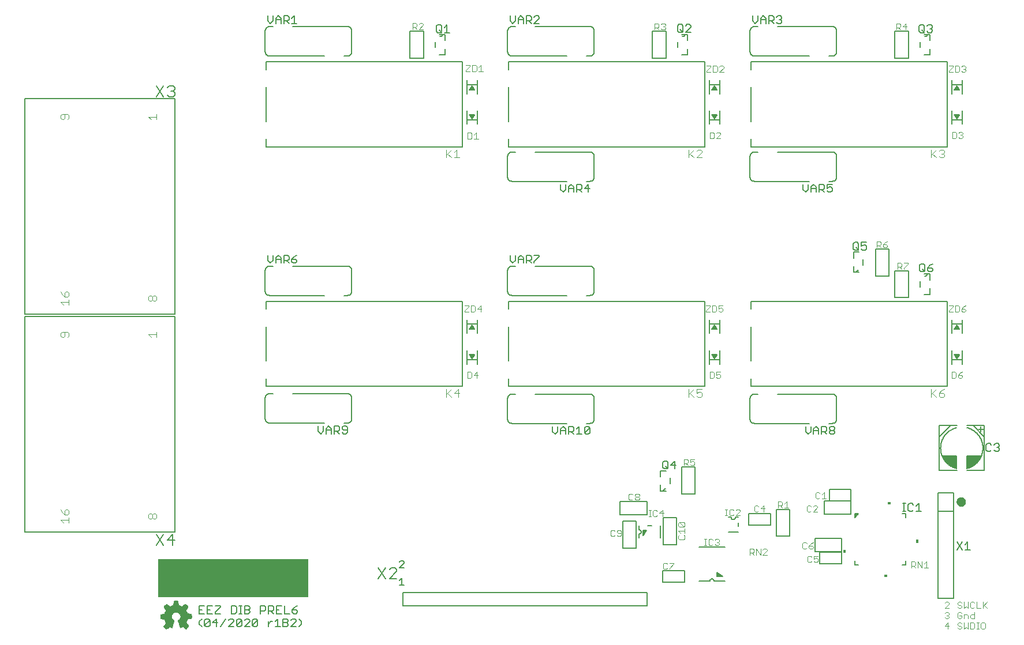
<source format=gto>
G75*
%MOIN*%
%OFA0B0*%
%FSLAX25Y25*%
%IPPOS*%
%LPD*%
%AMOC8*
5,1,8,0,0,1.08239X$1,22.5*
%
%ADD10C,0.00500*%
%ADD11R,0.87000X0.22250*%
%ADD12R,0.01485X0.00015*%
%ADD13R,0.00045X0.00015*%
%ADD14R,0.00105X0.00015*%
%ADD15R,0.00165X0.00015*%
%ADD16R,0.00225X0.00015*%
%ADD17R,0.00285X0.00015*%
%ADD18R,0.00345X0.00015*%
%ADD19R,0.00405X0.00015*%
%ADD20R,0.00435X0.00015*%
%ADD21R,0.00465X0.00015*%
%ADD22R,0.00495X0.00015*%
%ADD23R,0.00540X0.00015*%
%ADD24R,0.00585X0.00015*%
%ADD25R,0.00645X0.00015*%
%ADD26R,0.00150X0.00015*%
%ADD27R,0.00675X0.00015*%
%ADD28R,0.00195X0.00015*%
%ADD29R,0.00705X0.00015*%
%ADD30R,0.00240X0.00015*%
%ADD31R,0.00735X0.00015*%
%ADD32R,0.00270X0.00015*%
%ADD33R,0.00765X0.00015*%
%ADD34R,0.00300X0.00015*%
%ADD35R,0.00810X0.00015*%
%ADD36R,0.00360X0.00015*%
%ADD37R,0.00855X0.00015*%
%ADD38R,0.00435X0.00015*%
%ADD39R,0.00915X0.00015*%
%ADD40R,0.00465X0.00015*%
%ADD41R,0.00945X0.00015*%
%ADD42R,0.00960X0.00015*%
%ADD43R,0.00525X0.00015*%
%ADD44R,0.00990X0.00015*%
%ADD45R,0.00555X0.00015*%
%ADD46R,0.01035X0.00015*%
%ADD47R,0.00600X0.00015*%
%ADD48R,0.01080X0.00015*%
%ADD49R,0.01125X0.00015*%
%ADD50R,0.01170X0.00015*%
%ADD51R,0.00720X0.00015*%
%ADD52R,0.01200X0.00015*%
%ADD53R,0.00750X0.00015*%
%ADD54R,0.01230X0.00015*%
%ADD55R,0.00780X0.00015*%
%ADD56R,0.01260X0.00015*%
%ADD57R,0.00810X0.00015*%
%ADD58R,0.01305X0.00015*%
%ADD59R,0.01365X0.00015*%
%ADD60R,0.00900X0.00015*%
%ADD61R,0.01395X0.00015*%
%ADD62R,0.01440X0.00015*%
%ADD63R,0.01470X0.00015*%
%ADD64R,0.01005X0.00015*%
%ADD65R,0.01500X0.00015*%
%ADD66R,0.01020X0.00015*%
%ADD67R,0.01530X0.00015*%
%ADD68R,0.01065X0.00015*%
%ADD69R,0.01575X0.00015*%
%ADD70R,0.01095X0.00015*%
%ADD71R,0.01635X0.00015*%
%ADD72R,0.01155X0.00015*%
%ADD73R,0.01680X0.00015*%
%ADD74R,0.01200X0.00015*%
%ADD75R,0.01710X0.00015*%
%ADD76R,0.01230X0.00015*%
%ADD77R,0.01725X0.00015*%
%ADD78R,0.01245X0.00015*%
%ADD79R,0.01755X0.00015*%
%ADD80R,0.01275X0.00015*%
%ADD81R,0.01800X0.00015*%
%ADD82R,0.01320X0.00015*%
%ADD83R,0.01860X0.00015*%
%ADD84R,0.01905X0.00015*%
%ADD85R,0.01410X0.00015*%
%ADD86R,0.01935X0.00015*%
%ADD87R,0.01455X0.00015*%
%ADD88R,0.01965X0.00015*%
%ADD89R,0.01485X0.00015*%
%ADD90R,0.01995X0.00015*%
%ADD91R,0.01515X0.00015*%
%ADD92R,0.02040X0.00015*%
%ADD93R,0.01530X0.00015*%
%ADD94R,0.02070X0.00015*%
%ADD95R,0.01575X0.00015*%
%ADD96R,0.02115X0.00015*%
%ADD97R,0.01620X0.00015*%
%ADD98R,0.02160X0.00015*%
%ADD99R,0.01665X0.00015*%
%ADD100R,0.02190X0.00015*%
%ADD101R,0.00075X0.00015*%
%ADD102R,0.01695X0.00015*%
%ADD103R,0.02220X0.00015*%
%ADD104R,0.00105X0.00015*%
%ADD105R,0.02235X0.00015*%
%ADD106R,0.00135X0.00015*%
%ADD107R,0.01755X0.00015*%
%ADD108R,0.02280X0.00015*%
%ADD109R,0.00180X0.00015*%
%ADD110R,0.01785X0.00015*%
%ADD111R,0.02340X0.00015*%
%ADD112R,0.00240X0.00015*%
%ADD113R,0.01830X0.00015*%
%ADD114R,0.02385X0.00015*%
%ADD115R,0.01890X0.00015*%
%ADD116R,0.02415X0.00015*%
%ADD117R,0.00330X0.00015*%
%ADD118R,0.00120X0.00015*%
%ADD119R,0.01920X0.00015*%
%ADD120R,0.02430X0.00015*%
%ADD121R,0.00375X0.00015*%
%ADD122R,0.02460X0.00015*%
%ADD123R,0.00405X0.00015*%
%ADD124R,0.00195X0.00015*%
%ADD125R,0.01965X0.00015*%
%ADD126R,0.02505X0.00015*%
%ADD127R,0.00210X0.00015*%
%ADD128R,0.02010X0.00015*%
%ADD129R,0.02535X0.00015*%
%ADD130R,0.00480X0.00015*%
%ADD131R,0.02580X0.00015*%
%ADD132R,0.00540X0.00015*%
%ADD133R,0.02085X0.00015*%
%ADD134R,0.02625X0.00015*%
%ADD135R,0.02130X0.00015*%
%ADD136R,0.02670X0.00015*%
%ADD137R,0.00630X0.00015*%
%ADD138R,0.02700X0.00015*%
%ADD139R,0.00660X0.00015*%
%ADD140R,0.00450X0.00015*%
%ADD141R,0.02190X0.00015*%
%ADD142R,0.02715X0.00015*%
%ADD143R,0.02205X0.00015*%
%ADD144R,0.02745X0.00015*%
%ADD145R,0.00510X0.00015*%
%ADD146R,0.02235X0.00015*%
%ADD147R,0.02775X0.00015*%
%ADD148R,0.02820X0.00015*%
%ADD149R,0.02310X0.00015*%
%ADD150R,0.02880X0.00015*%
%ADD151R,0.00855X0.00015*%
%ADD152R,0.02355X0.00015*%
%ADD153R,0.02895X0.00015*%
%ADD154R,0.00870X0.00015*%
%ADD155R,0.00660X0.00015*%
%ADD156R,0.02925X0.00015*%
%ADD157R,0.00690X0.00015*%
%ADD158R,0.02970X0.00015*%
%ADD159R,0.03000X0.00015*%
%ADD160R,0.00750X0.00015*%
%ADD161R,0.03045X0.00015*%
%ADD162R,0.01005X0.00015*%
%ADD163R,0.00780X0.00015*%
%ADD164R,0.02505X0.00015*%
%ADD165R,0.03090X0.00015*%
%ADD166R,0.01050X0.00015*%
%ADD167R,0.00825X0.00015*%
%ADD168R,0.02550X0.00015*%
%ADD169R,0.03135X0.00015*%
%ADD170R,0.01095X0.00015*%
%ADD171R,0.00870X0.00015*%
%ADD172R,0.03165X0.00015*%
%ADD173R,0.01125X0.00015*%
%ADD174R,0.02625X0.00015*%
%ADD175R,0.03195X0.00015*%
%ADD176R,0.01140X0.00015*%
%ADD177R,0.00930X0.00015*%
%ADD178R,0.02655X0.00015*%
%ADD179R,0.03210X0.00015*%
%ADD180R,0.00960X0.00015*%
%ADD181R,0.03240X0.00015*%
%ADD182R,0.02700X0.00015*%
%ADD183R,0.03285X0.00015*%
%ADD184R,0.01245X0.00015*%
%ADD185R,0.02745X0.00015*%
%ADD186R,0.03330X0.00015*%
%ADD187R,0.02790X0.00015*%
%ADD188R,0.03360X0.00015*%
%ADD189R,0.01110X0.00015*%
%ADD190R,0.02835X0.00015*%
%ADD191R,0.03390X0.00015*%
%ADD192R,0.01335X0.00015*%
%ADD193R,0.01140X0.00015*%
%ADD194R,0.02865X0.00015*%
%ADD195R,0.03420X0.00015*%
%ADD196R,0.01155X0.00015*%
%ADD197R,0.04905X0.00015*%
%ADD198R,0.04920X0.00015*%
%ADD199R,0.02940X0.00015*%
%ADD200R,0.04950X0.00015*%
%ADD201R,0.02985X0.00015*%
%ADD202R,0.04965X0.00015*%
%ADD203R,0.01275X0.00015*%
%ADD204R,0.03015X0.00015*%
%ADD205R,0.04980X0.00015*%
%ADD206R,0.03045X0.00015*%
%ADD207R,0.05010X0.00015*%
%ADD208R,0.01335X0.00015*%
%ADD209R,0.03075X0.00015*%
%ADD210R,0.01350X0.00015*%
%ADD211R,0.03105X0.00015*%
%ADD212R,0.05040X0.00015*%
%ADD213R,0.01380X0.00015*%
%ADD214R,0.05040X0.00015*%
%ADD215R,0.01410X0.00015*%
%ADD216R,0.03180X0.00015*%
%ADD217R,0.05070X0.00015*%
%ADD218R,0.03225X0.00015*%
%ADD219R,0.03255X0.00015*%
%ADD220R,0.05085X0.00015*%
%ADD221R,0.01515X0.00015*%
%ADD222R,0.03300X0.00015*%
%ADD223R,0.05100X0.00015*%
%ADD224R,0.04935X0.00015*%
%ADD225R,0.05115X0.00015*%
%ADD226R,0.04995X0.00015*%
%ADD227R,0.05130X0.00015*%
%ADD228R,0.05010X0.00015*%
%ADD229R,0.05130X0.00015*%
%ADD230R,0.05010X0.00015*%
%ADD231R,0.05025X0.00015*%
%ADD232R,0.05040X0.00015*%
%ADD233R,0.05055X0.00015*%
%ADD234R,0.05130X0.00015*%
%ADD235R,0.05085X0.00015*%
%ADD236R,0.05115X0.00015*%
%ADD237R,0.05145X0.00015*%
%ADD238R,0.05160X0.00015*%
%ADD239R,0.05130X0.00015*%
%ADD240R,0.05190X0.00015*%
%ADD241R,0.05190X0.00015*%
%ADD242R,0.05205X0.00015*%
%ADD243R,0.05220X0.00015*%
%ADD244R,0.05070X0.00015*%
%ADD245R,0.05085X0.00015*%
%ADD246R,0.05205X0.00015*%
%ADD247R,0.05220X0.00015*%
%ADD248R,0.05055X0.00015*%
%ADD249R,0.05025X0.00015*%
%ADD250R,0.05205X0.00015*%
%ADD251R,0.05025X0.00015*%
%ADD252R,0.05190X0.00015*%
%ADD253R,0.05190X0.00015*%
%ADD254R,0.04995X0.00015*%
%ADD255R,0.05175X0.00015*%
%ADD256R,0.04950X0.00015*%
%ADD257R,0.05145X0.00015*%
%ADD258R,0.05145X0.00015*%
%ADD259R,0.04920X0.00015*%
%ADD260R,0.04905X0.00015*%
%ADD261R,0.04905X0.00015*%
%ADD262R,0.05115X0.00015*%
%ADD263R,0.04890X0.00015*%
%ADD264R,0.04890X0.00015*%
%ADD265R,0.04875X0.00015*%
%ADD266R,0.04845X0.00015*%
%ADD267R,0.04830X0.00015*%
%ADD268R,0.04830X0.00015*%
%ADD269R,0.05070X0.00015*%
%ADD270R,0.04830X0.00015*%
%ADD271R,0.04815X0.00015*%
%ADD272R,0.04800X0.00015*%
%ADD273R,0.04800X0.00015*%
%ADD274R,0.05010X0.00015*%
%ADD275R,0.04785X0.00015*%
%ADD276R,0.04770X0.00015*%
%ADD277R,0.04770X0.00015*%
%ADD278R,0.04755X0.00015*%
%ADD279R,0.04740X0.00015*%
%ADD280R,0.04725X0.00015*%
%ADD281R,0.04725X0.00015*%
%ADD282R,0.04980X0.00015*%
%ADD283R,0.04710X0.00015*%
%ADD284R,0.04725X0.00015*%
%ADD285R,0.04710X0.00015*%
%ADD286R,0.04695X0.00015*%
%ADD287R,0.04680X0.00015*%
%ADD288R,0.04695X0.00015*%
%ADD289R,0.04680X0.00015*%
%ADD290R,0.04905X0.00015*%
%ADD291R,0.04665X0.00015*%
%ADD292R,0.04650X0.00015*%
%ADD293R,0.04635X0.00015*%
%ADD294R,0.04620X0.00015*%
%ADD295R,0.04620X0.00015*%
%ADD296R,0.04890X0.00015*%
%ADD297R,0.04605X0.00015*%
%ADD298R,0.04605X0.00015*%
%ADD299R,0.04590X0.00015*%
%ADD300R,0.04845X0.00015*%
%ADD301R,0.04575X0.00015*%
%ADD302R,0.04590X0.00015*%
%ADD303R,0.04575X0.00015*%
%ADD304R,0.04845X0.00015*%
%ADD305R,0.04560X0.00015*%
%ADD306R,0.04545X0.00015*%
%ADD307R,0.04530X0.00015*%
%ADD308R,0.04515X0.00015*%
%ADD309R,0.04530X0.00015*%
%ADD310R,0.04500X0.00015*%
%ADD311R,0.04515X0.00015*%
%ADD312R,0.04785X0.00015*%
%ADD313R,0.04485X0.00015*%
%ADD314R,0.04755X0.00015*%
%ADD315R,0.04470X0.00015*%
%ADD316R,0.04740X0.00015*%
%ADD317R,0.04485X0.00015*%
%ADD318R,0.04755X0.00015*%
%ADD319R,0.04545X0.00015*%
%ADD320R,0.04695X0.00015*%
%ADD321R,0.04680X0.00015*%
%ADD322R,0.04665X0.00015*%
%ADD323R,0.04725X0.00015*%
%ADD324R,0.04680X0.00015*%
%ADD325R,0.04860X0.00015*%
%ADD326R,0.04740X0.00015*%
%ADD327R,0.04875X0.00015*%
%ADD328R,0.04965X0.00015*%
%ADD329R,0.04860X0.00015*%
%ADD330R,0.04995X0.00015*%
%ADD331R,0.04875X0.00015*%
%ADD332R,0.04980X0.00015*%
%ADD333R,0.05235X0.00015*%
%ADD334R,0.05235X0.00015*%
%ADD335R,0.05250X0.00015*%
%ADD336R,0.05280X0.00015*%
%ADD337R,0.05295X0.00015*%
%ADD338R,0.05325X0.00015*%
%ADD339R,0.05340X0.00015*%
%ADD340R,0.05235X0.00015*%
%ADD341R,0.05355X0.00015*%
%ADD342R,0.05370X0.00015*%
%ADD343R,0.05265X0.00015*%
%ADD344R,0.05370X0.00015*%
%ADD345R,0.05280X0.00015*%
%ADD346R,0.05385X0.00015*%
%ADD347R,0.05295X0.00015*%
%ADD348R,0.05400X0.00015*%
%ADD349R,0.05415X0.00015*%
%ADD350R,0.05310X0.00015*%
%ADD351R,0.05430X0.00015*%
%ADD352R,0.05445X0.00015*%
%ADD353R,0.05460X0.00015*%
%ADD354R,0.05355X0.00015*%
%ADD355R,0.05475X0.00015*%
%ADD356R,0.05505X0.00015*%
%ADD357R,0.05520X0.00015*%
%ADD358R,0.05535X0.00015*%
%ADD359R,0.05550X0.00015*%
%ADD360R,0.05550X0.00015*%
%ADD361R,0.05475X0.00015*%
%ADD362R,0.05490X0.00015*%
%ADD363R,0.05475X0.00015*%
%ADD364R,0.05385X0.00015*%
%ADD365R,0.05370X0.00015*%
%ADD366R,0.05325X0.00015*%
%ADD367R,0.05310X0.00015*%
%ADD368R,0.05265X0.00015*%
%ADD369R,0.05175X0.00015*%
%ADD370R,0.04980X0.00015*%
%ADD371R,0.04965X0.00015*%
%ADD372R,0.04860X0.00015*%
%ADD373R,0.04845X0.00015*%
%ADD374R,0.04815X0.00015*%
%ADD375R,0.04770X0.00015*%
%ADD376R,0.05295X0.00015*%
%ADD377R,0.04635X0.00015*%
%ADD378R,0.05610X0.00015*%
%ADD379R,0.05700X0.00015*%
%ADD380R,0.05760X0.00015*%
%ADD381R,0.05805X0.00015*%
%ADD382R,0.05850X0.00015*%
%ADD383R,0.05895X0.00015*%
%ADD384R,0.06000X0.00015*%
%ADD385R,0.06135X0.00015*%
%ADD386R,0.06225X0.00015*%
%ADD387R,0.06300X0.00015*%
%ADD388R,0.06330X0.00015*%
%ADD389R,0.06375X0.00015*%
%ADD390R,0.06450X0.00015*%
%ADD391R,0.06570X0.00015*%
%ADD392R,0.05565X0.00015*%
%ADD393R,0.06690X0.00015*%
%ADD394R,0.06735X0.00015*%
%ADD395R,0.05790X0.00015*%
%ADD396R,0.06765X0.00015*%
%ADD397R,0.05850X0.00015*%
%ADD398R,0.06780X0.00015*%
%ADD399R,0.05895X0.00015*%
%ADD400R,0.06795X0.00015*%
%ADD401R,0.05955X0.00015*%
%ADD402R,0.06810X0.00015*%
%ADD403R,0.06060X0.00015*%
%ADD404R,0.06195X0.00015*%
%ADD405R,0.06825X0.00015*%
%ADD406R,0.06330X0.00015*%
%ADD407R,0.06840X0.00015*%
%ADD408R,0.06390X0.00015*%
%ADD409R,0.06495X0.00015*%
%ADD410R,0.06840X0.00015*%
%ADD411R,0.06555X0.00015*%
%ADD412R,0.06825X0.00015*%
%ADD413R,0.06645X0.00015*%
%ADD414R,0.06825X0.00015*%
%ADD415R,0.06705X0.00015*%
%ADD416R,0.06705X0.00015*%
%ADD417R,0.06810X0.00015*%
%ADD418R,0.06720X0.00015*%
%ADD419R,0.06795X0.00015*%
%ADD420R,0.06750X0.00015*%
%ADD421R,0.06765X0.00015*%
%ADD422R,0.06795X0.00015*%
%ADD423R,0.06780X0.00015*%
%ADD424R,0.06780X0.00015*%
%ADD425R,0.06750X0.00015*%
%ADD426R,0.06720X0.00015*%
%ADD427R,0.06720X0.00015*%
%ADD428R,0.06705X0.00015*%
%ADD429R,0.06705X0.00015*%
%ADD430R,0.06690X0.00015*%
%ADD431R,0.06675X0.00015*%
%ADD432R,0.06690X0.00015*%
%ADD433R,0.06675X0.00015*%
%ADD434R,0.06675X0.00015*%
%ADD435R,0.06660X0.00015*%
%ADD436R,0.06675X0.00015*%
%ADD437R,0.06660X0.00015*%
%ADD438R,0.06660X0.00015*%
%ADD439R,0.06645X0.00015*%
%ADD440R,0.06630X0.00015*%
%ADD441R,0.06660X0.00015*%
%ADD442R,0.06630X0.00015*%
%ADD443R,0.06645X0.00015*%
%ADD444R,0.06735X0.00015*%
%ADD445R,0.06765X0.00015*%
%ADD446R,0.06780X0.00015*%
%ADD447R,0.06825X0.00015*%
%ADD448R,0.06855X0.00015*%
%ADD449R,0.06855X0.00015*%
%ADD450R,0.06870X0.00015*%
%ADD451R,0.06885X0.00015*%
%ADD452R,0.06525X0.00015*%
%ADD453R,0.06405X0.00015*%
%ADD454R,0.06255X0.00015*%
%ADD455R,0.06165X0.00015*%
%ADD456R,0.06870X0.00015*%
%ADD457R,0.06120X0.00015*%
%ADD458R,0.06885X0.00015*%
%ADD459R,0.06060X0.00015*%
%ADD460R,0.06015X0.00015*%
%ADD461R,0.05910X0.00015*%
%ADD462R,0.05670X0.00015*%
%ADD463R,0.05595X0.00015*%
%ADD464R,0.06585X0.00015*%
%ADD465R,0.05160X0.00015*%
%ADD466R,0.06390X0.00015*%
%ADD467R,0.05025X0.00015*%
%ADD468R,0.06330X0.00015*%
%ADD469R,0.06075X0.00015*%
%ADD470R,0.05820X0.00015*%
%ADD471R,0.05775X0.00015*%
%ADD472R,0.05685X0.00015*%
%ADD473R,0.05460X0.00015*%
%ADD474R,0.04860X0.00015*%
%ADD475R,0.04935X0.00015*%
%ADD476R,0.05160X0.00015*%
%ADD477R,0.05325X0.00015*%
%ADD478R,0.05340X0.00015*%
%ADD479R,0.05355X0.00015*%
%ADD480R,0.05430X0.00015*%
%ADD481R,0.05535X0.00015*%
%ADD482R,0.05595X0.00015*%
%ADD483R,0.05640X0.00015*%
%ADD484R,0.05640X0.00015*%
%ADD485R,0.05670X0.00015*%
%ADD486R,0.05685X0.00015*%
%ADD487R,0.05700X0.00015*%
%ADD488R,0.05715X0.00015*%
%ADD489R,0.05715X0.00015*%
%ADD490R,0.05730X0.00015*%
%ADD491R,0.05745X0.00015*%
%ADD492R,0.05760X0.00015*%
%ADD493R,0.06000X0.00015*%
%ADD494R,0.06105X0.00015*%
%ADD495R,0.06180X0.00015*%
%ADD496R,0.06210X0.00015*%
%ADD497R,0.12690X0.00015*%
%ADD498R,0.12675X0.00015*%
%ADD499R,0.12660X0.00015*%
%ADD500R,0.12660X0.00015*%
%ADD501R,0.12645X0.00015*%
%ADD502R,0.12615X0.00015*%
%ADD503R,0.12600X0.00015*%
%ADD504R,0.12585X0.00015*%
%ADD505R,0.12555X0.00015*%
%ADD506R,0.12540X0.00015*%
%ADD507R,0.12525X0.00015*%
%ADD508R,0.12510X0.00015*%
%ADD509R,0.12510X0.00015*%
%ADD510R,0.12480X0.00015*%
%ADD511R,0.12450X0.00015*%
%ADD512R,0.12435X0.00015*%
%ADD513R,0.12420X0.00015*%
%ADD514R,0.12390X0.00015*%
%ADD515R,0.12375X0.00015*%
%ADD516R,0.12360X0.00015*%
%ADD517R,0.12330X0.00015*%
%ADD518R,0.12300X0.00015*%
%ADD519R,0.12285X0.00015*%
%ADD520R,0.12270X0.00015*%
%ADD521R,0.12255X0.00015*%
%ADD522R,0.12240X0.00015*%
%ADD523R,0.12225X0.00015*%
%ADD524R,0.12195X0.00015*%
%ADD525R,0.12165X0.00015*%
%ADD526R,0.12150X0.00015*%
%ADD527R,0.12135X0.00015*%
%ADD528R,0.12120X0.00015*%
%ADD529R,0.12090X0.00015*%
%ADD530R,0.12075X0.00015*%
%ADD531R,0.12060X0.00015*%
%ADD532R,0.12045X0.00015*%
%ADD533R,0.12015X0.00015*%
%ADD534R,0.12000X0.00015*%
%ADD535R,0.11985X0.00015*%
%ADD536R,0.11955X0.00015*%
%ADD537R,0.11940X0.00015*%
%ADD538R,0.11925X0.00015*%
%ADD539R,0.11910X0.00015*%
%ADD540R,0.11910X0.00015*%
%ADD541R,0.11880X0.00015*%
%ADD542R,0.11850X0.00015*%
%ADD543R,0.11835X0.00015*%
%ADD544R,0.11805X0.00015*%
%ADD545R,0.11775X0.00015*%
%ADD546R,0.11760X0.00015*%
%ADD547R,0.11745X0.00015*%
%ADD548R,0.11730X0.00015*%
%ADD549R,0.11700X0.00015*%
%ADD550R,0.11700X0.00015*%
%ADD551R,0.11685X0.00015*%
%ADD552R,0.11655X0.00015*%
%ADD553R,0.11640X0.00015*%
%ADD554R,0.11625X0.00015*%
%ADD555R,0.11625X0.00015*%
%ADD556R,0.11670X0.00015*%
%ADD557R,0.11715X0.00015*%
%ADD558R,0.11790X0.00015*%
%ADD559R,0.11820X0.00015*%
%ADD560R,0.11820X0.00015*%
%ADD561R,0.11880X0.00015*%
%ADD562R,0.11895X0.00015*%
%ADD563R,0.11970X0.00015*%
%ADD564R,0.12045X0.00015*%
%ADD565R,0.12075X0.00015*%
%ADD566R,0.12105X0.00015*%
%ADD567R,0.12135X0.00015*%
%ADD568R,0.12165X0.00015*%
%ADD569R,0.12180X0.00015*%
%ADD570R,0.12195X0.00015*%
%ADD571R,0.12210X0.00015*%
%ADD572R,0.12225X0.00015*%
%ADD573R,0.12255X0.00015*%
%ADD574R,0.12360X0.00015*%
%ADD575R,0.12390X0.00015*%
%ADD576R,0.12405X0.00015*%
%ADD577R,0.12435X0.00015*%
%ADD578R,0.12480X0.00015*%
%ADD579R,0.12480X0.00015*%
%ADD580R,0.12510X0.00015*%
%ADD581R,0.12570X0.00015*%
%ADD582R,0.12630X0.00015*%
%ADD583R,0.12675X0.00015*%
%ADD584R,0.12705X0.00015*%
%ADD585R,0.12735X0.00015*%
%ADD586R,0.12750X0.00015*%
%ADD587R,0.12780X0.00015*%
%ADD588R,0.12795X0.00015*%
%ADD589R,0.12810X0.00015*%
%ADD590R,0.12840X0.00015*%
%ADD591R,0.12855X0.00015*%
%ADD592R,0.12885X0.00015*%
%ADD593R,0.12900X0.00015*%
%ADD594R,0.12915X0.00015*%
%ADD595R,0.12945X0.00015*%
%ADD596R,0.12960X0.00015*%
%ADD597R,0.12990X0.00015*%
%ADD598R,0.13005X0.00015*%
%ADD599R,0.13020X0.00015*%
%ADD600R,0.13035X0.00015*%
%ADD601R,0.13065X0.00015*%
%ADD602R,0.13080X0.00015*%
%ADD603R,0.13110X0.00015*%
%ADD604R,0.13125X0.00015*%
%ADD605R,0.13155X0.00015*%
%ADD606R,0.13170X0.00015*%
%ADD607R,0.13200X0.00015*%
%ADD608R,0.13230X0.00015*%
%ADD609R,0.13260X0.00015*%
%ADD610R,0.13290X0.00015*%
%ADD611R,0.13320X0.00015*%
%ADD612R,0.13350X0.00015*%
%ADD613R,0.13365X0.00015*%
%ADD614R,0.13395X0.00015*%
%ADD615R,0.13425X0.00015*%
%ADD616R,0.13455X0.00015*%
%ADD617R,0.13470X0.00015*%
%ADD618R,0.13500X0.00015*%
%ADD619R,0.13530X0.00015*%
%ADD620R,0.13560X0.00015*%
%ADD621R,0.13575X0.00015*%
%ADD622R,0.13605X0.00015*%
%ADD623R,0.13635X0.00015*%
%ADD624R,0.13650X0.00015*%
%ADD625R,0.13680X0.00015*%
%ADD626R,0.13695X0.00015*%
%ADD627R,0.13725X0.00015*%
%ADD628R,0.13740X0.00015*%
%ADD629R,0.13770X0.00015*%
%ADD630R,0.13785X0.00015*%
%ADD631R,0.13800X0.00015*%
%ADD632R,0.13830X0.00015*%
%ADD633R,0.13860X0.00015*%
%ADD634R,0.13875X0.00015*%
%ADD635R,0.13905X0.00015*%
%ADD636R,0.13935X0.00015*%
%ADD637R,0.13950X0.00015*%
%ADD638R,0.13980X0.00015*%
%ADD639R,0.14010X0.00015*%
%ADD640R,0.14025X0.00015*%
%ADD641R,0.14055X0.00015*%
%ADD642R,0.14070X0.00015*%
%ADD643R,0.14085X0.00015*%
%ADD644R,0.14115X0.00015*%
%ADD645R,0.14145X0.00015*%
%ADD646R,0.14160X0.00015*%
%ADD647R,0.14190X0.00015*%
%ADD648R,0.14205X0.00015*%
%ADD649R,0.14220X0.00015*%
%ADD650R,0.14235X0.00015*%
%ADD651R,0.14265X0.00015*%
%ADD652R,0.14280X0.00015*%
%ADD653R,0.14295X0.00015*%
%ADD654R,0.14295X0.00015*%
%ADD655R,0.14250X0.00015*%
%ADD656R,0.14205X0.00015*%
%ADD657R,0.14175X0.00015*%
%ADD658R,0.14160X0.00015*%
%ADD659R,0.14130X0.00015*%
%ADD660R,0.14100X0.00015*%
%ADD661R,0.14040X0.00015*%
%ADD662R,0.14010X0.00015*%
%ADD663R,0.03465X0.00015*%
%ADD664R,0.10440X0.00015*%
%ADD665R,0.03420X0.00015*%
%ADD666R,0.10395X0.00015*%
%ADD667R,0.03375X0.00015*%
%ADD668R,0.10335X0.00015*%
%ADD669R,0.03570X0.00015*%
%ADD670R,0.06600X0.00015*%
%ADD671R,0.03525X0.00015*%
%ADD672R,0.03270X0.00015*%
%ADD673R,0.03495X0.00015*%
%ADD674R,0.03210X0.00015*%
%ADD675R,0.06480X0.00015*%
%ADD676R,0.03435X0.00015*%
%ADD677R,0.03165X0.00015*%
%ADD678R,0.03390X0.00015*%
%ADD679R,0.03120X0.00015*%
%ADD680R,0.06315X0.00015*%
%ADD681R,0.03345X0.00015*%
%ADD682R,0.03090X0.00015*%
%ADD683R,0.03075X0.00015*%
%ADD684R,0.06225X0.00015*%
%ADD685R,0.03270X0.00015*%
%ADD686R,0.06180X0.00015*%
%ADD687R,0.02970X0.00015*%
%ADD688R,0.06075X0.00015*%
%ADD689R,0.03195X0.00015*%
%ADD690R,0.02925X0.00015*%
%ADD691R,0.05985X0.00015*%
%ADD692R,0.03135X0.00015*%
%ADD693R,0.02850X0.00015*%
%ADD694R,0.05835X0.00015*%
%ADD695R,0.03030X0.00015*%
%ADD696R,0.02805X0.00015*%
%ADD697R,0.02730X0.00015*%
%ADD698R,0.05625X0.00015*%
%ADD699R,0.02925X0.00015*%
%ADD700R,0.02640X0.00015*%
%ADD701R,0.02595X0.00015*%
%ADD702R,0.02565X0.00015*%
%ADD703R,0.02760X0.00015*%
%ADD704R,0.02520X0.00015*%
%ADD705R,0.02730X0.00015*%
%ADD706R,0.02475X0.00015*%
%ADD707R,0.02685X0.00015*%
%ADD708R,0.02445X0.00015*%
%ADD709R,0.02400X0.00015*%
%ADD710R,0.02370X0.00015*%
%ADD711R,0.02565X0.00015*%
%ADD712R,0.02340X0.00015*%
%ADD713R,0.02325X0.00015*%
%ADD714R,0.02505X0.00015*%
%ADD715R,0.02280X0.00015*%
%ADD716R,0.02460X0.00015*%
%ADD717R,0.04560X0.00015*%
%ADD718R,0.02190X0.00015*%
%ADD719R,0.04440X0.00015*%
%ADD720R,0.02370X0.00015*%
%ADD721R,0.02145X0.00015*%
%ADD722R,0.04365X0.00015*%
%ADD723R,0.04320X0.00015*%
%ADD724R,0.02310X0.00015*%
%ADD725R,0.02100X0.00015*%
%ADD726R,0.04260X0.00015*%
%ADD727R,0.04200X0.00015*%
%ADD728R,0.02265X0.00015*%
%ADD729R,0.02040X0.00015*%
%ADD730R,0.04095X0.00015*%
%ADD731R,0.02220X0.00015*%
%ADD732R,0.03915X0.00015*%
%ADD733R,0.02175X0.00015*%
%ADD734R,0.03765X0.00015*%
%ADD735R,0.03675X0.00015*%
%ADD736R,0.01890X0.00015*%
%ADD737R,0.03615X0.00015*%
%ADD738R,0.02055X0.00015*%
%ADD739R,0.01860X0.00015*%
%ADD740R,0.03555X0.00015*%
%ADD741R,0.01815X0.00015*%
%ADD742R,0.03450X0.00015*%
%ADD743R,0.01725X0.00015*%
%ADD744R,0.03315X0.00015*%
%ADD745R,0.01905X0.00015*%
%ADD746R,0.01680X0.00015*%
%ADD747R,0.01650X0.00015*%
%ADD748R,0.01620X0.00015*%
%ADD749R,0.01590X0.00015*%
%ADD750R,0.01770X0.00015*%
%ADD751R,0.01560X0.00015*%
%ADD752R,0.03240X0.00015*%
%ADD753R,0.01740X0.00015*%
%ADD754R,0.01665X0.00015*%
%ADD755R,0.01455X0.00015*%
%ADD756R,0.01635X0.00015*%
%ADD757R,0.01410X0.00015*%
%ADD758R,0.01395X0.00015*%
%ADD759R,0.01365X0.00015*%
%ADD760R,0.01335X0.00015*%
%ADD761R,0.01290X0.00015*%
%ADD762R,0.03210X0.00015*%
%ADD763R,0.01455X0.00015*%
%ADD764R,0.01185X0.00015*%
%ADD765R,0.01290X0.00015*%
%ADD766R,0.01110X0.00015*%
%ADD767R,0.01260X0.00015*%
%ADD768R,0.03180X0.00015*%
%ADD769R,0.00975X0.00015*%
%ADD770R,0.03150X0.00015*%
%ADD771R,0.00885X0.00015*%
%ADD772R,0.03150X0.00015*%
%ADD773R,0.01050X0.00015*%
%ADD774R,0.00795X0.00015*%
%ADD775R,0.00885X0.00015*%
%ADD776R,0.00690X0.00015*%
%ADD777R,0.00840X0.00015*%
%ADD778R,0.00570X0.00015*%
%ADD779R,0.00525X0.00015*%
%ADD780R,0.03105X0.00015*%
%ADD781R,0.00660X0.00015*%
%ADD782R,0.00615X0.00015*%
%ADD783R,0.00420X0.00015*%
%ADD784R,0.00555X0.00015*%
%ADD785R,0.00390X0.00015*%
%ADD786R,0.00525X0.00015*%
%ADD787R,0.00360X0.00015*%
%ADD788R,0.00495X0.00015*%
%ADD789R,0.03075X0.00015*%
%ADD790R,0.00450X0.00015*%
%ADD791R,0.00225X0.00015*%
%ADD792R,0.00345X0.00015*%
%ADD793R,0.00255X0.00015*%
%ADD794R,0.03060X0.00015*%
%ADD795R,0.00180X0.00015*%
%ADD796R,0.00075X0.00015*%
%ADD797R,0.03000X0.00015*%
%ADD798R,0.02955X0.00015*%
%ADD799R,0.02940X0.00015*%
%ADD800R,0.02940X0.00015*%
%ADD801R,0.02910X0.00015*%
%ADD802R,0.02910X0.00015*%
%ADD803R,0.02865X0.00015*%
%ADD804R,0.02805X0.00015*%
%ADD805R,0.02775X0.00015*%
%ADD806R,0.02760X0.00015*%
%ADD807R,0.02655X0.00015*%
%ADD808R,0.02640X0.00015*%
%ADD809R,0.02610X0.00015*%
%ADD810R,0.02595X0.00015*%
%ADD811R,0.02535X0.00015*%
%ADD812R,0.02475X0.00015*%
%ADD813R,0.02175X0.00015*%
%ADD814R,0.01575X0.00015*%
%ADD815C,0.00400*%
%ADD816C,0.02600*%
%ADD817C,0.00800*%
%ADD818C,0.00700*%
%ADD819C,0.00600*%
%ADD820R,0.05512X0.00787*%
%ADD821C,0.00100*%
D10*
X0186148Y0080505D02*
X0186148Y0082006D01*
X0187650Y0083508D01*
X0189218Y0082757D02*
X0189218Y0079755D01*
X0192220Y0082757D01*
X0192220Y0079755D01*
X0191469Y0079004D01*
X0189968Y0079004D01*
X0189218Y0079755D01*
X0187650Y0079004D02*
X0186148Y0080505D01*
X0189218Y0082757D02*
X0189968Y0083508D01*
X0191469Y0083508D01*
X0192220Y0082757D01*
X0193821Y0081256D02*
X0196824Y0081256D01*
X0196073Y0079004D02*
X0196073Y0083508D01*
X0193821Y0081256D01*
X0198425Y0079004D02*
X0201428Y0083508D01*
X0203029Y0082757D02*
X0203780Y0083508D01*
X0205281Y0083508D01*
X0206032Y0082757D01*
X0206032Y0082006D01*
X0203029Y0079004D01*
X0206032Y0079004D01*
X0207633Y0079755D02*
X0210636Y0082757D01*
X0210636Y0079755D01*
X0209885Y0079004D01*
X0208384Y0079004D01*
X0207633Y0079755D01*
X0207633Y0082757D01*
X0208384Y0083508D01*
X0209885Y0083508D01*
X0210636Y0082757D01*
X0212237Y0082757D02*
X0212988Y0083508D01*
X0214489Y0083508D01*
X0215240Y0082757D01*
X0215240Y0082006D01*
X0212237Y0079004D01*
X0215240Y0079004D01*
X0216841Y0079755D02*
X0219844Y0082757D01*
X0219844Y0079755D01*
X0219093Y0079004D01*
X0217592Y0079004D01*
X0216841Y0079755D01*
X0216841Y0082757D01*
X0217592Y0083508D01*
X0219093Y0083508D01*
X0219844Y0082757D01*
X0221445Y0086504D02*
X0221445Y0091008D01*
X0223697Y0091008D01*
X0224448Y0090257D01*
X0224448Y0088756D01*
X0223697Y0088005D01*
X0221445Y0088005D01*
X0226049Y0088005D02*
X0228301Y0088005D01*
X0229052Y0088756D01*
X0229052Y0090257D01*
X0228301Y0091008D01*
X0226049Y0091008D01*
X0226049Y0086504D01*
X0227550Y0088005D02*
X0229052Y0086504D01*
X0230653Y0086504D02*
X0230653Y0091008D01*
X0233655Y0091008D01*
X0235257Y0091008D02*
X0235257Y0086504D01*
X0238259Y0086504D01*
X0239861Y0087255D02*
X0240611Y0086504D01*
X0242113Y0086504D01*
X0242863Y0087255D01*
X0242863Y0088005D01*
X0242113Y0088756D01*
X0239861Y0088756D01*
X0239861Y0087255D01*
X0239861Y0088756D02*
X0241362Y0090257D01*
X0242863Y0091008D01*
X0233655Y0086504D02*
X0230653Y0086504D01*
X0230653Y0088756D02*
X0232154Y0088756D01*
X0231387Y0083508D02*
X0229886Y0082006D01*
X0228301Y0082006D02*
X0227550Y0082006D01*
X0226049Y0080505D01*
X0226049Y0079004D02*
X0226049Y0082006D01*
X0229886Y0079004D02*
X0232888Y0079004D01*
X0231387Y0079004D02*
X0231387Y0083508D01*
X0234489Y0083508D02*
X0236741Y0083508D01*
X0237492Y0082757D01*
X0237492Y0082006D01*
X0236741Y0081256D01*
X0234489Y0081256D01*
X0234489Y0079004D02*
X0234489Y0083508D01*
X0236741Y0081256D02*
X0237492Y0080505D01*
X0237492Y0079755D01*
X0236741Y0079004D01*
X0234489Y0079004D01*
X0239093Y0079004D02*
X0242096Y0082006D01*
X0242096Y0082757D01*
X0241345Y0083508D01*
X0239844Y0083508D01*
X0239093Y0082757D01*
X0239093Y0079004D02*
X0242096Y0079004D01*
X0243697Y0079004D02*
X0245199Y0080505D01*
X0245199Y0082006D01*
X0243697Y0083508D01*
X0215240Y0087255D02*
X0214489Y0086504D01*
X0212237Y0086504D01*
X0212237Y0091008D01*
X0214489Y0091008D01*
X0215240Y0090257D01*
X0215240Y0089506D01*
X0214489Y0088756D01*
X0212237Y0088756D01*
X0214489Y0088756D02*
X0215240Y0088005D01*
X0215240Y0087255D01*
X0210669Y0086504D02*
X0209168Y0086504D01*
X0209919Y0086504D02*
X0209919Y0091008D01*
X0210669Y0091008D02*
X0209168Y0091008D01*
X0207567Y0090257D02*
X0206816Y0091008D01*
X0204564Y0091008D01*
X0204564Y0086504D01*
X0206816Y0086504D01*
X0207567Y0087255D01*
X0207567Y0090257D01*
X0198359Y0090257D02*
X0198359Y0091008D01*
X0195356Y0091008D01*
X0193755Y0091008D02*
X0190752Y0091008D01*
X0190752Y0086504D01*
X0193755Y0086504D01*
X0195356Y0086504D02*
X0198359Y0086504D01*
X0195356Y0086504D02*
X0195356Y0087255D01*
X0198359Y0090257D01*
X0192253Y0088756D02*
X0190752Y0088756D01*
X0189151Y0091008D02*
X0186148Y0091008D01*
X0186148Y0086504D01*
X0189151Y0086504D01*
X0187650Y0088756D02*
X0186148Y0088756D01*
X0301783Y0102982D02*
X0304452Y0102982D01*
X0303118Y0102982D02*
X0303118Y0106986D01*
X0301783Y0105651D01*
X0301783Y0112982D02*
X0304452Y0115651D01*
X0304452Y0116318D01*
X0303785Y0116986D01*
X0302451Y0116986D01*
X0301783Y0116318D01*
X0301783Y0112982D02*
X0304452Y0112982D01*
X0270836Y0190520D02*
X0271586Y0191270D01*
X0271586Y0194273D01*
X0270836Y0195024D01*
X0269334Y0195024D01*
X0268584Y0194273D01*
X0268584Y0193522D01*
X0269334Y0192772D01*
X0271586Y0192772D01*
X0270836Y0190520D02*
X0269334Y0190520D01*
X0268584Y0191270D01*
X0266982Y0190520D02*
X0265481Y0192021D01*
X0266232Y0192021D02*
X0263980Y0192021D01*
X0263980Y0190520D02*
X0263980Y0195024D01*
X0266232Y0195024D01*
X0266982Y0194273D01*
X0266982Y0192772D01*
X0266232Y0192021D01*
X0262378Y0192772D02*
X0259376Y0192772D01*
X0259376Y0193522D02*
X0260877Y0195024D01*
X0262378Y0193522D01*
X0262378Y0190520D01*
X0259376Y0190520D02*
X0259376Y0193522D01*
X0257774Y0192021D02*
X0256273Y0190520D01*
X0254772Y0192021D01*
X0254772Y0195024D01*
X0257774Y0195024D02*
X0257774Y0192021D01*
X0390168Y0191771D02*
X0391669Y0190270D01*
X0393171Y0191771D01*
X0393171Y0194774D01*
X0394772Y0193272D02*
X0396273Y0194774D01*
X0397774Y0193272D01*
X0397774Y0190270D01*
X0399376Y0190270D02*
X0399376Y0194774D01*
X0401628Y0194774D01*
X0402378Y0194023D01*
X0402378Y0192522D01*
X0401628Y0191771D01*
X0399376Y0191771D01*
X0400877Y0191771D02*
X0402378Y0190270D01*
X0403980Y0190270D02*
X0406982Y0190270D01*
X0405481Y0190270D02*
X0405481Y0194774D01*
X0403980Y0193272D01*
X0408584Y0194023D02*
X0408584Y0191020D01*
X0411586Y0194023D01*
X0411586Y0191020D01*
X0410836Y0190270D01*
X0409334Y0190270D01*
X0408584Y0191020D01*
X0408584Y0194023D02*
X0409334Y0194774D01*
X0410836Y0194774D01*
X0411586Y0194023D01*
X0397774Y0192522D02*
X0394772Y0192522D01*
X0394772Y0193272D02*
X0394772Y0190270D01*
X0390168Y0191771D02*
X0390168Y0194774D01*
X0429170Y0151390D02*
X0429170Y0143650D01*
X0444705Y0143650D01*
X0444705Y0151390D01*
X0429170Y0151390D01*
X0430568Y0140037D02*
X0438308Y0140037D01*
X0438308Y0124502D01*
X0430568Y0124502D01*
X0430568Y0140037D01*
X0454068Y0142037D02*
X0454068Y0126502D01*
X0461808Y0126502D01*
X0461808Y0142037D01*
X0454068Y0142037D01*
X0464568Y0155752D02*
X0472308Y0155752D01*
X0472308Y0171287D01*
X0464568Y0171287D01*
X0464568Y0155752D01*
X0460694Y0170270D02*
X0460694Y0174774D01*
X0458442Y0172522D01*
X0461444Y0172522D01*
X0456840Y0174023D02*
X0456840Y0171020D01*
X0456090Y0170270D01*
X0454588Y0170270D01*
X0453838Y0171020D01*
X0453838Y0174023D01*
X0454588Y0174774D01*
X0456090Y0174774D01*
X0456840Y0174023D01*
X0455339Y0171771D02*
X0456840Y0170270D01*
X0503388Y0144390D02*
X0503388Y0137650D01*
X0515987Y0137650D01*
X0515987Y0144390D01*
X0503388Y0144390D01*
X0519318Y0146787D02*
X0527058Y0146787D01*
X0527058Y0131252D01*
X0519318Y0131252D01*
X0519318Y0146787D01*
X0541670Y0130140D02*
X0541670Y0122400D01*
X0557205Y0122400D01*
X0557205Y0130140D01*
X0541670Y0130140D01*
X0544388Y0122140D02*
X0556987Y0122140D01*
X0556987Y0115400D01*
X0544388Y0115400D01*
X0544388Y0122140D01*
X0546920Y0143900D02*
X0546920Y0151640D01*
X0562455Y0151640D01*
X0562455Y0143900D01*
X0546920Y0143900D01*
X0549888Y0151650D02*
X0549888Y0158390D01*
X0562487Y0158390D01*
X0562487Y0151650D01*
X0549888Y0151650D01*
X0592438Y0150274D02*
X0593939Y0150274D01*
X0593188Y0150274D02*
X0593188Y0145770D01*
X0592438Y0145770D02*
X0593939Y0145770D01*
X0595507Y0146520D02*
X0596258Y0145770D01*
X0597759Y0145770D01*
X0598509Y0146520D01*
X0600111Y0145770D02*
X0603113Y0145770D01*
X0601612Y0145770D02*
X0601612Y0150274D01*
X0600111Y0148772D01*
X0598509Y0149523D02*
X0597759Y0150274D01*
X0596258Y0150274D01*
X0595507Y0149523D01*
X0595507Y0146520D01*
X0623688Y0128024D02*
X0626690Y0123520D01*
X0628292Y0123520D02*
X0631294Y0123520D01*
X0629793Y0123520D02*
X0629793Y0128024D01*
X0628292Y0126522D01*
X0626690Y0128024D02*
X0623688Y0123520D01*
X0623438Y0170520D02*
X0621886Y0171016D01*
X0620416Y0171720D01*
X0619056Y0172618D01*
X0617832Y0173694D01*
X0616766Y0174927D01*
X0615879Y0176294D01*
X0615188Y0177770D01*
X0623438Y0177770D01*
X0623438Y0170520D01*
X0623438Y0170707D02*
X0622852Y0170707D01*
X0623438Y0171206D02*
X0621490Y0171206D01*
X0620449Y0171704D02*
X0623438Y0171704D01*
X0623438Y0172203D02*
X0619686Y0172203D01*
X0618962Y0172701D02*
X0623438Y0172701D01*
X0623438Y0173200D02*
X0618395Y0173200D01*
X0617829Y0173698D02*
X0623438Y0173698D01*
X0623438Y0174197D02*
X0617398Y0174197D01*
X0616967Y0174695D02*
X0623438Y0174695D01*
X0623438Y0175194D02*
X0616594Y0175194D01*
X0616270Y0175692D02*
X0623438Y0175692D01*
X0623438Y0176191D02*
X0615947Y0176191D01*
X0615694Y0176689D02*
X0623438Y0176689D01*
X0623438Y0177188D02*
X0615461Y0177188D01*
X0615227Y0177686D02*
X0623438Y0177686D01*
X0623437Y0170520D02*
X0623151Y0170593D01*
X0622867Y0170674D01*
X0622585Y0170761D01*
X0622305Y0170856D01*
X0622027Y0170957D01*
X0621753Y0171065D01*
X0621480Y0171180D01*
X0621211Y0171301D01*
X0620945Y0171429D01*
X0620682Y0171563D01*
X0620422Y0171704D01*
X0620166Y0171851D01*
X0619913Y0172004D01*
X0619664Y0172163D01*
X0619419Y0172329D01*
X0619179Y0172500D01*
X0618942Y0172677D01*
X0618710Y0172860D01*
X0618483Y0173048D01*
X0618260Y0173242D01*
X0618042Y0173441D01*
X0617829Y0173646D01*
X0617621Y0173856D01*
X0617418Y0174070D01*
X0617220Y0174290D01*
X0617028Y0174514D01*
X0616842Y0174743D01*
X0616661Y0174977D01*
X0616485Y0175215D01*
X0616316Y0175457D01*
X0616153Y0175703D01*
X0615995Y0175953D01*
X0615844Y0176207D01*
X0615699Y0176464D01*
X0615561Y0176725D01*
X0615429Y0176989D01*
X0615303Y0177256D01*
X0615184Y0177527D01*
X0615071Y0177800D01*
X0614965Y0178076D01*
X0614866Y0178354D01*
X0614774Y0178635D01*
X0614689Y0178917D01*
X0614610Y0179202D01*
X0614539Y0179489D01*
X0614475Y0179777D01*
X0614417Y0180067D01*
X0614367Y0180358D01*
X0614324Y0180650D01*
X0614288Y0180943D01*
X0614259Y0181237D01*
X0614238Y0181532D01*
X0614223Y0181827D01*
X0614216Y0182122D01*
X0614216Y0182418D01*
X0614223Y0182713D01*
X0614238Y0183008D01*
X0614259Y0183303D01*
X0614288Y0183597D01*
X0614324Y0183890D01*
X0614367Y0184182D01*
X0614417Y0184473D01*
X0614475Y0184763D01*
X0614539Y0185051D01*
X0614610Y0185338D01*
X0614689Y0185623D01*
X0614774Y0185905D01*
X0614866Y0186186D01*
X0614965Y0186464D01*
X0615071Y0186740D01*
X0615184Y0187013D01*
X0615303Y0187284D01*
X0615429Y0187551D01*
X0615561Y0187815D01*
X0615699Y0188076D01*
X0615844Y0188333D01*
X0615995Y0188587D01*
X0616153Y0188837D01*
X0616316Y0189083D01*
X0616485Y0189325D01*
X0616661Y0189563D01*
X0616842Y0189797D01*
X0617028Y0190026D01*
X0617220Y0190250D01*
X0617418Y0190470D01*
X0617621Y0190684D01*
X0617829Y0190894D01*
X0618042Y0191099D01*
X0618260Y0191298D01*
X0618483Y0191492D01*
X0618710Y0191680D01*
X0618942Y0191863D01*
X0619179Y0192040D01*
X0619419Y0192211D01*
X0619664Y0192377D01*
X0619913Y0192536D01*
X0620166Y0192689D01*
X0620422Y0192836D01*
X0620682Y0192977D01*
X0620945Y0193111D01*
X0621211Y0193239D01*
X0621480Y0193360D01*
X0621753Y0193475D01*
X0622027Y0193583D01*
X0622305Y0193684D01*
X0622585Y0193779D01*
X0622867Y0193866D01*
X0623151Y0193947D01*
X0623437Y0194020D01*
X0629438Y0194020D02*
X0629724Y0193947D01*
X0630008Y0193866D01*
X0630290Y0193779D01*
X0630570Y0193684D01*
X0630848Y0193583D01*
X0631122Y0193475D01*
X0631395Y0193360D01*
X0631664Y0193239D01*
X0631930Y0193111D01*
X0632193Y0192977D01*
X0632453Y0192836D01*
X0632709Y0192689D01*
X0632962Y0192536D01*
X0633211Y0192377D01*
X0633456Y0192211D01*
X0633696Y0192040D01*
X0633933Y0191863D01*
X0634165Y0191680D01*
X0634392Y0191492D01*
X0634615Y0191298D01*
X0634833Y0191099D01*
X0635046Y0190894D01*
X0635254Y0190684D01*
X0635457Y0190470D01*
X0635655Y0190250D01*
X0635847Y0190026D01*
X0636033Y0189797D01*
X0636214Y0189563D01*
X0636390Y0189325D01*
X0636559Y0189083D01*
X0636722Y0188837D01*
X0636880Y0188587D01*
X0637031Y0188333D01*
X0637176Y0188076D01*
X0637314Y0187815D01*
X0637446Y0187551D01*
X0637572Y0187284D01*
X0637691Y0187013D01*
X0637804Y0186740D01*
X0637910Y0186464D01*
X0638009Y0186186D01*
X0638101Y0185905D01*
X0638186Y0185623D01*
X0638265Y0185338D01*
X0638336Y0185051D01*
X0638400Y0184763D01*
X0638458Y0184473D01*
X0638508Y0184182D01*
X0638551Y0183890D01*
X0638587Y0183597D01*
X0638616Y0183303D01*
X0638637Y0183008D01*
X0638652Y0182713D01*
X0638659Y0182418D01*
X0638659Y0182122D01*
X0638652Y0181827D01*
X0638637Y0181532D01*
X0638616Y0181237D01*
X0638587Y0180943D01*
X0638551Y0180650D01*
X0638508Y0180358D01*
X0638458Y0180067D01*
X0638400Y0179777D01*
X0638336Y0179489D01*
X0638265Y0179202D01*
X0638186Y0178917D01*
X0638101Y0178635D01*
X0638009Y0178354D01*
X0637910Y0178076D01*
X0637804Y0177800D01*
X0637691Y0177527D01*
X0637572Y0177256D01*
X0637446Y0176989D01*
X0637314Y0176725D01*
X0637176Y0176464D01*
X0637031Y0176207D01*
X0636880Y0175953D01*
X0636722Y0175703D01*
X0636559Y0175457D01*
X0636390Y0175215D01*
X0636214Y0174977D01*
X0636033Y0174743D01*
X0635847Y0174514D01*
X0635655Y0174290D01*
X0635457Y0174070D01*
X0635254Y0173856D01*
X0635046Y0173646D01*
X0634833Y0173441D01*
X0634615Y0173242D01*
X0634392Y0173048D01*
X0634165Y0172860D01*
X0633933Y0172677D01*
X0633696Y0172500D01*
X0633456Y0172329D01*
X0633211Y0172163D01*
X0632962Y0172004D01*
X0632709Y0171851D01*
X0632453Y0171704D01*
X0632193Y0171563D01*
X0631930Y0171429D01*
X0631664Y0171301D01*
X0631395Y0171180D01*
X0631122Y0171065D01*
X0630848Y0170957D01*
X0630570Y0170856D01*
X0630290Y0170761D01*
X0630008Y0170674D01*
X0629724Y0170593D01*
X0629438Y0170520D01*
X0630990Y0171016D01*
X0632460Y0171720D01*
X0633819Y0172618D01*
X0635043Y0173694D01*
X0636109Y0174927D01*
X0636996Y0176294D01*
X0637688Y0177770D01*
X0629438Y0177770D01*
X0629438Y0170520D01*
X0629438Y0170707D02*
X0630023Y0170707D01*
X0629438Y0171206D02*
X0631385Y0171206D01*
X0632426Y0171704D02*
X0629438Y0171704D01*
X0629438Y0172203D02*
X0633190Y0172203D01*
X0633913Y0172701D02*
X0629438Y0172701D01*
X0629438Y0173200D02*
X0634481Y0173200D01*
X0635047Y0173698D02*
X0629438Y0173698D01*
X0629438Y0174197D02*
X0635478Y0174197D01*
X0635908Y0174695D02*
X0629438Y0174695D01*
X0629438Y0175194D02*
X0636282Y0175194D01*
X0636605Y0175692D02*
X0629438Y0175692D01*
X0629438Y0176191D02*
X0636929Y0176191D01*
X0637181Y0176689D02*
X0629438Y0176689D01*
X0629438Y0177188D02*
X0637415Y0177188D01*
X0637649Y0177686D02*
X0629438Y0177686D01*
X0640538Y0181170D02*
X0640538Y0184173D01*
X0641288Y0184924D01*
X0642790Y0184924D01*
X0643540Y0184173D01*
X0645142Y0184173D02*
X0645892Y0184924D01*
X0647394Y0184924D01*
X0648144Y0184173D01*
X0648144Y0183422D01*
X0647394Y0182672D01*
X0648144Y0181921D01*
X0648144Y0181170D01*
X0647394Y0180420D01*
X0645892Y0180420D01*
X0645142Y0181170D01*
X0643540Y0181170D02*
X0642790Y0180420D01*
X0641288Y0180420D01*
X0640538Y0181170D01*
X0646643Y0182672D02*
X0647394Y0182672D01*
X0553086Y0191020D02*
X0552336Y0190270D01*
X0550834Y0190270D01*
X0550084Y0191020D01*
X0550084Y0191771D01*
X0550834Y0192522D01*
X0552336Y0192522D01*
X0553086Y0191771D01*
X0553086Y0191020D01*
X0552336Y0192522D02*
X0553086Y0193272D01*
X0553086Y0194023D01*
X0552336Y0194774D01*
X0550834Y0194774D01*
X0550084Y0194023D01*
X0550084Y0193272D01*
X0550834Y0192522D01*
X0548482Y0192522D02*
X0547732Y0191771D01*
X0545480Y0191771D01*
X0546981Y0191771D02*
X0548482Y0190270D01*
X0548482Y0192522D02*
X0548482Y0194023D01*
X0547732Y0194774D01*
X0545480Y0194774D01*
X0545480Y0190270D01*
X0543878Y0190270D02*
X0543878Y0193272D01*
X0542377Y0194774D01*
X0540876Y0193272D01*
X0540876Y0190270D01*
X0539274Y0191771D02*
X0537773Y0190270D01*
X0536272Y0191771D01*
X0536272Y0194774D01*
X0539274Y0194774D02*
X0539274Y0191771D01*
X0540876Y0192522D02*
X0543878Y0192522D01*
X0587818Y0269252D02*
X0587818Y0284787D01*
X0595558Y0284787D01*
X0595558Y0269252D01*
X0587818Y0269252D01*
X0584308Y0281752D02*
X0576568Y0281752D01*
X0576568Y0297287D01*
X0584308Y0297287D01*
X0584308Y0281752D01*
X0602088Y0285020D02*
X0602838Y0284270D01*
X0604340Y0284270D01*
X0605090Y0285020D01*
X0605090Y0288023D01*
X0604340Y0288774D01*
X0602838Y0288774D01*
X0602088Y0288023D01*
X0602088Y0285020D01*
X0603589Y0285771D02*
X0605090Y0284270D01*
X0606692Y0285020D02*
X0607442Y0284270D01*
X0608944Y0284270D01*
X0609694Y0285020D01*
X0609694Y0285771D01*
X0608944Y0286522D01*
X0606692Y0286522D01*
X0606692Y0285020D01*
X0606692Y0286522D02*
X0608193Y0288023D01*
X0609694Y0288774D01*
X0571444Y0297520D02*
X0570694Y0296770D01*
X0569192Y0296770D01*
X0568442Y0297520D01*
X0568442Y0299022D02*
X0569943Y0299772D01*
X0570694Y0299772D01*
X0571444Y0299022D01*
X0571444Y0297520D01*
X0568442Y0299022D02*
X0568442Y0301274D01*
X0571444Y0301274D01*
X0566840Y0300523D02*
X0566840Y0297520D01*
X0566090Y0296770D01*
X0564588Y0296770D01*
X0563838Y0297520D01*
X0563838Y0300523D01*
X0564588Y0301274D01*
X0566090Y0301274D01*
X0566840Y0300523D01*
X0565339Y0298271D02*
X0566840Y0296770D01*
X0550836Y0330270D02*
X0549334Y0330270D01*
X0548584Y0331020D01*
X0548584Y0332522D02*
X0550085Y0333272D01*
X0550836Y0333272D01*
X0551586Y0332522D01*
X0551586Y0331020D01*
X0550836Y0330270D01*
X0548584Y0332522D02*
X0548584Y0334774D01*
X0551586Y0334774D01*
X0546982Y0334023D02*
X0546982Y0332522D01*
X0546232Y0331771D01*
X0543980Y0331771D01*
X0545481Y0331771D02*
X0546982Y0330270D01*
X0543980Y0330270D02*
X0543980Y0334774D01*
X0546232Y0334774D01*
X0546982Y0334023D01*
X0542378Y0333272D02*
X0542378Y0330270D01*
X0542378Y0332522D02*
X0539376Y0332522D01*
X0539376Y0333272D02*
X0540877Y0334774D01*
X0542378Y0333272D01*
X0539376Y0333272D02*
X0539376Y0330270D01*
X0537774Y0331771D02*
X0537774Y0334774D01*
X0534772Y0334774D02*
X0534772Y0331771D01*
X0536273Y0330270D01*
X0537774Y0331771D01*
X0587818Y0407752D02*
X0587818Y0423287D01*
X0595558Y0423287D01*
X0595558Y0407752D01*
X0587818Y0407752D01*
X0602588Y0422520D02*
X0601838Y0423270D01*
X0601838Y0426273D01*
X0602588Y0427024D01*
X0604090Y0427024D01*
X0604840Y0426273D01*
X0604840Y0423270D01*
X0604090Y0422520D01*
X0602588Y0422520D01*
X0603339Y0424021D02*
X0604840Y0422520D01*
X0606442Y0423270D02*
X0607192Y0422520D01*
X0608694Y0422520D01*
X0609444Y0423270D01*
X0609444Y0424021D01*
X0608694Y0424772D01*
X0607943Y0424772D01*
X0608694Y0424772D02*
X0609444Y0425522D01*
X0609444Y0426273D01*
X0608694Y0427024D01*
X0607192Y0427024D01*
X0606442Y0426273D01*
X0522502Y0428520D02*
X0521751Y0427770D01*
X0520250Y0427770D01*
X0519499Y0428520D01*
X0517898Y0427770D02*
X0516397Y0429271D01*
X0517147Y0429271D02*
X0514896Y0429271D01*
X0514896Y0427770D02*
X0514896Y0432274D01*
X0517147Y0432274D01*
X0517898Y0431523D01*
X0517898Y0430022D01*
X0517147Y0429271D01*
X0519499Y0431523D02*
X0520250Y0432274D01*
X0521751Y0432274D01*
X0522502Y0431523D01*
X0522502Y0430772D01*
X0521751Y0430022D01*
X0522502Y0429271D01*
X0522502Y0428520D01*
X0521751Y0430022D02*
X0521001Y0430022D01*
X0513294Y0430022D02*
X0510292Y0430022D01*
X0510292Y0430772D02*
X0511793Y0432274D01*
X0513294Y0430772D01*
X0513294Y0427770D01*
X0510292Y0427770D02*
X0510292Y0430772D01*
X0508690Y0429271D02*
X0508690Y0432274D01*
X0505688Y0432274D02*
X0505688Y0429271D01*
X0507189Y0427770D01*
X0508690Y0429271D01*
X0469944Y0426523D02*
X0469944Y0425772D01*
X0466942Y0422770D01*
X0469944Y0422770D01*
X0469944Y0426523D02*
X0469194Y0427274D01*
X0467692Y0427274D01*
X0466942Y0426523D01*
X0465340Y0426523D02*
X0465340Y0423520D01*
X0464590Y0422770D01*
X0463088Y0422770D01*
X0462338Y0423520D01*
X0462338Y0426523D01*
X0463088Y0427274D01*
X0464590Y0427274D01*
X0465340Y0426523D01*
X0463839Y0424271D02*
X0465340Y0422770D01*
X0455558Y0423287D02*
X0447818Y0423287D01*
X0447818Y0407752D01*
X0455558Y0407752D01*
X0455558Y0423287D01*
X0382502Y0427770D02*
X0379499Y0427770D01*
X0382502Y0430772D01*
X0382502Y0431523D01*
X0381751Y0432274D01*
X0380250Y0432274D01*
X0379499Y0431523D01*
X0377898Y0431523D02*
X0377898Y0430022D01*
X0377147Y0429271D01*
X0374896Y0429271D01*
X0376397Y0429271D02*
X0377898Y0427770D01*
X0374896Y0427770D02*
X0374896Y0432274D01*
X0377147Y0432274D01*
X0377898Y0431523D01*
X0373294Y0430772D02*
X0373294Y0427770D01*
X0373294Y0430022D02*
X0370292Y0430022D01*
X0370292Y0430772D02*
X0371793Y0432274D01*
X0373294Y0430772D01*
X0370292Y0430772D02*
X0370292Y0427770D01*
X0368690Y0429271D02*
X0368690Y0432274D01*
X0365688Y0432274D02*
X0365688Y0429271D01*
X0367189Y0427770D01*
X0368690Y0429271D01*
X0330694Y0422520D02*
X0327692Y0422520D01*
X0329193Y0422520D02*
X0329193Y0427024D01*
X0327692Y0425522D01*
X0326090Y0426273D02*
X0326090Y0423270D01*
X0325340Y0422520D01*
X0323838Y0422520D01*
X0323088Y0423270D01*
X0323088Y0426273D01*
X0323838Y0427024D01*
X0325340Y0427024D01*
X0326090Y0426273D01*
X0324589Y0424021D02*
X0326090Y0422520D01*
X0315558Y0423287D02*
X0307818Y0423287D01*
X0307818Y0407752D01*
X0315558Y0407752D01*
X0315558Y0423287D01*
X0242502Y0427770D02*
X0239499Y0427770D01*
X0241001Y0427770D02*
X0241001Y0432274D01*
X0239499Y0430772D01*
X0237898Y0430022D02*
X0237147Y0429271D01*
X0234896Y0429271D01*
X0236397Y0429271D02*
X0237898Y0427770D01*
X0237898Y0430022D02*
X0237898Y0431523D01*
X0237147Y0432274D01*
X0234896Y0432274D01*
X0234896Y0427770D01*
X0233294Y0427770D02*
X0233294Y0430772D01*
X0231793Y0432274D01*
X0230292Y0430772D01*
X0230292Y0427770D01*
X0228690Y0429271D02*
X0228690Y0432274D01*
X0230292Y0430022D02*
X0233294Y0430022D01*
X0228690Y0429271D02*
X0227189Y0427770D01*
X0225688Y0429271D01*
X0225688Y0432274D01*
X0394772Y0334774D02*
X0394772Y0331771D01*
X0396273Y0330270D01*
X0397774Y0331771D01*
X0397774Y0334774D01*
X0399376Y0333272D02*
X0399376Y0330270D01*
X0399376Y0332522D02*
X0402378Y0332522D01*
X0402378Y0333272D02*
X0402378Y0330270D01*
X0403980Y0330270D02*
X0403980Y0334774D01*
X0406232Y0334774D01*
X0406982Y0334023D01*
X0406982Y0332522D01*
X0406232Y0331771D01*
X0403980Y0331771D01*
X0405481Y0331771D02*
X0406982Y0330270D01*
X0408584Y0332522D02*
X0411586Y0332522D01*
X0410836Y0334774D02*
X0408584Y0332522D01*
X0410836Y0330270D02*
X0410836Y0334774D01*
X0402378Y0333272D02*
X0400877Y0334774D01*
X0399376Y0333272D01*
X0382502Y0293774D02*
X0382502Y0293023D01*
X0379499Y0290020D01*
X0379499Y0289270D01*
X0377898Y0289270D02*
X0376397Y0290771D01*
X0377147Y0290771D02*
X0374896Y0290771D01*
X0374896Y0289270D02*
X0374896Y0293774D01*
X0377147Y0293774D01*
X0377898Y0293023D01*
X0377898Y0291522D01*
X0377147Y0290771D01*
X0379499Y0293774D02*
X0382502Y0293774D01*
X0373294Y0292272D02*
X0373294Y0289270D01*
X0373294Y0291522D02*
X0370292Y0291522D01*
X0370292Y0292272D02*
X0370292Y0289270D01*
X0368690Y0290771D02*
X0368690Y0293774D01*
X0370292Y0292272D02*
X0371793Y0293774D01*
X0373294Y0292272D01*
X0368690Y0290771D02*
X0367189Y0289270D01*
X0365688Y0290771D01*
X0365688Y0293774D01*
X0242502Y0293774D02*
X0241001Y0293023D01*
X0239499Y0291522D01*
X0241751Y0291522D01*
X0242502Y0290771D01*
X0242502Y0290020D01*
X0241751Y0289270D01*
X0240250Y0289270D01*
X0239499Y0290020D01*
X0239499Y0291522D01*
X0237898Y0291522D02*
X0237147Y0290771D01*
X0234896Y0290771D01*
X0236397Y0290771D02*
X0237898Y0289270D01*
X0237898Y0291522D02*
X0237898Y0293023D01*
X0237147Y0293774D01*
X0234896Y0293774D01*
X0234896Y0289270D01*
X0233294Y0289270D02*
X0233294Y0292272D01*
X0231793Y0293774D01*
X0230292Y0292272D01*
X0230292Y0289270D01*
X0228690Y0290771D02*
X0228690Y0293774D01*
X0230292Y0291522D02*
X0233294Y0291522D01*
X0228690Y0290771D02*
X0227189Y0289270D01*
X0225688Y0290771D01*
X0225688Y0293774D01*
X0453638Y0111390D02*
X0453638Y0104650D01*
X0466237Y0104650D01*
X0466237Y0111390D01*
X0453638Y0111390D01*
D11*
X0205688Y0107145D03*
D12*
X0170057Y0082961D03*
D13*
X0167167Y0077251D03*
X0175372Y0078121D03*
X0178552Y0077416D03*
D14*
X0167167Y0077266D03*
D15*
X0167167Y0077281D03*
D16*
X0167167Y0077296D03*
D17*
X0167167Y0077311D03*
X0167257Y0091696D03*
D18*
X0167167Y0077326D03*
X0175417Y0078211D03*
D19*
X0175432Y0078226D03*
X0167167Y0077341D03*
D20*
X0167167Y0077356D03*
D21*
X0167167Y0077371D03*
D22*
X0167167Y0077386D03*
X0178552Y0077551D03*
D23*
X0167175Y0077401D03*
D24*
X0167182Y0077416D03*
X0170197Y0078226D03*
X0175507Y0078316D03*
D25*
X0175522Y0078331D03*
X0178537Y0077611D03*
X0167182Y0077431D03*
D26*
X0175365Y0078151D03*
X0178560Y0077431D03*
D27*
X0178537Y0077626D03*
X0170167Y0078271D03*
X0167182Y0077446D03*
D28*
X0178552Y0077446D03*
D29*
X0175552Y0078376D03*
X0170152Y0078286D03*
X0167182Y0077461D03*
D30*
X0178560Y0077461D03*
D31*
X0167182Y0077476D03*
D32*
X0175395Y0078196D03*
X0178560Y0077476D03*
D33*
X0170137Y0078301D03*
X0167182Y0077491D03*
D34*
X0170295Y0078121D03*
X0178560Y0077491D03*
X0178185Y0091741D03*
D35*
X0167190Y0077506D03*
D36*
X0178560Y0077506D03*
D37*
X0178522Y0077701D03*
X0167197Y0077521D03*
D38*
X0170257Y0078181D03*
X0175447Y0078241D03*
X0178552Y0077521D03*
D39*
X0175612Y0078451D03*
X0170077Y0078376D03*
X0167197Y0077536D03*
X0167287Y0091441D03*
D40*
X0167272Y0091621D03*
X0178552Y0077536D03*
D41*
X0178522Y0077731D03*
X0170062Y0078391D03*
X0167197Y0077551D03*
X0172582Y0093616D03*
X0178162Y0091501D03*
D42*
X0167205Y0077566D03*
D43*
X0178552Y0077566D03*
D44*
X0178515Y0077746D03*
X0175635Y0078496D03*
X0167205Y0077581D03*
X0178155Y0091486D03*
D45*
X0178552Y0077581D03*
D46*
X0167212Y0077596D03*
D47*
X0178545Y0077596D03*
X0167280Y0091576D03*
D48*
X0178155Y0091441D03*
X0175665Y0078526D03*
X0167205Y0077611D03*
D49*
X0167212Y0077626D03*
D50*
X0167220Y0077641D03*
X0169995Y0078481D03*
X0175695Y0078586D03*
X0178140Y0091411D03*
D51*
X0178170Y0091591D03*
X0178530Y0077641D03*
D52*
X0167220Y0077656D03*
D53*
X0178530Y0077656D03*
D54*
X0167220Y0077671D03*
X0167310Y0091321D03*
X0178140Y0091396D03*
D55*
X0178170Y0091561D03*
X0178530Y0077671D03*
D56*
X0167220Y0077686D03*
D57*
X0170115Y0078316D03*
X0178530Y0077686D03*
X0178170Y0091546D03*
D58*
X0175747Y0078646D03*
X0167227Y0077701D03*
D59*
X0167227Y0077716D03*
X0169927Y0078571D03*
X0178492Y0077911D03*
D60*
X0178515Y0077716D03*
X0170085Y0078361D03*
D61*
X0167227Y0077731D03*
D62*
X0167235Y0077746D03*
D63*
X0167235Y0077761D03*
X0175785Y0078736D03*
D64*
X0178507Y0077761D03*
D65*
X0167235Y0077776D03*
X0167325Y0091216D03*
X0178125Y0091291D03*
D66*
X0178155Y0091471D03*
X0167295Y0091411D03*
X0178515Y0077776D03*
D67*
X0167235Y0077791D03*
D68*
X0178507Y0077791D03*
D69*
X0167242Y0077806D03*
D70*
X0178507Y0077806D03*
D71*
X0167242Y0077821D03*
D72*
X0178507Y0077821D03*
D73*
X0167250Y0077836D03*
D74*
X0169995Y0078496D03*
X0175710Y0078601D03*
X0178500Y0077836D03*
D75*
X0167250Y0077851D03*
D76*
X0178500Y0077851D03*
D77*
X0178462Y0078061D03*
X0167257Y0077866D03*
D78*
X0178492Y0077866D03*
D79*
X0167257Y0077881D03*
D80*
X0169957Y0078526D03*
X0178492Y0077881D03*
D81*
X0167250Y0077896D03*
X0178110Y0091171D03*
D82*
X0178140Y0091351D03*
X0178485Y0077896D03*
X0169950Y0078541D03*
D83*
X0167265Y0077911D03*
D84*
X0167272Y0077926D03*
X0167347Y0091051D03*
D85*
X0178485Y0077926D03*
D86*
X0178447Y0078151D03*
X0167272Y0077941D03*
X0167347Y0091036D03*
X0172762Y0093586D03*
D87*
X0175777Y0078721D03*
X0178477Y0077941D03*
D88*
X0167272Y0077956D03*
D89*
X0178477Y0077956D03*
D90*
X0167272Y0077971D03*
X0167347Y0091021D03*
D91*
X0178477Y0077971D03*
D92*
X0178440Y0078196D03*
X0167280Y0077986D03*
X0178095Y0091081D03*
D93*
X0178125Y0091276D03*
X0178470Y0077986D03*
D94*
X0167280Y0078001D03*
X0167355Y0090991D03*
D95*
X0178477Y0078001D03*
D96*
X0167287Y0078016D03*
D97*
X0178470Y0078016D03*
D98*
X0178425Y0078241D03*
X0167295Y0078031D03*
D99*
X0178462Y0078031D03*
D100*
X0167295Y0078046D03*
D101*
X0170347Y0078046D03*
D102*
X0178462Y0078046D03*
D103*
X0167295Y0078061D03*
D104*
X0170347Y0078061D03*
D105*
X0167302Y0078076D03*
X0167362Y0090916D03*
X0172777Y0093541D03*
D106*
X0170347Y0078076D03*
D107*
X0178462Y0078076D03*
D108*
X0178410Y0078301D03*
X0167310Y0078091D03*
D109*
X0170325Y0078091D03*
D110*
X0178462Y0078091D03*
X0167332Y0091111D03*
D111*
X0167310Y0078106D03*
D112*
X0170310Y0078106D03*
D113*
X0178455Y0078106D03*
X0178110Y0091156D03*
D114*
X0178402Y0078346D03*
X0167317Y0078121D03*
D115*
X0178455Y0078121D03*
D116*
X0178402Y0078361D03*
X0167317Y0078136D03*
X0178057Y0090916D03*
D117*
X0167265Y0091681D03*
X0170280Y0078136D03*
D118*
X0175365Y0078136D03*
X0167265Y0091726D03*
D119*
X0178455Y0078136D03*
D120*
X0178395Y0078376D03*
X0167325Y0078151D03*
X0172770Y0093466D03*
D121*
X0170272Y0078151D03*
D122*
X0167325Y0078166D03*
X0178395Y0078391D03*
D123*
X0170272Y0078166D03*
D124*
X0175372Y0078166D03*
D125*
X0178447Y0078166D03*
X0178102Y0091111D03*
D126*
X0167332Y0078181D03*
D127*
X0175380Y0078181D03*
D128*
X0178440Y0078181D03*
X0178095Y0091096D03*
D129*
X0178042Y0090871D03*
X0172762Y0093211D03*
X0172762Y0093226D03*
X0172762Y0093241D03*
X0172762Y0093271D03*
X0167332Y0078196D03*
D130*
X0170250Y0078196D03*
X0175455Y0078271D03*
X0178185Y0091681D03*
D131*
X0178035Y0090841D03*
X0172770Y0093136D03*
X0178380Y0078436D03*
X0167340Y0078211D03*
D132*
X0170220Y0078211D03*
X0175485Y0078301D03*
D133*
X0178432Y0078211D03*
X0178087Y0091051D03*
D134*
X0167347Y0078226D03*
D135*
X0178425Y0078226D03*
X0178080Y0091036D03*
X0167355Y0090961D03*
D136*
X0167415Y0090721D03*
X0172755Y0092926D03*
X0172755Y0092941D03*
X0178365Y0078481D03*
X0167355Y0078241D03*
D137*
X0170190Y0078241D03*
X0167280Y0091561D03*
D138*
X0172755Y0092806D03*
X0167355Y0078256D03*
D139*
X0170175Y0078256D03*
D140*
X0175455Y0078256D03*
D141*
X0178425Y0078256D03*
D142*
X0167362Y0078271D03*
X0172762Y0092701D03*
X0172762Y0092716D03*
X0172762Y0092731D03*
X0172762Y0092746D03*
X0172762Y0092761D03*
D143*
X0178417Y0078271D03*
D144*
X0167362Y0078286D03*
X0172762Y0092626D03*
D145*
X0175470Y0078286D03*
D146*
X0178417Y0078286D03*
D147*
X0167362Y0078301D03*
X0167422Y0090691D03*
X0178012Y0090766D03*
D148*
X0172755Y0092461D03*
X0172755Y0092476D03*
X0167430Y0090661D03*
X0167370Y0078316D03*
D149*
X0178410Y0078316D03*
D150*
X0178350Y0078571D03*
X0167370Y0078331D03*
X0167430Y0090631D03*
X0172755Y0092251D03*
X0172755Y0092266D03*
X0172755Y0092281D03*
X0172755Y0092296D03*
X0172755Y0092311D03*
X0172755Y0092326D03*
X0172755Y0092341D03*
X0178005Y0090721D03*
D151*
X0170092Y0078331D03*
D152*
X0178402Y0078331D03*
D153*
X0178342Y0078586D03*
X0167377Y0078346D03*
D154*
X0170085Y0078346D03*
D155*
X0175530Y0078346D03*
X0167280Y0091546D03*
D156*
X0167377Y0078361D03*
D157*
X0175545Y0078361D03*
D158*
X0167385Y0078376D03*
D159*
X0167385Y0078391D03*
X0177990Y0090676D03*
X0172740Y0091891D03*
X0172740Y0091921D03*
X0172740Y0091936D03*
D160*
X0178170Y0091576D03*
X0167280Y0091516D03*
X0175560Y0078391D03*
D161*
X0167392Y0078406D03*
D162*
X0170047Y0078406D03*
D163*
X0175575Y0078406D03*
D164*
X0178387Y0078406D03*
D165*
X0167400Y0078421D03*
X0172755Y0091651D03*
X0172755Y0091666D03*
X0172755Y0091681D03*
D166*
X0167295Y0091396D03*
X0170025Y0078421D03*
X0175650Y0078511D03*
D167*
X0175597Y0078421D03*
X0167287Y0091486D03*
D168*
X0172770Y0093196D03*
X0178380Y0078421D03*
D169*
X0178312Y0078691D03*
X0167407Y0078436D03*
X0172747Y0091486D03*
X0172747Y0091501D03*
X0172747Y0091516D03*
X0172747Y0091531D03*
X0172747Y0091546D03*
D170*
X0170017Y0078436D03*
D171*
X0175605Y0078436D03*
X0167280Y0091471D03*
D172*
X0172732Y0091426D03*
X0172732Y0091411D03*
X0167407Y0078451D03*
D173*
X0170017Y0078451D03*
X0167302Y0091366D03*
X0178147Y0091426D03*
D174*
X0178027Y0090826D03*
X0172762Y0093031D03*
X0172762Y0093046D03*
X0172762Y0093061D03*
X0167407Y0090751D03*
X0178372Y0078451D03*
D175*
X0167407Y0078466D03*
D176*
X0170010Y0078466D03*
D177*
X0175620Y0078466D03*
D178*
X0178372Y0078466D03*
X0172762Y0092971D03*
X0172762Y0092986D03*
X0172762Y0093001D03*
D179*
X0167415Y0078481D03*
D180*
X0175620Y0078481D03*
D181*
X0167415Y0078496D03*
D182*
X0178365Y0078496D03*
X0172755Y0092776D03*
X0172755Y0092791D03*
X0172755Y0092821D03*
X0172755Y0092836D03*
D183*
X0172747Y0091141D03*
X0167422Y0078511D03*
D184*
X0169972Y0078511D03*
X0175717Y0078616D03*
D185*
X0178357Y0078511D03*
D186*
X0167430Y0078526D03*
X0167475Y0090436D03*
D187*
X0172755Y0092521D03*
X0172755Y0092536D03*
X0178350Y0078526D03*
D188*
X0167430Y0078541D03*
X0172755Y0091111D03*
D189*
X0175680Y0078541D03*
D190*
X0178342Y0078541D03*
X0178012Y0090736D03*
X0172747Y0092431D03*
X0172747Y0092446D03*
D191*
X0167430Y0078556D03*
D192*
X0169942Y0078556D03*
D193*
X0175680Y0078556D03*
D194*
X0178342Y0078556D03*
X0172747Y0092356D03*
D195*
X0167430Y0078571D03*
D196*
X0175687Y0078571D03*
X0167302Y0091351D03*
D197*
X0168337Y0082981D03*
X0168577Y0082711D03*
X0168547Y0079636D03*
X0168157Y0078586D03*
X0176872Y0080326D03*
X0176887Y0080296D03*
X0177487Y0078766D03*
D198*
X0176970Y0080146D03*
X0176955Y0080176D03*
X0176955Y0080191D03*
X0176940Y0080221D03*
X0176895Y0082651D03*
X0176880Y0086416D03*
X0176865Y0086431D03*
X0176850Y0086446D03*
X0168330Y0086086D03*
X0168585Y0082696D03*
X0168600Y0082681D03*
X0168495Y0079561D03*
X0168480Y0079531D03*
X0168465Y0079501D03*
X0168150Y0078601D03*
D199*
X0178335Y0078601D03*
D200*
X0177495Y0078796D03*
X0176985Y0080116D03*
X0176460Y0081511D03*
X0176835Y0086476D03*
X0168675Y0086461D03*
X0168615Y0082651D03*
X0168630Y0082636D03*
X0169125Y0081346D03*
X0169125Y0081331D03*
X0168450Y0079471D03*
X0168150Y0078616D03*
D201*
X0178327Y0078616D03*
X0172747Y0091951D03*
D202*
X0168697Y0086491D03*
X0168682Y0086476D03*
X0168292Y0082996D03*
X0168427Y0079441D03*
X0168427Y0079426D03*
X0168142Y0078631D03*
X0176452Y0081526D03*
X0176992Y0080101D03*
X0177007Y0080086D03*
X0177502Y0078811D03*
X0176812Y0086491D03*
D203*
X0175732Y0078631D03*
D204*
X0178312Y0078631D03*
X0167452Y0090586D03*
D205*
X0168300Y0086071D03*
X0168645Y0082621D03*
X0168420Y0079411D03*
X0168405Y0079381D03*
X0168135Y0078646D03*
X0177015Y0080071D03*
X0177030Y0080041D03*
X0177030Y0080026D03*
X0177045Y0080011D03*
D206*
X0178312Y0078646D03*
X0177982Y0090646D03*
X0172747Y0091801D03*
X0172747Y0091816D03*
X0172747Y0091831D03*
X0167452Y0090571D03*
D207*
X0168720Y0086536D03*
X0176820Y0082561D03*
X0177120Y0079876D03*
X0168135Y0078676D03*
X0168135Y0078661D03*
D208*
X0175747Y0078661D03*
D209*
X0178312Y0078661D03*
D210*
X0175755Y0078676D03*
X0178140Y0091336D03*
D211*
X0172747Y0091561D03*
X0172747Y0091576D03*
X0172747Y0091591D03*
X0172747Y0091621D03*
X0172747Y0091636D03*
X0178312Y0078676D03*
D212*
X0177150Y0079816D03*
X0177135Y0079831D03*
X0168315Y0079231D03*
X0168315Y0079216D03*
X0168300Y0079201D03*
X0168135Y0078691D03*
X0168735Y0086551D03*
X0168750Y0086566D03*
D213*
X0175755Y0078691D03*
D214*
X0168135Y0078706D03*
D215*
X0175770Y0078706D03*
D216*
X0178305Y0078706D03*
D217*
X0168285Y0079171D03*
X0168135Y0078736D03*
X0168135Y0078721D03*
D218*
X0178297Y0078721D03*
X0177967Y0090586D03*
X0172732Y0091246D03*
X0172732Y0091261D03*
X0172732Y0091276D03*
X0172732Y0091291D03*
D219*
X0172732Y0091186D03*
X0167467Y0090481D03*
X0178282Y0078736D03*
D220*
X0168142Y0078751D03*
X0168742Y0082501D03*
D221*
X0175792Y0078751D03*
D222*
X0178275Y0078751D03*
X0177960Y0090541D03*
X0167475Y0090451D03*
D223*
X0168750Y0082486D03*
X0169110Y0081541D03*
X0168255Y0079111D03*
X0168255Y0079096D03*
X0168240Y0079081D03*
X0168240Y0079066D03*
X0168135Y0078781D03*
X0168135Y0078766D03*
X0176460Y0081646D03*
X0176460Y0081661D03*
X0176460Y0081676D03*
X0176460Y0081691D03*
X0176760Y0082471D03*
X0177255Y0079636D03*
X0177255Y0079621D03*
X0177270Y0079591D03*
X0176700Y0086626D03*
D224*
X0176842Y0086461D03*
X0176947Y0086371D03*
X0176887Y0082636D03*
X0176872Y0082621D03*
X0176452Y0081496D03*
X0176962Y0080161D03*
X0176977Y0080131D03*
X0177487Y0078781D03*
X0168487Y0079546D03*
X0168472Y0079516D03*
X0168457Y0079486D03*
X0168607Y0082666D03*
X0172747Y0090841D03*
D225*
X0168142Y0078826D03*
X0168142Y0078811D03*
X0168142Y0078796D03*
D226*
X0169117Y0081391D03*
X0169117Y0081421D03*
X0177052Y0079996D03*
X0177067Y0079981D03*
X0177082Y0079966D03*
X0177082Y0079951D03*
X0177502Y0078826D03*
D227*
X0177300Y0079531D03*
X0177285Y0079546D03*
X0168150Y0078901D03*
X0168150Y0078886D03*
X0168150Y0078871D03*
X0168150Y0078841D03*
X0176685Y0086641D03*
D228*
X0168675Y0082591D03*
X0169110Y0081451D03*
X0169110Y0081436D03*
X0168390Y0079336D03*
X0168375Y0079321D03*
X0177090Y0079936D03*
X0177510Y0078841D03*
D229*
X0168150Y0078856D03*
D230*
X0176460Y0081556D03*
X0177510Y0078856D03*
D231*
X0177517Y0078871D03*
X0169117Y0081466D03*
X0168697Y0082546D03*
X0168697Y0082561D03*
X0168682Y0082576D03*
X0168352Y0079291D03*
X0176767Y0086551D03*
X0176782Y0086536D03*
X0172747Y0090826D03*
D232*
X0176760Y0086566D03*
X0176805Y0082531D03*
X0176790Y0082516D03*
X0176460Y0081586D03*
X0176460Y0081571D03*
X0177510Y0078886D03*
X0169110Y0081481D03*
X0169110Y0081496D03*
X0168345Y0079276D03*
X0168330Y0079261D03*
D233*
X0168712Y0082531D03*
X0177172Y0079771D03*
X0177187Y0079741D03*
X0177202Y0079726D03*
X0177517Y0078901D03*
X0177052Y0086326D03*
X0176752Y0086581D03*
X0176737Y0086596D03*
D234*
X0176460Y0081736D03*
X0176460Y0081721D03*
X0169110Y0081571D03*
X0168780Y0082441D03*
X0168210Y0079021D03*
X0168180Y0078976D03*
X0168165Y0078946D03*
X0168165Y0078931D03*
X0168165Y0078916D03*
X0168810Y0086626D03*
D235*
X0168787Y0086611D03*
X0168217Y0086041D03*
X0168262Y0079126D03*
X0177232Y0079666D03*
X0177232Y0079681D03*
X0177247Y0079651D03*
X0177532Y0078916D03*
X0176767Y0082486D03*
X0177457Y0083221D03*
X0176722Y0086611D03*
D236*
X0176737Y0082441D03*
X0177277Y0079576D03*
X0177277Y0079561D03*
X0177532Y0078946D03*
X0177532Y0078931D03*
X0168232Y0079051D03*
X0168217Y0079036D03*
X0168757Y0082471D03*
D237*
X0168787Y0082426D03*
X0168187Y0078991D03*
X0168172Y0078961D03*
X0176467Y0081751D03*
X0176722Y0082426D03*
X0177322Y0079501D03*
X0177337Y0079471D03*
X0177352Y0079441D03*
X0177367Y0079426D03*
X0177532Y0078961D03*
X0176662Y0086671D03*
X0176647Y0086686D03*
X0172747Y0090811D03*
X0168832Y0086641D03*
D238*
X0168855Y0086671D03*
X0169110Y0081601D03*
X0169110Y0081586D03*
X0176460Y0081766D03*
X0177330Y0079486D03*
X0177375Y0079411D03*
X0177525Y0078991D03*
X0177525Y0078976D03*
D239*
X0169110Y0081556D03*
X0168765Y0082456D03*
X0168195Y0079006D03*
X0176670Y0086656D03*
D240*
X0177525Y0079006D03*
D241*
X0177525Y0079021D03*
X0177525Y0079036D03*
X0169110Y0081631D03*
X0169110Y0081646D03*
X0168810Y0082411D03*
D242*
X0169102Y0081676D03*
X0169102Y0081661D03*
X0176467Y0081796D03*
X0177517Y0083236D03*
X0177517Y0079096D03*
X0177517Y0079081D03*
X0177517Y0079066D03*
X0177517Y0079051D03*
D243*
X0177510Y0079111D03*
X0177510Y0079126D03*
X0177510Y0079141D03*
X0176460Y0081811D03*
X0176610Y0086716D03*
X0168825Y0082396D03*
X0169110Y0081691D03*
D244*
X0169110Y0081526D03*
X0169110Y0081511D03*
X0168225Y0083011D03*
X0168765Y0086596D03*
X0176775Y0082501D03*
X0176460Y0081631D03*
X0176460Y0081616D03*
X0176460Y0081601D03*
X0177165Y0079786D03*
X0177210Y0079711D03*
X0177225Y0079696D03*
X0168270Y0079141D03*
D245*
X0168277Y0079156D03*
D246*
X0177502Y0079156D03*
D247*
X0177495Y0079171D03*
X0177495Y0079186D03*
X0177480Y0079201D03*
X0177480Y0079216D03*
X0177465Y0079231D03*
X0177450Y0079246D03*
X0177435Y0079276D03*
X0176670Y0082381D03*
X0176685Y0082396D03*
X0168900Y0086716D03*
D248*
X0168757Y0086581D03*
X0168727Y0082516D03*
X0168292Y0079186D03*
X0177157Y0079801D03*
D249*
X0177127Y0079846D03*
X0177127Y0079861D03*
X0177112Y0079891D03*
X0176812Y0082546D03*
X0168322Y0079246D03*
D250*
X0177412Y0079321D03*
X0177427Y0079291D03*
X0177442Y0079261D03*
D251*
X0168367Y0079306D03*
D252*
X0177420Y0079306D03*
D253*
X0177405Y0079336D03*
X0177405Y0079351D03*
X0168150Y0083026D03*
X0168885Y0086701D03*
X0177135Y0086311D03*
D254*
X0177007Y0086341D03*
X0176797Y0086521D03*
X0176842Y0082591D03*
X0176827Y0082576D03*
X0177097Y0079921D03*
X0168412Y0079396D03*
X0168397Y0079366D03*
X0168397Y0079351D03*
X0168712Y0086521D03*
D255*
X0169102Y0081616D03*
X0176467Y0081781D03*
X0177382Y0079396D03*
X0177397Y0079381D03*
X0177397Y0079366D03*
X0176632Y0086701D03*
D256*
X0176970Y0086356D03*
X0177375Y0083206D03*
X0168450Y0079456D03*
D257*
X0177352Y0079456D03*
D258*
X0177307Y0079516D03*
D259*
X0176460Y0081466D03*
X0176460Y0081481D03*
X0176910Y0082666D03*
X0169125Y0081316D03*
X0168510Y0079576D03*
X0168660Y0086431D03*
D260*
X0168652Y0086416D03*
X0176902Y0086401D03*
X0176917Y0086386D03*
X0176932Y0082696D03*
X0176917Y0082681D03*
X0176452Y0081451D03*
X0176452Y0081436D03*
X0176902Y0080281D03*
X0176902Y0080266D03*
X0176917Y0080251D03*
X0176932Y0080236D03*
X0169132Y0081301D03*
X0168517Y0079591D03*
D261*
X0168532Y0079606D03*
D262*
X0176467Y0081706D03*
X0176752Y0082456D03*
X0177262Y0079606D03*
D263*
X0176460Y0081421D03*
X0176940Y0082711D03*
X0168540Y0079621D03*
D264*
X0168555Y0079651D03*
X0168555Y0079666D03*
X0168570Y0079696D03*
X0168570Y0082726D03*
X0168630Y0086401D03*
X0176850Y0080371D03*
X0176865Y0080341D03*
X0176880Y0080311D03*
D265*
X0176842Y0080386D03*
X0176842Y0080401D03*
X0168577Y0079711D03*
X0168562Y0079681D03*
X0168562Y0082741D03*
X0168622Y0086386D03*
D266*
X0168592Y0086341D03*
X0168592Y0079726D03*
X0176827Y0080416D03*
D267*
X0176985Y0082771D03*
X0168600Y0079741D03*
X0168585Y0086326D03*
D268*
X0168600Y0079756D03*
D269*
X0177180Y0079756D03*
D270*
X0176820Y0080431D03*
X0176805Y0080461D03*
X0176790Y0080491D03*
X0176775Y0080521D03*
X0176760Y0080536D03*
X0176445Y0081361D03*
X0177315Y0083191D03*
X0169125Y0081226D03*
X0169125Y0081211D03*
X0168630Y0079816D03*
X0168615Y0079786D03*
X0168615Y0079771D03*
X0168525Y0082801D03*
X0168390Y0082951D03*
X0168570Y0086311D03*
X0172755Y0090871D03*
D271*
X0168517Y0082816D03*
X0168667Y0079861D03*
X0168652Y0079846D03*
X0168637Y0079831D03*
X0168622Y0079801D03*
X0176437Y0081331D03*
X0176437Y0081346D03*
X0176722Y0080596D03*
X0176737Y0080581D03*
X0176737Y0080566D03*
X0176752Y0080551D03*
D272*
X0176715Y0080611D03*
X0176715Y0080626D03*
X0177000Y0082801D03*
X0177000Y0082816D03*
X0169125Y0081196D03*
X0169125Y0081181D03*
X0168705Y0079936D03*
X0168690Y0079891D03*
X0168675Y0079876D03*
X0168510Y0082831D03*
X0168495Y0082861D03*
X0168420Y0082936D03*
X0168540Y0086281D03*
X0168555Y0086296D03*
D273*
X0168690Y0079906D03*
X0176700Y0080656D03*
D274*
X0177105Y0079906D03*
D275*
X0176707Y0080641D03*
X0176437Y0081316D03*
X0177007Y0082831D03*
X0177022Y0082846D03*
X0177022Y0082861D03*
X0169132Y0081166D03*
X0168712Y0079966D03*
X0168712Y0079951D03*
X0168697Y0079921D03*
X0168502Y0082846D03*
X0168487Y0082876D03*
X0168517Y0086236D03*
X0168532Y0086251D03*
X0168532Y0086266D03*
D276*
X0168510Y0086221D03*
X0168480Y0082891D03*
X0169140Y0081151D03*
X0168720Y0079981D03*
X0176445Y0081301D03*
X0177030Y0082876D03*
X0172755Y0090886D03*
D277*
X0176685Y0080701D03*
X0168735Y0079996D03*
D278*
X0168742Y0080011D03*
X0168442Y0086116D03*
X0177277Y0083176D03*
D279*
X0168750Y0080026D03*
D280*
X0168757Y0080041D03*
X0168772Y0080071D03*
X0168457Y0086131D03*
X0168472Y0086146D03*
X0176572Y0080881D03*
X0176572Y0080866D03*
D281*
X0168772Y0080056D03*
D282*
X0177015Y0080056D03*
X0176805Y0086506D03*
X0168705Y0086506D03*
D283*
X0169155Y0081091D03*
X0168780Y0080086D03*
X0176550Y0080941D03*
X0176565Y0080911D03*
X0176565Y0080896D03*
D284*
X0176587Y0080851D03*
X0177052Y0082921D03*
X0168787Y0080101D03*
D285*
X0168795Y0080116D03*
X0168810Y0080131D03*
X0176445Y0081226D03*
X0176445Y0081241D03*
X0177060Y0082936D03*
X0177075Y0082951D03*
X0177075Y0082966D03*
X0177240Y0083161D03*
D286*
X0177082Y0082981D03*
X0168832Y0080161D03*
X0168817Y0080146D03*
D287*
X0168840Y0080176D03*
X0168855Y0080221D03*
X0168870Y0080236D03*
X0169155Y0081031D03*
X0169155Y0081046D03*
X0169155Y0081061D03*
X0176445Y0081151D03*
X0176445Y0081181D03*
X0176445Y0081196D03*
X0176505Y0081016D03*
X0176535Y0080971D03*
X0177090Y0082996D03*
D288*
X0176437Y0081211D03*
X0176527Y0080986D03*
X0176557Y0080926D03*
X0169147Y0081076D03*
X0168847Y0080191D03*
X0172762Y0090901D03*
D289*
X0168855Y0080206D03*
D290*
X0176947Y0080206D03*
D291*
X0176512Y0081001D03*
X0176497Y0081031D03*
X0176482Y0081046D03*
X0176452Y0081121D03*
X0176452Y0081136D03*
X0176437Y0081166D03*
X0177097Y0083011D03*
X0177112Y0083026D03*
X0168877Y0080266D03*
X0168877Y0080251D03*
D292*
X0168885Y0080281D03*
X0169155Y0081001D03*
X0169155Y0081016D03*
X0177120Y0083041D03*
X0177135Y0083071D03*
X0177150Y0083086D03*
X0177165Y0083101D03*
X0177180Y0083116D03*
X0177195Y0083131D03*
D293*
X0168907Y0080311D03*
X0168892Y0080296D03*
D294*
X0168915Y0080326D03*
X0168915Y0080341D03*
X0168930Y0080371D03*
X0169155Y0080986D03*
D295*
X0168930Y0080356D03*
D296*
X0176865Y0080356D03*
D297*
X0168937Y0080386D03*
D298*
X0168952Y0080401D03*
X0168967Y0080416D03*
D299*
X0168975Y0080431D03*
X0168990Y0080446D03*
X0168990Y0080461D03*
D300*
X0169132Y0081241D03*
X0168532Y0082786D03*
X0168382Y0086101D03*
X0176797Y0080476D03*
X0176812Y0080446D03*
D301*
X0168997Y0080476D03*
D302*
X0169005Y0080491D03*
X0169155Y0080971D03*
D303*
X0169162Y0080956D03*
X0169012Y0080506D03*
D304*
X0176782Y0080506D03*
D305*
X0169035Y0080536D03*
X0169020Y0080521D03*
D306*
X0169042Y0080551D03*
D307*
X0169050Y0080566D03*
X0169050Y0080581D03*
D308*
X0169057Y0080596D03*
X0169072Y0080626D03*
X0169162Y0080881D03*
X0169162Y0080896D03*
D309*
X0169170Y0080911D03*
X0169065Y0080611D03*
D310*
X0169080Y0080641D03*
X0169095Y0080671D03*
X0169110Y0080686D03*
X0169170Y0080851D03*
X0169170Y0080866D03*
D311*
X0169087Y0080656D03*
D312*
X0168442Y0082921D03*
X0176692Y0080686D03*
X0176692Y0080671D03*
D313*
X0169162Y0080791D03*
X0169162Y0080821D03*
X0169162Y0080836D03*
X0169147Y0080761D03*
X0169147Y0080746D03*
X0169132Y0080716D03*
X0169117Y0080701D03*
D314*
X0176437Y0081286D03*
X0176602Y0080821D03*
X0176632Y0080776D03*
X0176647Y0080746D03*
X0176662Y0080731D03*
X0176662Y0080716D03*
X0177037Y0082891D03*
X0168502Y0086191D03*
X0168487Y0086176D03*
D315*
X0169155Y0080776D03*
X0169140Y0080731D03*
D316*
X0169140Y0081121D03*
X0169140Y0081136D03*
X0168480Y0086161D03*
X0176445Y0081271D03*
X0176595Y0080836D03*
X0176625Y0080791D03*
X0176640Y0080761D03*
D317*
X0169162Y0080806D03*
D318*
X0176617Y0080806D03*
D319*
X0169162Y0080926D03*
X0169162Y0080941D03*
D320*
X0176542Y0080956D03*
D321*
X0176475Y0081061D03*
D322*
X0176467Y0081076D03*
X0176467Y0081091D03*
X0177217Y0083146D03*
D323*
X0169147Y0081106D03*
D324*
X0176460Y0081106D03*
D325*
X0169125Y0081256D03*
X0168555Y0082756D03*
D326*
X0176445Y0081256D03*
X0177045Y0082906D03*
D327*
X0176452Y0081391D03*
X0169132Y0081286D03*
X0169132Y0081271D03*
D328*
X0169117Y0081361D03*
X0169117Y0081376D03*
D329*
X0168540Y0082771D03*
X0168375Y0082966D03*
X0176445Y0081376D03*
X0176955Y0082726D03*
D330*
X0169117Y0081406D03*
D331*
X0176452Y0081406D03*
X0172747Y0090856D03*
D332*
X0176460Y0081541D03*
D333*
X0169102Y0081706D03*
D334*
X0169102Y0081721D03*
X0172747Y0090796D03*
D335*
X0168105Y0083041D03*
X0168840Y0082381D03*
X0169095Y0081736D03*
X0176460Y0081841D03*
X0176655Y0082366D03*
D336*
X0176580Y0086746D03*
X0168945Y0086746D03*
X0168870Y0082351D03*
X0169095Y0081766D03*
X0169095Y0081751D03*
D337*
X0169087Y0081781D03*
X0168877Y0082336D03*
X0176557Y0086761D03*
X0172747Y0090781D03*
D338*
X0168967Y0086791D03*
X0169087Y0081811D03*
X0169087Y0081796D03*
X0176467Y0081961D03*
X0176467Y0081976D03*
X0177247Y0086281D03*
D339*
X0176460Y0081991D03*
X0169095Y0081826D03*
D340*
X0176467Y0081826D03*
D341*
X0176467Y0082021D03*
X0177622Y0083281D03*
X0169087Y0081841D03*
X0168037Y0083071D03*
X0172747Y0090766D03*
D342*
X0169095Y0081856D03*
D343*
X0176467Y0081856D03*
D344*
X0176565Y0082291D03*
X0169095Y0081871D03*
X0168945Y0082291D03*
D345*
X0176460Y0081886D03*
X0176460Y0081871D03*
D346*
X0176467Y0082036D03*
X0176497Y0086821D03*
X0172747Y0090751D03*
X0168007Y0083086D03*
X0169102Y0081901D03*
X0169102Y0081886D03*
D347*
X0168952Y0086761D03*
X0176617Y0082321D03*
X0176467Y0081916D03*
X0176467Y0081901D03*
D348*
X0176475Y0082051D03*
X0176520Y0082246D03*
X0169095Y0081916D03*
X0168990Y0082246D03*
X0168975Y0082261D03*
X0168960Y0082276D03*
X0169020Y0086821D03*
D349*
X0168007Y0085996D03*
X0169102Y0081946D03*
X0169102Y0081931D03*
X0176467Y0082066D03*
X0176512Y0082231D03*
X0177307Y0086251D03*
X0176482Y0086836D03*
D350*
X0176460Y0081946D03*
X0176460Y0081931D03*
X0168960Y0086776D03*
X0168075Y0086011D03*
D351*
X0169005Y0082231D03*
X0169095Y0081976D03*
X0169095Y0081961D03*
D352*
X0169087Y0081991D03*
X0176467Y0082081D03*
X0176467Y0082096D03*
X0176497Y0082216D03*
X0177667Y0083296D03*
X0176467Y0086851D03*
X0172747Y0090736D03*
D353*
X0169095Y0082006D03*
D354*
X0168922Y0082306D03*
X0176467Y0082006D03*
D355*
X0176467Y0082111D03*
X0176467Y0082126D03*
X0176467Y0082141D03*
X0176467Y0082171D03*
X0176482Y0082201D03*
X0169087Y0082036D03*
X0169087Y0082021D03*
D356*
X0169087Y0082051D03*
X0169087Y0082066D03*
X0169057Y0082201D03*
X0167962Y0085981D03*
X0169087Y0086881D03*
D357*
X0169065Y0082186D03*
X0169080Y0082096D03*
X0169080Y0082081D03*
X0176400Y0086896D03*
X0172755Y0090721D03*
D358*
X0169072Y0082171D03*
X0169087Y0082126D03*
X0169087Y0082111D03*
D359*
X0169080Y0082141D03*
X0167925Y0085966D03*
D360*
X0169080Y0082156D03*
D361*
X0176467Y0082156D03*
D362*
X0176475Y0082186D03*
D363*
X0176422Y0086881D03*
X0169072Y0086866D03*
X0169057Y0086851D03*
X0167962Y0083101D03*
X0169027Y0082216D03*
D364*
X0176542Y0082261D03*
D365*
X0176550Y0082276D03*
X0177285Y0086266D03*
D366*
X0176587Y0082306D03*
D367*
X0177585Y0083266D03*
X0176550Y0086776D03*
X0168900Y0082321D03*
D368*
X0168862Y0082366D03*
X0168922Y0086731D03*
X0176587Y0086731D03*
X0177202Y0086296D03*
X0177562Y0083251D03*
X0176647Y0082351D03*
X0176632Y0082336D03*
D369*
X0176707Y0082411D03*
X0168862Y0086686D03*
D370*
X0168660Y0082606D03*
D371*
X0176857Y0082606D03*
D372*
X0176970Y0082741D03*
X0168615Y0086371D03*
D373*
X0176977Y0082756D03*
D374*
X0176992Y0082786D03*
D375*
X0168465Y0082906D03*
X0168510Y0086206D03*
D376*
X0168067Y0083056D03*
D377*
X0177127Y0083056D03*
D378*
X0167880Y0083116D03*
D379*
X0167820Y0083131D03*
X0177825Y0083326D03*
D380*
X0172755Y0090676D03*
X0167790Y0085921D03*
X0167775Y0083146D03*
D381*
X0167737Y0083161D03*
X0172747Y0090661D03*
D382*
X0177600Y0086161D03*
X0167715Y0083176D03*
D383*
X0167677Y0083191D03*
X0172747Y0090631D03*
X0177637Y0086146D03*
D384*
X0167625Y0083206D03*
D385*
X0167542Y0083221D03*
X0172747Y0090586D03*
D386*
X0167497Y0083236D03*
D387*
X0167460Y0083251D03*
X0175950Y0087046D03*
X0177900Y0086071D03*
D388*
X0167430Y0083266D03*
D389*
X0167407Y0083281D03*
D390*
X0167355Y0083296D03*
X0178260Y0083461D03*
X0178005Y0086026D03*
D391*
X0172740Y0090466D03*
X0167280Y0083311D03*
D392*
X0176362Y0086911D03*
X0177397Y0086221D03*
X0177742Y0083311D03*
D393*
X0172755Y0090436D03*
X0166965Y0085111D03*
X0166965Y0085096D03*
X0166965Y0085081D03*
X0166965Y0085066D03*
X0166965Y0085051D03*
X0166965Y0085036D03*
X0166950Y0084946D03*
X0166950Y0084931D03*
X0166950Y0084916D03*
X0166950Y0084166D03*
X0166950Y0084151D03*
X0166950Y0084136D03*
X0166950Y0084121D03*
X0166950Y0084091D03*
X0166950Y0084076D03*
X0166950Y0084061D03*
X0166950Y0084046D03*
X0166950Y0084031D03*
X0167220Y0083326D03*
D394*
X0167182Y0083341D03*
X0166972Y0083836D03*
X0166972Y0083851D03*
X0166972Y0083866D03*
X0166987Y0085231D03*
X0166987Y0085246D03*
X0167197Y0085741D03*
X0178507Y0085336D03*
X0178522Y0085291D03*
X0178537Y0083791D03*
X0178537Y0083776D03*
X0178477Y0083581D03*
X0178462Y0083566D03*
D395*
X0177885Y0083341D03*
D396*
X0167152Y0083356D03*
X0167002Y0085306D03*
D397*
X0177915Y0083356D03*
D398*
X0178500Y0083626D03*
X0178500Y0083641D03*
X0178515Y0083671D03*
X0178515Y0083686D03*
X0178515Y0083701D03*
X0178440Y0085576D03*
X0178215Y0085966D03*
X0167145Y0085711D03*
X0167145Y0083371D03*
D399*
X0177952Y0083371D03*
D400*
X0167122Y0083386D03*
X0167047Y0085531D03*
D401*
X0177682Y0086131D03*
X0177982Y0083386D03*
D402*
X0167115Y0083401D03*
X0167100Y0083416D03*
X0167055Y0085546D03*
X0167100Y0085636D03*
X0167115Y0085681D03*
X0167130Y0085696D03*
D403*
X0178035Y0083401D03*
D404*
X0178117Y0083416D03*
X0177817Y0086101D03*
D405*
X0167107Y0085666D03*
X0167107Y0085651D03*
X0167092Y0085621D03*
X0167077Y0085591D03*
X0167077Y0085576D03*
X0167062Y0085561D03*
X0167092Y0083431D03*
D406*
X0178185Y0083431D03*
D407*
X0167085Y0083446D03*
X0167070Y0083461D03*
X0167070Y0083476D03*
D408*
X0178230Y0083446D03*
D409*
X0178297Y0083476D03*
D410*
X0178395Y0085726D03*
X0178260Y0085936D03*
X0167055Y0083491D03*
D411*
X0178342Y0083491D03*
D412*
X0167047Y0083506D03*
D413*
X0178402Y0083506D03*
X0178597Y0084706D03*
X0178582Y0084856D03*
D414*
X0178417Y0085651D03*
X0178417Y0085666D03*
X0178402Y0085696D03*
X0178402Y0085711D03*
X0167047Y0083521D03*
X0167032Y0083536D03*
D415*
X0178432Y0083521D03*
X0178552Y0083851D03*
X0178552Y0083866D03*
X0178552Y0083881D03*
X0178567Y0083926D03*
X0178567Y0083941D03*
X0178567Y0083971D03*
X0178567Y0083986D03*
X0178567Y0084001D03*
X0178552Y0085141D03*
X0178552Y0085171D03*
X0178552Y0085186D03*
D416*
X0178537Y0085216D03*
X0178537Y0085231D03*
X0178537Y0085246D03*
X0178447Y0083536D03*
X0166957Y0083941D03*
X0166957Y0083971D03*
X0166957Y0083986D03*
X0166957Y0084001D03*
X0166957Y0084016D03*
X0166972Y0085126D03*
X0166972Y0085141D03*
X0166972Y0085171D03*
X0166972Y0085186D03*
D417*
X0167040Y0085516D03*
X0167025Y0083581D03*
X0167025Y0083566D03*
X0167025Y0083551D03*
X0178245Y0085951D03*
X0178410Y0085681D03*
X0178425Y0085636D03*
X0178425Y0085621D03*
D418*
X0178530Y0085276D03*
X0178530Y0085261D03*
X0178545Y0083836D03*
X0178545Y0083821D03*
X0178455Y0083551D03*
X0166965Y0083881D03*
X0166965Y0083896D03*
X0166965Y0083911D03*
X0166965Y0083926D03*
X0166980Y0085201D03*
X0166980Y0085216D03*
D419*
X0167032Y0085486D03*
X0167032Y0085501D03*
X0167017Y0083641D03*
X0167017Y0083626D03*
X0167017Y0083611D03*
X0167017Y0083596D03*
X0178432Y0085591D03*
D420*
X0178470Y0085516D03*
X0178470Y0085501D03*
X0178470Y0085486D03*
X0178485Y0085471D03*
X0178485Y0085441D03*
X0178485Y0085426D03*
X0178485Y0085411D03*
X0178500Y0085396D03*
X0178500Y0085381D03*
X0178500Y0085366D03*
X0178500Y0085351D03*
X0178515Y0085321D03*
X0178185Y0085981D03*
X0178530Y0083761D03*
X0178530Y0083746D03*
X0178485Y0083596D03*
X0166995Y0083776D03*
X0166980Y0083821D03*
X0166995Y0085261D03*
X0166995Y0085276D03*
X0167010Y0085321D03*
X0167175Y0085726D03*
D421*
X0167002Y0085291D03*
X0166987Y0083791D03*
X0167002Y0083761D03*
X0167002Y0083746D03*
X0167002Y0083731D03*
X0178492Y0083611D03*
X0178522Y0083716D03*
X0178522Y0083731D03*
X0178462Y0085531D03*
X0178462Y0085546D03*
X0178447Y0085561D03*
D422*
X0178432Y0085606D03*
X0167017Y0083656D03*
D423*
X0178515Y0083656D03*
D424*
X0167010Y0083671D03*
X0167010Y0083686D03*
X0167010Y0083701D03*
X0167010Y0083716D03*
X0167025Y0085411D03*
X0167025Y0085426D03*
X0167025Y0085441D03*
X0167025Y0085471D03*
D425*
X0166980Y0083806D03*
X0178485Y0085456D03*
D426*
X0178545Y0083806D03*
X0167220Y0085756D03*
D427*
X0178560Y0083911D03*
X0178560Y0083896D03*
D428*
X0166957Y0083956D03*
X0166972Y0085156D03*
D429*
X0178552Y0085156D03*
X0178567Y0083956D03*
D430*
X0178575Y0084016D03*
X0178575Y0084031D03*
X0178575Y0084046D03*
X0178575Y0084061D03*
X0178575Y0084076D03*
X0178560Y0085066D03*
X0178560Y0085081D03*
X0178560Y0085096D03*
X0178560Y0085111D03*
X0178560Y0085126D03*
X0178545Y0085201D03*
D431*
X0178567Y0085051D03*
X0178567Y0085036D03*
X0178567Y0085021D03*
X0178567Y0084991D03*
X0178567Y0084976D03*
X0178582Y0084181D03*
X0178582Y0084166D03*
X0178582Y0084151D03*
X0178582Y0084136D03*
X0178582Y0084121D03*
X0178582Y0084091D03*
X0178147Y0085996D03*
D432*
X0166950Y0084106D03*
D433*
X0178582Y0084106D03*
X0178567Y0085006D03*
D434*
X0167242Y0085771D03*
X0166957Y0085021D03*
X0166957Y0084991D03*
X0166957Y0084976D03*
X0166957Y0084961D03*
X0166942Y0084901D03*
X0166942Y0084886D03*
X0166942Y0084871D03*
X0166942Y0084841D03*
X0166942Y0084826D03*
X0166942Y0084811D03*
X0166942Y0084796D03*
X0166942Y0084271D03*
X0166942Y0084241D03*
X0166942Y0084226D03*
X0166942Y0084211D03*
X0166942Y0084196D03*
X0166942Y0084181D03*
D435*
X0178590Y0084196D03*
X0178590Y0084211D03*
X0178590Y0084226D03*
X0178590Y0084241D03*
X0178590Y0084271D03*
X0178590Y0084781D03*
X0178590Y0084796D03*
X0178590Y0084811D03*
X0178575Y0084871D03*
X0178575Y0084886D03*
X0178575Y0084901D03*
X0178575Y0084916D03*
X0178575Y0084931D03*
X0178575Y0084946D03*
X0178575Y0084961D03*
D436*
X0166957Y0085006D03*
X0166942Y0084856D03*
X0166942Y0084256D03*
D437*
X0178590Y0084256D03*
D438*
X0166935Y0084286D03*
X0166935Y0084301D03*
X0166935Y0084316D03*
X0166935Y0084331D03*
X0166935Y0084346D03*
X0166935Y0084361D03*
X0166920Y0084376D03*
X0166920Y0084391D03*
X0166920Y0084421D03*
X0166920Y0084436D03*
X0166920Y0084451D03*
X0166920Y0084466D03*
X0166935Y0084691D03*
X0166935Y0084721D03*
X0166935Y0084736D03*
X0166935Y0084751D03*
X0166935Y0084766D03*
X0166935Y0084781D03*
D439*
X0166912Y0084511D03*
X0166912Y0084496D03*
X0166912Y0084481D03*
X0178582Y0084826D03*
X0178582Y0084841D03*
X0178597Y0084766D03*
X0178597Y0084751D03*
X0178597Y0084736D03*
X0178597Y0084721D03*
X0178597Y0084691D03*
X0178597Y0084676D03*
X0178597Y0084376D03*
X0178597Y0084361D03*
X0178597Y0084346D03*
X0178597Y0084331D03*
X0178597Y0084316D03*
X0178597Y0084301D03*
X0178597Y0084286D03*
D440*
X0178605Y0084391D03*
X0178605Y0084421D03*
X0178605Y0084436D03*
X0178605Y0084451D03*
X0178605Y0084466D03*
X0178605Y0084481D03*
X0178605Y0084496D03*
X0178605Y0084511D03*
X0178605Y0084526D03*
X0178605Y0084541D03*
X0178605Y0084571D03*
X0178605Y0084586D03*
X0178605Y0084601D03*
X0178605Y0084616D03*
X0178605Y0084631D03*
X0178605Y0084646D03*
X0178605Y0084661D03*
X0167280Y0085786D03*
X0166920Y0084586D03*
X0166920Y0084571D03*
X0166920Y0084541D03*
X0166920Y0084526D03*
D441*
X0166920Y0084406D03*
X0166935Y0084706D03*
D442*
X0166920Y0084556D03*
X0178605Y0084556D03*
X0178605Y0084406D03*
D443*
X0166927Y0084601D03*
X0166927Y0084616D03*
X0166927Y0084631D03*
X0166927Y0084646D03*
X0166927Y0084661D03*
X0166927Y0084676D03*
D444*
X0178522Y0085306D03*
D445*
X0167017Y0085336D03*
X0167017Y0085351D03*
X0167017Y0085366D03*
X0167017Y0085381D03*
X0167017Y0085396D03*
D446*
X0167025Y0085456D03*
D447*
X0167092Y0085606D03*
D448*
X0178282Y0085921D03*
X0178387Y0085741D03*
D449*
X0178387Y0085756D03*
X0178297Y0085906D03*
D450*
X0178320Y0085891D03*
X0178365Y0085801D03*
X0178380Y0085771D03*
D451*
X0178372Y0085786D03*
X0178357Y0085816D03*
X0178357Y0085831D03*
D452*
X0172747Y0090481D03*
X0167332Y0085801D03*
D453*
X0167407Y0085816D03*
X0172747Y0090511D03*
D454*
X0172747Y0090541D03*
X0177862Y0086086D03*
X0167482Y0085831D03*
D455*
X0167527Y0085846D03*
D456*
X0178335Y0085876D03*
X0178350Y0085846D03*
D457*
X0167565Y0085861D03*
D458*
X0178342Y0085861D03*
D459*
X0167595Y0085876D03*
D460*
X0167632Y0085891D03*
D461*
X0167700Y0085906D03*
D462*
X0167850Y0085936D03*
D463*
X0167902Y0085951D03*
D464*
X0178087Y0086011D03*
D465*
X0168165Y0086026D03*
D466*
X0177960Y0086041D03*
D467*
X0168262Y0086056D03*
D468*
X0177930Y0086056D03*
D469*
X0177742Y0086116D03*
D470*
X0177570Y0086176D03*
X0176205Y0087001D03*
X0169305Y0087001D03*
D471*
X0177532Y0086191D03*
D472*
X0177472Y0086206D03*
D473*
X0177345Y0086236D03*
X0176445Y0086866D03*
D474*
X0168600Y0086356D03*
D475*
X0168667Y0086446D03*
D476*
X0168840Y0086656D03*
D477*
X0176542Y0086791D03*
D478*
X0168990Y0086806D03*
D479*
X0176527Y0086806D03*
D480*
X0169035Y0086836D03*
D481*
X0169117Y0086896D03*
D482*
X0169147Y0086911D03*
D483*
X0169185Y0086926D03*
D484*
X0176310Y0086926D03*
D485*
X0169215Y0086941D03*
D486*
X0176287Y0086941D03*
D487*
X0169230Y0086956D03*
D488*
X0176272Y0086956D03*
D489*
X0172747Y0090691D03*
X0169252Y0086971D03*
D490*
X0176250Y0086971D03*
D491*
X0169267Y0086986D03*
D492*
X0176235Y0086986D03*
D493*
X0176115Y0087016D03*
X0169395Y0087016D03*
D494*
X0169462Y0087031D03*
D495*
X0176010Y0087031D03*
D496*
X0169515Y0087046D03*
D497*
X0172755Y0087061D03*
D498*
X0172747Y0087076D03*
D499*
X0172755Y0087091D03*
X0172725Y0088891D03*
D500*
X0172755Y0087106D03*
D501*
X0172747Y0087121D03*
D502*
X0172747Y0087136D03*
X0172717Y0088861D03*
D503*
X0172725Y0088846D03*
X0172740Y0087151D03*
D504*
X0172747Y0087166D03*
X0172717Y0088831D03*
D505*
X0172747Y0087196D03*
X0172747Y0087181D03*
D506*
X0172755Y0087211D03*
X0172725Y0088801D03*
D507*
X0172747Y0087226D03*
D508*
X0172755Y0087241D03*
X0172755Y0087271D03*
D509*
X0172755Y0087256D03*
D510*
X0172755Y0087286D03*
X0172755Y0087301D03*
X0172755Y0087316D03*
D511*
X0172755Y0087331D03*
X0172725Y0088741D03*
D512*
X0172747Y0087346D03*
D513*
X0172755Y0087361D03*
D514*
X0172755Y0087376D03*
D515*
X0172747Y0087391D03*
X0172717Y0088681D03*
D516*
X0172755Y0087406D03*
D517*
X0172755Y0087421D03*
X0172755Y0087436D03*
X0172725Y0088651D03*
D518*
X0172725Y0088636D03*
X0172755Y0087481D03*
X0172755Y0087466D03*
X0172755Y0087451D03*
D519*
X0172747Y0087496D03*
X0172717Y0088621D03*
D520*
X0172755Y0087511D03*
D521*
X0172747Y0087526D03*
D522*
X0172755Y0087541D03*
D523*
X0172747Y0087556D03*
D524*
X0172747Y0087571D03*
X0172747Y0087586D03*
D525*
X0172747Y0087601D03*
D526*
X0172755Y0087616D03*
D527*
X0172747Y0087631D03*
D528*
X0172755Y0087646D03*
X0172755Y0087661D03*
D529*
X0172755Y0087676D03*
X0172755Y0087691D03*
D530*
X0172747Y0087706D03*
D531*
X0172755Y0087721D03*
D532*
X0172747Y0087736D03*
X0172717Y0088471D03*
D533*
X0172717Y0088441D03*
X0172747Y0087751D03*
D534*
X0172740Y0087766D03*
X0172710Y0088426D03*
D535*
X0172717Y0088411D03*
X0172747Y0087781D03*
D536*
X0172747Y0087796D03*
X0172717Y0088381D03*
D537*
X0172755Y0087811D03*
D538*
X0172747Y0087826D03*
X0172717Y0088366D03*
D539*
X0172755Y0087841D03*
D540*
X0172755Y0087856D03*
D541*
X0172755Y0087871D03*
X0172755Y0087886D03*
D542*
X0172755Y0087901D03*
X0172710Y0088321D03*
D543*
X0172747Y0087916D03*
D544*
X0172747Y0087931D03*
D545*
X0172747Y0087946D03*
D546*
X0172755Y0087961D03*
X0172710Y0088246D03*
D547*
X0172717Y0088231D03*
X0172747Y0087976D03*
D548*
X0172755Y0087991D03*
D549*
X0172755Y0088006D03*
D550*
X0172755Y0088021D03*
D551*
X0172747Y0088036D03*
X0172747Y0088051D03*
D552*
X0172747Y0088066D03*
X0172747Y0088081D03*
X0172717Y0088186D03*
D553*
X0172710Y0088171D03*
X0172725Y0088126D03*
X0172725Y0088111D03*
X0172740Y0088096D03*
D554*
X0172717Y0088141D03*
D555*
X0172717Y0088156D03*
D556*
X0172710Y0088201D03*
D557*
X0172717Y0088216D03*
D558*
X0172710Y0088261D03*
X0172710Y0088276D03*
D559*
X0172710Y0088291D03*
D560*
X0172710Y0088306D03*
D561*
X0172710Y0088336D03*
D562*
X0172717Y0088351D03*
D563*
X0172710Y0088396D03*
D564*
X0172717Y0088456D03*
D565*
X0172717Y0088486D03*
D566*
X0172717Y0088501D03*
D567*
X0172717Y0088516D03*
D568*
X0172717Y0088531D03*
D569*
X0172710Y0088546D03*
D570*
X0172717Y0088561D03*
D571*
X0172710Y0088576D03*
D572*
X0172717Y0088591D03*
D573*
X0172717Y0088606D03*
D574*
X0172725Y0088666D03*
D575*
X0172725Y0088696D03*
D576*
X0172717Y0088711D03*
D577*
X0172717Y0088726D03*
D578*
X0172725Y0088756D03*
D579*
X0172725Y0088771D03*
D580*
X0172725Y0088786D03*
D581*
X0172725Y0088816D03*
D582*
X0172725Y0088876D03*
D583*
X0172732Y0088906D03*
D584*
X0172732Y0088921D03*
D585*
X0172732Y0088936D03*
D586*
X0172725Y0088951D03*
D587*
X0172725Y0088966D03*
D588*
X0172717Y0088981D03*
D589*
X0172725Y0088996D03*
D590*
X0172725Y0089011D03*
D591*
X0172732Y0089026D03*
D592*
X0172732Y0089041D03*
D593*
X0172740Y0089056D03*
D594*
X0172732Y0089071D03*
D595*
X0172732Y0089086D03*
D596*
X0172725Y0089101D03*
D597*
X0172725Y0089116D03*
D598*
X0172732Y0089131D03*
D599*
X0172725Y0089146D03*
D600*
X0172732Y0089161D03*
D601*
X0172732Y0089176D03*
D602*
X0172740Y0089191D03*
D603*
X0172740Y0089206D03*
D604*
X0172732Y0089221D03*
D605*
X0172732Y0089236D03*
D606*
X0172725Y0089251D03*
D607*
X0172725Y0089266D03*
X0172725Y0089281D03*
D608*
X0172725Y0089296D03*
D609*
X0172740Y0089311D03*
D610*
X0172740Y0089326D03*
X0172740Y0089341D03*
D611*
X0172740Y0089356D03*
D612*
X0172740Y0089371D03*
D613*
X0172732Y0089386D03*
D614*
X0172732Y0089401D03*
X0172732Y0089416D03*
D615*
X0172732Y0089431D03*
D616*
X0172732Y0089446D03*
D617*
X0172740Y0089461D03*
D618*
X0172740Y0089476D03*
X0172740Y0089491D03*
D619*
X0172740Y0089506D03*
D620*
X0172740Y0089521D03*
D621*
X0172732Y0089536D03*
D622*
X0172732Y0089551D03*
X0172732Y0089566D03*
D623*
X0172732Y0089581D03*
D624*
X0172740Y0089596D03*
D625*
X0172740Y0089611D03*
D626*
X0172747Y0089626D03*
D627*
X0172747Y0089641D03*
D628*
X0172740Y0089656D03*
D629*
X0172740Y0089671D03*
D630*
X0172732Y0089686D03*
D631*
X0172740Y0089701D03*
D632*
X0172740Y0089716D03*
D633*
X0172740Y0089731D03*
D634*
X0172747Y0089746D03*
D635*
X0172747Y0089761D03*
X0172747Y0089776D03*
D636*
X0172747Y0089791D03*
D637*
X0172740Y0089806D03*
D638*
X0172740Y0089821D03*
D639*
X0172740Y0089836D03*
D640*
X0172747Y0089851D03*
D641*
X0172747Y0089866D03*
X0172762Y0090346D03*
D642*
X0172755Y0089881D03*
D643*
X0172747Y0089896D03*
X0172762Y0090331D03*
D644*
X0172747Y0089926D03*
X0172747Y0089911D03*
D645*
X0172747Y0089941D03*
D646*
X0172740Y0089956D03*
D647*
X0172740Y0089971D03*
D648*
X0172747Y0089986D03*
D649*
X0172740Y0090001D03*
X0172755Y0090241D03*
D650*
X0172747Y0090016D03*
D651*
X0172747Y0090031D03*
X0172762Y0090211D03*
D652*
X0172755Y0090196D03*
X0172755Y0090181D03*
X0172755Y0090091D03*
X0172755Y0090076D03*
X0172755Y0090061D03*
X0172755Y0090046D03*
D653*
X0172762Y0090106D03*
D654*
X0172762Y0090121D03*
X0172762Y0090136D03*
X0172762Y0090151D03*
X0172762Y0090166D03*
D655*
X0172755Y0090226D03*
D656*
X0172762Y0090256D03*
D657*
X0172762Y0090271D03*
D658*
X0172755Y0090286D03*
D659*
X0172755Y0090301D03*
D660*
X0172755Y0090316D03*
D661*
X0172755Y0090361D03*
D662*
X0172755Y0090376D03*
D663*
X0177937Y0090481D03*
X0167497Y0090391D03*
D664*
X0174525Y0090391D03*
D665*
X0167490Y0090406D03*
D666*
X0174532Y0090406D03*
D667*
X0167482Y0090421D03*
D668*
X0174547Y0090421D03*
D669*
X0177915Y0090436D03*
D670*
X0172740Y0090451D03*
D671*
X0177937Y0090451D03*
D672*
X0177960Y0090571D03*
X0172740Y0091171D03*
X0167475Y0090466D03*
D673*
X0177937Y0090466D03*
D674*
X0167475Y0090496D03*
D675*
X0172740Y0090496D03*
D676*
X0177937Y0090496D03*
D677*
X0167467Y0090511D03*
D678*
X0177945Y0090511D03*
D679*
X0167460Y0090526D03*
D680*
X0172747Y0090526D03*
D681*
X0177952Y0090526D03*
D682*
X0177975Y0090631D03*
X0167460Y0090541D03*
D683*
X0167452Y0090556D03*
X0172747Y0091756D03*
D684*
X0172747Y0090556D03*
D685*
X0172740Y0091156D03*
X0177960Y0090556D03*
D686*
X0172740Y0090571D03*
D687*
X0172740Y0091966D03*
X0172740Y0091981D03*
X0172740Y0091996D03*
X0177990Y0090691D03*
X0167445Y0090601D03*
D688*
X0172747Y0090601D03*
D689*
X0172732Y0091321D03*
X0172732Y0091336D03*
X0172732Y0091351D03*
X0172732Y0091366D03*
X0172732Y0091381D03*
X0177967Y0090601D03*
D690*
X0172747Y0092086D03*
X0172747Y0092101D03*
X0172747Y0092116D03*
X0167437Y0090616D03*
D691*
X0172747Y0090616D03*
D692*
X0177967Y0090616D03*
D693*
X0172755Y0092386D03*
X0172755Y0092401D03*
X0172755Y0092416D03*
X0167430Y0090646D03*
D694*
X0172747Y0090646D03*
D695*
X0172740Y0091846D03*
X0172740Y0091861D03*
X0172740Y0091876D03*
X0177990Y0090661D03*
D696*
X0178012Y0090751D03*
X0172747Y0092491D03*
X0167422Y0090676D03*
D697*
X0167415Y0090706D03*
X0172755Y0092656D03*
D698*
X0172747Y0090706D03*
D699*
X0177997Y0090706D03*
D700*
X0167415Y0090736D03*
D701*
X0167407Y0090766D03*
X0172762Y0093091D03*
X0172762Y0093121D03*
D702*
X0172762Y0093151D03*
X0172762Y0093166D03*
X0172762Y0093181D03*
X0167407Y0090781D03*
D703*
X0178020Y0090781D03*
D704*
X0172770Y0093286D03*
X0167400Y0090796D03*
D705*
X0172755Y0092641D03*
X0172755Y0092671D03*
X0172755Y0092686D03*
X0178020Y0090796D03*
D706*
X0172762Y0093421D03*
X0167392Y0090811D03*
D707*
X0172762Y0092851D03*
X0172762Y0092866D03*
X0172762Y0092881D03*
X0172762Y0092896D03*
X0172762Y0092911D03*
X0178027Y0090811D03*
D708*
X0167392Y0090826D03*
D709*
X0167385Y0090841D03*
X0172770Y0093481D03*
D710*
X0167385Y0090856D03*
D711*
X0178042Y0090856D03*
D712*
X0178065Y0090946D03*
X0167385Y0090871D03*
D713*
X0167377Y0090886D03*
X0172762Y0093511D03*
D714*
X0172762Y0093391D03*
X0172762Y0093376D03*
X0172762Y0093361D03*
X0172762Y0093346D03*
X0172762Y0093331D03*
X0172762Y0093316D03*
X0172762Y0093301D03*
X0178042Y0090886D03*
D715*
X0178065Y0090976D03*
X0172770Y0093526D03*
X0167370Y0090901D03*
D716*
X0172770Y0093436D03*
X0172770Y0093451D03*
X0178050Y0090901D03*
D717*
X0172755Y0090916D03*
D718*
X0167370Y0090931D03*
D719*
X0172755Y0090931D03*
D720*
X0172770Y0093496D03*
X0178065Y0090931D03*
D721*
X0167362Y0090946D03*
D722*
X0172747Y0090946D03*
D723*
X0172755Y0090961D03*
D724*
X0178065Y0090961D03*
D725*
X0172785Y0093571D03*
X0167355Y0090976D03*
D726*
X0172755Y0090976D03*
D727*
X0172755Y0090991D03*
D728*
X0178072Y0090991D03*
D729*
X0167355Y0091006D03*
D730*
X0172747Y0091006D03*
D731*
X0178080Y0091006D03*
D732*
X0172762Y0091021D03*
D733*
X0178087Y0091021D03*
D734*
X0172762Y0091036D03*
D735*
X0172762Y0091051D03*
D736*
X0167340Y0091066D03*
D737*
X0172762Y0091066D03*
D738*
X0178087Y0091066D03*
D739*
X0178110Y0091141D03*
X0167340Y0091081D03*
D740*
X0172762Y0091081D03*
D741*
X0167332Y0091096D03*
D742*
X0172755Y0091096D03*
D743*
X0167332Y0091126D03*
D744*
X0172747Y0091126D03*
D745*
X0178102Y0091126D03*
D746*
X0167325Y0091141D03*
D747*
X0167325Y0091156D03*
D748*
X0167325Y0091171D03*
D749*
X0167325Y0091186D03*
X0178125Y0091246D03*
D750*
X0178110Y0091186D03*
D751*
X0178125Y0091261D03*
X0167325Y0091201D03*
D752*
X0172740Y0091201D03*
X0172740Y0091216D03*
X0172740Y0091231D03*
D753*
X0178110Y0091201D03*
D754*
X0178117Y0091216D03*
D755*
X0167317Y0091231D03*
D756*
X0178117Y0091231D03*
D757*
X0167310Y0091246D03*
D758*
X0167317Y0091261D03*
X0178132Y0091321D03*
D759*
X0167317Y0091276D03*
D760*
X0167317Y0091291D03*
D761*
X0167310Y0091306D03*
D762*
X0172725Y0091306D03*
D763*
X0178132Y0091306D03*
D764*
X0167302Y0091336D03*
D765*
X0178140Y0091366D03*
D766*
X0167295Y0091381D03*
D767*
X0178140Y0091381D03*
D768*
X0172740Y0091396D03*
D769*
X0167287Y0091426D03*
D770*
X0172740Y0091441D03*
X0172740Y0091471D03*
D771*
X0167287Y0091456D03*
D772*
X0172740Y0091456D03*
D773*
X0178155Y0091456D03*
D774*
X0167287Y0091501D03*
D775*
X0178162Y0091516D03*
D776*
X0167280Y0091531D03*
D777*
X0178170Y0091531D03*
D778*
X0167280Y0091591D03*
D779*
X0167272Y0091606D03*
D780*
X0172747Y0091606D03*
D781*
X0178170Y0091606D03*
D782*
X0178177Y0091621D03*
D783*
X0167265Y0091636D03*
D784*
X0178177Y0091636D03*
D785*
X0178185Y0091711D03*
X0167265Y0091651D03*
D786*
X0178177Y0091651D03*
D787*
X0167265Y0091666D03*
D788*
X0178177Y0091666D03*
D789*
X0172747Y0091696D03*
X0172747Y0091711D03*
X0172747Y0091726D03*
X0172747Y0091741D03*
X0172747Y0091771D03*
D790*
X0178185Y0091696D03*
D791*
X0178192Y0091771D03*
X0167257Y0091711D03*
D792*
X0178192Y0091726D03*
D793*
X0178192Y0091756D03*
D794*
X0172740Y0091786D03*
D795*
X0178200Y0091786D03*
D796*
X0178222Y0091801D03*
D797*
X0172740Y0091906D03*
D798*
X0172747Y0092011D03*
X0172747Y0092026D03*
X0172747Y0092041D03*
D799*
X0172755Y0092056D03*
D800*
X0172755Y0092071D03*
D801*
X0172755Y0092131D03*
X0172755Y0092146D03*
X0172755Y0092161D03*
X0172755Y0092176D03*
X0172755Y0092191D03*
X0172755Y0092221D03*
X0172755Y0092236D03*
D802*
X0172755Y0092206D03*
D803*
X0172747Y0092371D03*
D804*
X0172747Y0092506D03*
D805*
X0172747Y0092551D03*
D806*
X0172755Y0092566D03*
X0172755Y0092581D03*
X0172755Y0092596D03*
X0172755Y0092611D03*
D807*
X0172762Y0092956D03*
D808*
X0172755Y0093016D03*
D809*
X0172770Y0093076D03*
D810*
X0172762Y0093106D03*
D811*
X0172762Y0093256D03*
D812*
X0172762Y0093406D03*
D813*
X0172777Y0093556D03*
D814*
X0172687Y0093601D03*
D815*
X0160564Y0141339D02*
X0159797Y0141339D01*
X0159030Y0142106D01*
X0159030Y0143641D01*
X0159797Y0144408D01*
X0160564Y0144408D01*
X0161332Y0143641D01*
X0161332Y0142106D01*
X0160564Y0141339D01*
X0159030Y0142106D02*
X0158262Y0141339D01*
X0157495Y0141339D01*
X0156728Y0142106D01*
X0156728Y0143641D01*
X0157495Y0144408D01*
X0158262Y0144408D01*
X0159030Y0143641D01*
X0110732Y0144408D02*
X0110732Y0145943D01*
X0109964Y0146710D01*
X0109197Y0146710D01*
X0108430Y0145943D01*
X0108430Y0143641D01*
X0109964Y0143641D01*
X0110732Y0144408D01*
X0110732Y0142106D02*
X0110732Y0139037D01*
X0110732Y0140572D02*
X0106128Y0140572D01*
X0107662Y0139037D01*
X0108430Y0143641D02*
X0106895Y0145176D01*
X0106128Y0146710D01*
X0106895Y0246339D02*
X0107662Y0246339D01*
X0108430Y0247106D01*
X0108430Y0249408D01*
X0109964Y0249408D02*
X0106895Y0249408D01*
X0106128Y0248641D01*
X0106128Y0247106D01*
X0106895Y0246339D01*
X0109964Y0246339D02*
X0110732Y0247106D01*
X0110732Y0248641D01*
X0109964Y0249408D01*
X0110732Y0265021D02*
X0110732Y0268091D01*
X0110732Y0266556D02*
X0106128Y0266556D01*
X0107662Y0265021D01*
X0108430Y0269625D02*
X0108430Y0271927D01*
X0109197Y0272694D01*
X0109964Y0272694D01*
X0110732Y0271927D01*
X0110732Y0270392D01*
X0109964Y0269625D01*
X0108430Y0269625D01*
X0106895Y0271160D01*
X0106128Y0272694D01*
X0156728Y0269625D02*
X0157495Y0270393D01*
X0158262Y0270393D01*
X0159030Y0269625D01*
X0159030Y0268091D01*
X0158262Y0267323D01*
X0157495Y0267323D01*
X0156728Y0268091D01*
X0156728Y0269625D01*
X0159030Y0269625D02*
X0159797Y0270393D01*
X0160564Y0270393D01*
X0161332Y0269625D01*
X0161332Y0268091D01*
X0160564Y0267323D01*
X0159797Y0267323D01*
X0159030Y0268091D01*
X0161332Y0249408D02*
X0161332Y0246339D01*
X0161332Y0247874D02*
X0156728Y0247874D01*
X0158262Y0246339D01*
X0328680Y0216324D02*
X0328680Y0211720D01*
X0328680Y0213254D02*
X0331749Y0216324D01*
X0333284Y0214022D02*
X0336353Y0214022D01*
X0335586Y0211720D02*
X0335586Y0216324D01*
X0333284Y0214022D01*
X0331749Y0211720D02*
X0329447Y0214022D01*
X0340888Y0222720D02*
X0342689Y0222720D01*
X0343290Y0223320D01*
X0343290Y0225722D01*
X0342689Y0226323D01*
X0340888Y0226323D01*
X0340888Y0222720D01*
X0344571Y0224521D02*
X0346372Y0226323D01*
X0346372Y0222720D01*
X0346973Y0224521D02*
X0344571Y0224521D01*
X0344872Y0260970D02*
X0345473Y0261570D01*
X0345473Y0263972D01*
X0344872Y0264573D01*
X0343071Y0264573D01*
X0343071Y0260970D01*
X0344872Y0260970D01*
X0346754Y0262771D02*
X0349156Y0262771D01*
X0348555Y0260970D02*
X0348555Y0264573D01*
X0346754Y0262771D01*
X0341790Y0263972D02*
X0339388Y0261570D01*
X0339388Y0260970D01*
X0341790Y0260970D01*
X0341790Y0263972D02*
X0341790Y0264573D01*
X0339388Y0264573D01*
X0336353Y0350220D02*
X0333284Y0350220D01*
X0334818Y0350220D02*
X0334818Y0354824D01*
X0333284Y0353289D01*
X0331749Y0354824D02*
X0328680Y0351754D01*
X0329447Y0352522D02*
X0331749Y0350220D01*
X0328680Y0350220D02*
X0328680Y0354824D01*
X0341138Y0360970D02*
X0342939Y0360970D01*
X0343540Y0361570D01*
X0343540Y0363972D01*
X0342939Y0364573D01*
X0341138Y0364573D01*
X0341138Y0360970D01*
X0344821Y0360970D02*
X0347223Y0360970D01*
X0346022Y0360970D02*
X0346022Y0364573D01*
X0344821Y0363372D01*
X0345622Y0399970D02*
X0346223Y0400570D01*
X0346223Y0402972D01*
X0345622Y0403573D01*
X0343821Y0403573D01*
X0343821Y0399970D01*
X0345622Y0399970D01*
X0347504Y0399970D02*
X0349906Y0399970D01*
X0348705Y0399970D02*
X0348705Y0403573D01*
X0347504Y0402372D01*
X0342540Y0402972D02*
X0340138Y0400570D01*
X0340138Y0399970D01*
X0342540Y0399970D01*
X0342540Y0402972D02*
X0342540Y0403573D01*
X0340138Y0403573D01*
X0315473Y0424470D02*
X0313071Y0424470D01*
X0315473Y0426872D01*
X0315473Y0427472D01*
X0314872Y0428073D01*
X0313671Y0428073D01*
X0313071Y0427472D01*
X0311790Y0427472D02*
X0311790Y0426271D01*
X0311189Y0425671D01*
X0309388Y0425671D01*
X0310589Y0425671D02*
X0311790Y0424470D01*
X0309388Y0424470D02*
X0309388Y0428073D01*
X0311189Y0428073D01*
X0311790Y0427472D01*
X0449138Y0427823D02*
X0449138Y0424220D01*
X0449138Y0425421D02*
X0450939Y0425421D01*
X0451540Y0426021D01*
X0451540Y0427222D01*
X0450939Y0427823D01*
X0449138Y0427823D01*
X0450339Y0425421D02*
X0451540Y0424220D01*
X0452821Y0424820D02*
X0453421Y0424220D01*
X0454622Y0424220D01*
X0455223Y0424820D01*
X0455223Y0425421D01*
X0454622Y0426021D01*
X0454022Y0426021D01*
X0454622Y0426021D02*
X0455223Y0426622D01*
X0455223Y0427222D01*
X0454622Y0427823D01*
X0453421Y0427823D01*
X0452821Y0427222D01*
X0479138Y0403323D02*
X0481540Y0403323D01*
X0481540Y0402722D01*
X0479138Y0400320D01*
X0479138Y0399720D01*
X0481540Y0399720D01*
X0482821Y0399720D02*
X0482821Y0403323D01*
X0484622Y0403323D01*
X0485223Y0402722D01*
X0485223Y0400320D01*
X0484622Y0399720D01*
X0482821Y0399720D01*
X0486504Y0399720D02*
X0488906Y0402122D01*
X0488906Y0402722D01*
X0488305Y0403323D01*
X0487104Y0403323D01*
X0486504Y0402722D01*
X0486504Y0399720D02*
X0488906Y0399720D01*
X0486372Y0364823D02*
X0485171Y0364823D01*
X0484571Y0364222D01*
X0483290Y0364222D02*
X0482689Y0364823D01*
X0480888Y0364823D01*
X0480888Y0361220D01*
X0482689Y0361220D01*
X0483290Y0361820D01*
X0483290Y0364222D01*
X0486372Y0364823D02*
X0486973Y0364222D01*
X0486973Y0363622D01*
X0484571Y0361220D01*
X0486973Y0361220D01*
X0476353Y0354056D02*
X0475586Y0354824D01*
X0474051Y0354824D01*
X0473284Y0354056D01*
X0471749Y0354824D02*
X0468680Y0351754D01*
X0469447Y0352522D02*
X0471749Y0350220D01*
X0473284Y0350220D02*
X0476353Y0353289D01*
X0476353Y0354056D01*
X0476353Y0350220D02*
X0473284Y0350220D01*
X0468680Y0350220D02*
X0468680Y0354824D01*
X0577388Y0301823D02*
X0577388Y0298220D01*
X0577388Y0299421D02*
X0579189Y0299421D01*
X0579790Y0300021D01*
X0579790Y0301222D01*
X0579189Y0301823D01*
X0577388Y0301823D01*
X0578589Y0299421D02*
X0579790Y0298220D01*
X0581071Y0298820D02*
X0581671Y0298220D01*
X0582872Y0298220D01*
X0583473Y0298820D01*
X0583473Y0299421D01*
X0582872Y0300021D01*
X0581071Y0300021D01*
X0581071Y0298820D01*
X0581071Y0300021D02*
X0582272Y0301222D01*
X0583473Y0301823D01*
X0589388Y0289323D02*
X0591189Y0289323D01*
X0591790Y0288722D01*
X0591790Y0287521D01*
X0591189Y0286921D01*
X0589388Y0286921D01*
X0590589Y0286921D02*
X0591790Y0285720D01*
X0593071Y0285720D02*
X0593071Y0286320D01*
X0595473Y0288722D01*
X0595473Y0289323D01*
X0593071Y0289323D01*
X0589388Y0289323D02*
X0589388Y0285720D01*
X0618888Y0264573D02*
X0621290Y0264573D01*
X0621290Y0263972D01*
X0618888Y0261570D01*
X0618888Y0260970D01*
X0621290Y0260970D01*
X0622571Y0260970D02*
X0622571Y0264573D01*
X0624372Y0264573D01*
X0624973Y0263972D01*
X0624973Y0261570D01*
X0624372Y0260970D01*
X0622571Y0260970D01*
X0626254Y0261570D02*
X0626854Y0260970D01*
X0628055Y0260970D01*
X0628656Y0261570D01*
X0628656Y0262171D01*
X0628055Y0262771D01*
X0626254Y0262771D01*
X0626254Y0261570D01*
X0626254Y0262771D02*
X0627455Y0263972D01*
X0628656Y0264573D01*
X0626723Y0226323D02*
X0625522Y0225722D01*
X0624321Y0224521D01*
X0626122Y0224521D01*
X0626723Y0223921D01*
X0626723Y0223320D01*
X0626122Y0222720D01*
X0624921Y0222720D01*
X0624321Y0223320D01*
X0624321Y0224521D01*
X0623040Y0223320D02*
X0623040Y0225722D01*
X0622439Y0226323D01*
X0620638Y0226323D01*
X0620638Y0222720D01*
X0622439Y0222720D01*
X0623040Y0223320D01*
X0616353Y0216324D02*
X0614818Y0215556D01*
X0613284Y0214022D01*
X0615586Y0214022D01*
X0616353Y0213254D01*
X0616353Y0212487D01*
X0615586Y0211720D01*
X0614051Y0211720D01*
X0613284Y0212487D01*
X0613284Y0214022D01*
X0611749Y0216324D02*
X0608680Y0213254D01*
X0609447Y0214022D02*
X0611749Y0211720D01*
X0608680Y0211720D02*
X0608680Y0216324D01*
X0546906Y0156573D02*
X0546906Y0152970D01*
X0545705Y0152970D02*
X0548107Y0152970D01*
X0545705Y0155372D02*
X0546906Y0156573D01*
X0544423Y0155972D02*
X0543823Y0156573D01*
X0542622Y0156573D01*
X0542021Y0155972D01*
X0542021Y0153570D01*
X0542622Y0152970D01*
X0543823Y0152970D01*
X0544423Y0153570D01*
X0542506Y0149073D02*
X0541305Y0149073D01*
X0540705Y0148472D01*
X0539423Y0148472D02*
X0538823Y0149073D01*
X0537622Y0149073D01*
X0537021Y0148472D01*
X0537021Y0146070D01*
X0537622Y0145470D01*
X0538823Y0145470D01*
X0539423Y0146070D01*
X0540705Y0145470D02*
X0543107Y0147872D01*
X0543107Y0148472D01*
X0542506Y0149073D01*
X0543107Y0145470D02*
X0540705Y0145470D01*
X0526473Y0147720D02*
X0524071Y0147720D01*
X0525272Y0147720D02*
X0525272Y0151323D01*
X0524071Y0150122D01*
X0522790Y0150722D02*
X0522790Y0149521D01*
X0522189Y0148921D01*
X0520388Y0148921D01*
X0521589Y0148921D02*
X0522790Y0147720D01*
X0520388Y0147720D02*
X0520388Y0151323D01*
X0522189Y0151323D01*
X0522790Y0150722D01*
X0512723Y0147271D02*
X0510321Y0147271D01*
X0512122Y0149073D01*
X0512122Y0145470D01*
X0509040Y0146070D02*
X0508439Y0145470D01*
X0507238Y0145470D01*
X0506638Y0146070D01*
X0506638Y0148472D01*
X0507238Y0149073D01*
X0508439Y0149073D01*
X0509040Y0148472D01*
X0498366Y0146222D02*
X0497765Y0146823D01*
X0496564Y0146823D01*
X0495964Y0146222D01*
X0494683Y0146222D02*
X0494082Y0146823D01*
X0492881Y0146823D01*
X0492280Y0146222D01*
X0492280Y0143820D01*
X0492881Y0143220D01*
X0494082Y0143220D01*
X0494683Y0143820D01*
X0495964Y0143220D02*
X0498366Y0145622D01*
X0498366Y0146222D01*
X0498366Y0143220D02*
X0495964Y0143220D01*
X0491026Y0143220D02*
X0489825Y0143220D01*
X0490426Y0143220D02*
X0490426Y0146823D01*
X0491026Y0146823D02*
X0489825Y0146823D01*
X0485728Y0129573D02*
X0486328Y0128972D01*
X0486328Y0128372D01*
X0485728Y0127771D01*
X0486328Y0127171D01*
X0486328Y0126570D01*
X0485728Y0125970D01*
X0484527Y0125970D01*
X0483926Y0126570D01*
X0482645Y0126570D02*
X0482045Y0125970D01*
X0480844Y0125970D01*
X0480243Y0126570D01*
X0480243Y0128972D01*
X0480844Y0129573D01*
X0482045Y0129573D01*
X0482645Y0128972D01*
X0483926Y0128972D02*
X0484527Y0129573D01*
X0485728Y0129573D01*
X0485728Y0127771D02*
X0485127Y0127771D01*
X0478989Y0125970D02*
X0477788Y0125970D01*
X0478388Y0125970D02*
X0478388Y0129573D01*
X0477788Y0129573D02*
X0478989Y0129573D01*
X0466488Y0130070D02*
X0466488Y0131271D01*
X0465887Y0131872D01*
X0466488Y0133153D02*
X0466488Y0135555D01*
X0466488Y0134354D02*
X0462885Y0134354D01*
X0464086Y0133153D01*
X0463485Y0131872D02*
X0462885Y0131271D01*
X0462885Y0130070D01*
X0463485Y0129470D01*
X0465887Y0129470D01*
X0466488Y0130070D01*
X0465887Y0136836D02*
X0463485Y0139238D01*
X0465887Y0139238D01*
X0466488Y0138638D01*
X0466488Y0137436D01*
X0465887Y0136836D01*
X0463485Y0136836D01*
X0462885Y0137436D01*
X0462885Y0138638D01*
X0463485Y0139238D01*
X0454228Y0144621D02*
X0451826Y0144621D01*
X0453628Y0146423D01*
X0453628Y0142820D01*
X0450545Y0143420D02*
X0449945Y0142820D01*
X0448744Y0142820D01*
X0448143Y0143420D01*
X0448143Y0145822D01*
X0448744Y0146423D01*
X0449945Y0146423D01*
X0450545Y0145822D01*
X0446889Y0146423D02*
X0445688Y0146423D01*
X0446288Y0146423D02*
X0446288Y0142820D01*
X0445688Y0142820D02*
X0446889Y0142820D01*
X0439622Y0152220D02*
X0438421Y0152220D01*
X0437821Y0152820D01*
X0437821Y0153421D01*
X0438421Y0154021D01*
X0439622Y0154021D01*
X0440223Y0153421D01*
X0440223Y0152820D01*
X0439622Y0152220D01*
X0439622Y0154021D02*
X0440223Y0154622D01*
X0440223Y0155222D01*
X0439622Y0155823D01*
X0438421Y0155823D01*
X0437821Y0155222D01*
X0437821Y0154622D01*
X0438421Y0154021D01*
X0436540Y0152820D02*
X0435939Y0152220D01*
X0434738Y0152220D01*
X0434138Y0152820D01*
X0434138Y0155222D01*
X0434738Y0155823D01*
X0435939Y0155823D01*
X0436540Y0155222D01*
X0429122Y0134823D02*
X0427921Y0134823D01*
X0427321Y0134222D01*
X0427321Y0133622D01*
X0427921Y0133021D01*
X0429723Y0133021D01*
X0429723Y0131820D02*
X0429723Y0134222D01*
X0429122Y0134823D01*
X0429723Y0131820D02*
X0429122Y0131220D01*
X0427921Y0131220D01*
X0427321Y0131820D01*
X0426040Y0131820D02*
X0425439Y0131220D01*
X0424238Y0131220D01*
X0423638Y0131820D01*
X0423638Y0134222D01*
X0424238Y0134823D01*
X0425439Y0134823D01*
X0426040Y0134222D01*
X0453888Y0115222D02*
X0453888Y0112820D01*
X0454488Y0112220D01*
X0455689Y0112220D01*
X0456290Y0112820D01*
X0457571Y0112820D02*
X0457571Y0112220D01*
X0457571Y0112820D02*
X0459973Y0115222D01*
X0459973Y0115823D01*
X0457571Y0115823D01*
X0456290Y0115222D02*
X0455689Y0115823D01*
X0454488Y0115823D01*
X0453888Y0115222D01*
X0504138Y0120470D02*
X0504138Y0124073D01*
X0505939Y0124073D01*
X0506540Y0123472D01*
X0506540Y0122271D01*
X0505939Y0121671D01*
X0504138Y0121671D01*
X0505339Y0121671D02*
X0506540Y0120470D01*
X0507821Y0120470D02*
X0507821Y0124073D01*
X0510223Y0120470D01*
X0510223Y0124073D01*
X0511504Y0123472D02*
X0512104Y0124073D01*
X0513305Y0124073D01*
X0513906Y0123472D01*
X0513906Y0122872D01*
X0511504Y0120470D01*
X0513906Y0120470D01*
X0534521Y0124570D02*
X0535122Y0123970D01*
X0536323Y0123970D01*
X0536923Y0124570D01*
X0538205Y0124570D02*
X0538805Y0123970D01*
X0540006Y0123970D01*
X0540607Y0124570D01*
X0540607Y0125171D01*
X0540006Y0125771D01*
X0538205Y0125771D01*
X0538205Y0124570D01*
X0538205Y0125771D02*
X0539406Y0126972D01*
X0540607Y0127573D01*
X0536923Y0126972D02*
X0536323Y0127573D01*
X0535122Y0127573D01*
X0534521Y0126972D01*
X0534521Y0124570D01*
X0537872Y0119823D02*
X0537271Y0119222D01*
X0537271Y0116820D01*
X0537872Y0116220D01*
X0539073Y0116220D01*
X0539673Y0116820D01*
X0540955Y0116820D02*
X0541555Y0116220D01*
X0542756Y0116220D01*
X0543357Y0116820D01*
X0543357Y0118021D01*
X0542756Y0118622D01*
X0542156Y0118622D01*
X0540955Y0118021D01*
X0540955Y0119823D01*
X0543357Y0119823D01*
X0539673Y0119222D02*
X0539073Y0119823D01*
X0537872Y0119823D01*
X0597388Y0116573D02*
X0597388Y0112970D01*
X0597388Y0114171D02*
X0599189Y0114171D01*
X0599790Y0114771D01*
X0599790Y0115972D01*
X0599189Y0116573D01*
X0597388Y0116573D01*
X0598589Y0114171D02*
X0599790Y0112970D01*
X0601071Y0112970D02*
X0601071Y0116573D01*
X0603473Y0112970D01*
X0603473Y0116573D01*
X0604754Y0115372D02*
X0605955Y0116573D01*
X0605955Y0112970D01*
X0604754Y0112970D02*
X0607156Y0112970D01*
X0617249Y0093235D02*
X0616648Y0092634D01*
X0617249Y0093235D02*
X0618450Y0093235D01*
X0619050Y0092634D01*
X0619050Y0092034D01*
X0616648Y0089632D01*
X0619050Y0089632D01*
X0618450Y0087235D02*
X0619050Y0086634D01*
X0619050Y0086034D01*
X0618450Y0085433D01*
X0619050Y0084833D01*
X0619050Y0084232D01*
X0618450Y0083632D01*
X0617249Y0083632D01*
X0616648Y0084232D01*
X0617849Y0085433D02*
X0618450Y0085433D01*
X0618450Y0087235D02*
X0617249Y0087235D01*
X0616648Y0086634D01*
X0624015Y0086634D02*
X0624015Y0084232D01*
X0624615Y0083632D01*
X0625816Y0083632D01*
X0626417Y0084232D01*
X0626417Y0085433D01*
X0625216Y0085433D01*
X0626417Y0086634D02*
X0625816Y0087235D01*
X0624615Y0087235D01*
X0624015Y0086634D01*
X0624615Y0089632D02*
X0624015Y0090232D01*
X0624615Y0089632D02*
X0625816Y0089632D01*
X0626417Y0090232D01*
X0626417Y0090833D01*
X0625816Y0091433D01*
X0624615Y0091433D01*
X0624015Y0092034D01*
X0624015Y0092634D01*
X0624615Y0093235D01*
X0625816Y0093235D01*
X0626417Y0092634D01*
X0627698Y0093235D02*
X0627698Y0089632D01*
X0628899Y0090833D01*
X0630100Y0089632D01*
X0630100Y0093235D01*
X0631381Y0092634D02*
X0631381Y0090232D01*
X0631981Y0089632D01*
X0633182Y0089632D01*
X0633783Y0090232D01*
X0635064Y0089632D02*
X0637466Y0089632D01*
X0638747Y0089632D02*
X0638747Y0093235D01*
X0639348Y0091433D02*
X0641149Y0089632D01*
X0638747Y0090833D02*
X0641149Y0093235D01*
X0635064Y0093235D02*
X0635064Y0089632D01*
X0633783Y0087235D02*
X0633783Y0083632D01*
X0631981Y0083632D01*
X0631381Y0084232D01*
X0631381Y0085433D01*
X0631981Y0086034D01*
X0633783Y0086034D01*
X0630100Y0085433D02*
X0630100Y0083632D01*
X0630100Y0085433D02*
X0629499Y0086034D01*
X0627698Y0086034D01*
X0627698Y0083632D01*
X0627698Y0081235D02*
X0627698Y0077632D01*
X0628899Y0078833D01*
X0630100Y0077632D01*
X0630100Y0081235D01*
X0631381Y0081235D02*
X0633182Y0081235D01*
X0633783Y0080634D01*
X0633783Y0078232D01*
X0633182Y0077632D01*
X0631381Y0077632D01*
X0631381Y0081235D01*
X0635064Y0081235D02*
X0636265Y0081235D01*
X0635665Y0081235D02*
X0635665Y0077632D01*
X0636265Y0077632D02*
X0635064Y0077632D01*
X0637519Y0078232D02*
X0638120Y0077632D01*
X0639321Y0077632D01*
X0639921Y0078232D01*
X0639921Y0080634D01*
X0639321Y0081235D01*
X0638120Y0081235D01*
X0637519Y0080634D01*
X0637519Y0078232D01*
X0626417Y0078232D02*
X0625816Y0077632D01*
X0624615Y0077632D01*
X0624015Y0078232D01*
X0624615Y0079433D02*
X0625816Y0079433D01*
X0626417Y0078833D01*
X0626417Y0078232D01*
X0624615Y0079433D02*
X0624015Y0080034D01*
X0624015Y0080634D01*
X0624615Y0081235D01*
X0625816Y0081235D01*
X0626417Y0080634D01*
X0619050Y0079433D02*
X0616648Y0079433D01*
X0618450Y0081235D01*
X0618450Y0077632D01*
X0631381Y0092634D02*
X0631981Y0093235D01*
X0633182Y0093235D01*
X0633783Y0092634D01*
X0471973Y0172820D02*
X0471372Y0172220D01*
X0470171Y0172220D01*
X0469571Y0172820D01*
X0469571Y0174021D02*
X0470772Y0174622D01*
X0471372Y0174622D01*
X0471973Y0174021D01*
X0471973Y0172820D01*
X0469571Y0174021D02*
X0469571Y0175823D01*
X0471973Y0175823D01*
X0468290Y0175222D02*
X0468290Y0174021D01*
X0467689Y0173421D01*
X0465888Y0173421D01*
X0467089Y0173421D02*
X0468290Y0172220D01*
X0465888Y0172220D02*
X0465888Y0175823D01*
X0467689Y0175823D01*
X0468290Y0175222D01*
X0468680Y0211720D02*
X0468680Y0216324D01*
X0469447Y0214022D02*
X0471749Y0211720D01*
X0473284Y0212487D02*
X0474051Y0211720D01*
X0475586Y0211720D01*
X0476353Y0212487D01*
X0476353Y0214022D01*
X0475586Y0214789D01*
X0474818Y0214789D01*
X0473284Y0214022D01*
X0473284Y0216324D01*
X0476353Y0216324D01*
X0471749Y0216324D02*
X0468680Y0213254D01*
X0480888Y0222720D02*
X0482689Y0222720D01*
X0483290Y0223320D01*
X0483290Y0225722D01*
X0482689Y0226323D01*
X0480888Y0226323D01*
X0480888Y0222720D01*
X0484571Y0223320D02*
X0485171Y0222720D01*
X0486372Y0222720D01*
X0486973Y0223320D01*
X0486973Y0224521D01*
X0486372Y0225122D01*
X0485772Y0225122D01*
X0484571Y0224521D01*
X0484571Y0226323D01*
X0486973Y0226323D01*
X0486604Y0260970D02*
X0486004Y0261570D01*
X0486604Y0260970D02*
X0487805Y0260970D01*
X0488406Y0261570D01*
X0488406Y0262771D01*
X0487805Y0263372D01*
X0487205Y0263372D01*
X0486004Y0262771D01*
X0486004Y0264573D01*
X0488406Y0264573D01*
X0484723Y0263972D02*
X0484122Y0264573D01*
X0482321Y0264573D01*
X0482321Y0260970D01*
X0484122Y0260970D01*
X0484723Y0261570D01*
X0484723Y0263972D01*
X0481040Y0263972D02*
X0478638Y0261570D01*
X0478638Y0260970D01*
X0481040Y0260970D01*
X0481040Y0263972D02*
X0481040Y0264573D01*
X0478638Y0264573D01*
X0608680Y0350220D02*
X0608680Y0354824D01*
X0609447Y0352522D02*
X0611749Y0350220D01*
X0613284Y0350987D02*
X0614051Y0350220D01*
X0615586Y0350220D01*
X0616353Y0350987D01*
X0616353Y0351754D01*
X0615586Y0352522D01*
X0614818Y0352522D01*
X0615586Y0352522D02*
X0616353Y0353289D01*
X0616353Y0354056D01*
X0615586Y0354824D01*
X0614051Y0354824D01*
X0613284Y0354056D01*
X0611749Y0354824D02*
X0608680Y0351754D01*
X0620888Y0361470D02*
X0622689Y0361470D01*
X0623290Y0362070D01*
X0623290Y0364472D01*
X0622689Y0365073D01*
X0620888Y0365073D01*
X0620888Y0361470D01*
X0624571Y0362070D02*
X0625171Y0361470D01*
X0626372Y0361470D01*
X0626973Y0362070D01*
X0626973Y0362671D01*
X0626372Y0363271D01*
X0625772Y0363271D01*
X0626372Y0363271D02*
X0626973Y0363872D01*
X0626973Y0364472D01*
X0626372Y0365073D01*
X0625171Y0365073D01*
X0624571Y0364472D01*
X0624372Y0399720D02*
X0624973Y0400320D01*
X0624973Y0402722D01*
X0624372Y0403323D01*
X0622571Y0403323D01*
X0622571Y0399720D01*
X0624372Y0399720D01*
X0626254Y0400320D02*
X0626854Y0399720D01*
X0628055Y0399720D01*
X0628656Y0400320D01*
X0628656Y0400921D01*
X0628055Y0401521D01*
X0627455Y0401521D01*
X0628055Y0401521D02*
X0628656Y0402122D01*
X0628656Y0402722D01*
X0628055Y0403323D01*
X0626854Y0403323D01*
X0626254Y0402722D01*
X0621290Y0402722D02*
X0618888Y0400320D01*
X0618888Y0399720D01*
X0621290Y0399720D01*
X0621290Y0402722D02*
X0621290Y0403323D01*
X0618888Y0403323D01*
X0594122Y0424220D02*
X0594122Y0427823D01*
X0592321Y0426021D01*
X0594723Y0426021D01*
X0591040Y0426021D02*
X0591040Y0427222D01*
X0590439Y0427823D01*
X0588638Y0427823D01*
X0588638Y0424220D01*
X0588638Y0425421D02*
X0590439Y0425421D01*
X0591040Y0426021D01*
X0589839Y0425421D02*
X0591040Y0424220D01*
X0161332Y0375393D02*
X0161332Y0372323D01*
X0161332Y0373858D02*
X0156728Y0373858D01*
X0158262Y0372323D01*
X0110732Y0373091D02*
X0110732Y0374625D01*
X0109964Y0375393D01*
X0106895Y0375393D01*
X0106128Y0374625D01*
X0106128Y0373091D01*
X0106895Y0372323D01*
X0107662Y0372323D01*
X0108430Y0373091D01*
X0108430Y0375393D01*
X0110732Y0373091D02*
X0109964Y0372323D01*
D816*
X0624884Y0151059D02*
X0624886Y0151131D01*
X0624892Y0151202D01*
X0624902Y0151273D01*
X0624915Y0151343D01*
X0624933Y0151413D01*
X0624954Y0151481D01*
X0624980Y0151548D01*
X0625008Y0151614D01*
X0625041Y0151678D01*
X0625077Y0151740D01*
X0625116Y0151800D01*
X0625158Y0151857D01*
X0625204Y0151913D01*
X0625252Y0151965D01*
X0625304Y0152015D01*
X0625358Y0152062D01*
X0625414Y0152106D01*
X0625473Y0152147D01*
X0625534Y0152185D01*
X0625597Y0152219D01*
X0625662Y0152250D01*
X0625728Y0152276D01*
X0625796Y0152300D01*
X0625865Y0152319D01*
X0625935Y0152335D01*
X0626005Y0152347D01*
X0626077Y0152355D01*
X0626148Y0152359D01*
X0626220Y0152359D01*
X0626291Y0152355D01*
X0626363Y0152347D01*
X0626433Y0152335D01*
X0626503Y0152319D01*
X0626572Y0152300D01*
X0626640Y0152276D01*
X0626706Y0152250D01*
X0626771Y0152219D01*
X0626834Y0152185D01*
X0626895Y0152147D01*
X0626954Y0152106D01*
X0627010Y0152062D01*
X0627064Y0152015D01*
X0627116Y0151965D01*
X0627164Y0151913D01*
X0627210Y0151857D01*
X0627252Y0151800D01*
X0627291Y0151740D01*
X0627327Y0151678D01*
X0627360Y0151614D01*
X0627388Y0151548D01*
X0627414Y0151481D01*
X0627435Y0151413D01*
X0627453Y0151343D01*
X0627466Y0151273D01*
X0627476Y0151202D01*
X0627482Y0151131D01*
X0627484Y0151059D01*
X0627482Y0150987D01*
X0627476Y0150916D01*
X0627466Y0150845D01*
X0627453Y0150775D01*
X0627435Y0150705D01*
X0627414Y0150637D01*
X0627388Y0150570D01*
X0627360Y0150504D01*
X0627327Y0150440D01*
X0627291Y0150378D01*
X0627252Y0150318D01*
X0627210Y0150261D01*
X0627164Y0150205D01*
X0627116Y0150153D01*
X0627064Y0150103D01*
X0627010Y0150056D01*
X0626954Y0150012D01*
X0626895Y0149971D01*
X0626834Y0149933D01*
X0626771Y0149899D01*
X0626706Y0149868D01*
X0626640Y0149842D01*
X0626572Y0149818D01*
X0626503Y0149799D01*
X0626433Y0149783D01*
X0626363Y0149771D01*
X0626291Y0149763D01*
X0626220Y0149759D01*
X0626148Y0149759D01*
X0626077Y0149763D01*
X0626005Y0149771D01*
X0625935Y0149783D01*
X0625865Y0149799D01*
X0625796Y0149818D01*
X0625728Y0149842D01*
X0625662Y0149868D01*
X0625597Y0149899D01*
X0625534Y0149933D01*
X0625473Y0149971D01*
X0625414Y0150012D01*
X0625358Y0150056D01*
X0625304Y0150103D01*
X0625252Y0150153D01*
X0625204Y0150205D01*
X0625158Y0150261D01*
X0625116Y0150318D01*
X0625077Y0150378D01*
X0625041Y0150440D01*
X0625008Y0150504D01*
X0624980Y0150570D01*
X0624954Y0150637D01*
X0624933Y0150705D01*
X0624915Y0150775D01*
X0624902Y0150845D01*
X0624892Y0150916D01*
X0624886Y0150987D01*
X0624884Y0151059D01*
D817*
X0621735Y0156278D02*
X0621735Y0145770D01*
X0612640Y0145770D01*
X0612640Y0156278D01*
X0621735Y0156278D01*
X0621735Y0145770D02*
X0621735Y0095262D01*
X0612640Y0095262D01*
X0612640Y0145770D01*
X0617888Y0217920D02*
X0504588Y0217920D01*
X0504588Y0222420D01*
X0504588Y0232620D02*
X0504588Y0252420D01*
X0504588Y0262620D02*
X0504588Y0267120D01*
X0617888Y0267120D01*
X0617888Y0217920D01*
X0477888Y0217920D02*
X0477888Y0267120D01*
X0364588Y0267120D01*
X0364588Y0262620D01*
X0364588Y0252420D02*
X0364588Y0232620D01*
X0364588Y0222420D02*
X0364588Y0217920D01*
X0477888Y0217920D01*
X0337888Y0217920D02*
X0337888Y0267120D01*
X0224588Y0267120D01*
X0224588Y0262620D01*
X0224588Y0252420D02*
X0224588Y0232620D01*
X0224588Y0222420D02*
X0224588Y0217920D01*
X0337888Y0217920D01*
X0303825Y0098815D02*
X0303825Y0091177D01*
X0444841Y0091177D01*
X0444841Y0098815D01*
X0303825Y0098815D01*
X0337888Y0356420D02*
X0224588Y0356420D01*
X0224588Y0360920D01*
X0224588Y0371120D02*
X0224588Y0390920D01*
X0224588Y0401120D02*
X0224588Y0405620D01*
X0337888Y0405620D01*
X0337888Y0356420D01*
X0364588Y0356420D02*
X0364588Y0360920D01*
X0364588Y0356420D02*
X0477888Y0356420D01*
X0477888Y0405620D01*
X0364588Y0405620D01*
X0364588Y0401120D01*
X0364588Y0390920D02*
X0364588Y0371120D01*
X0504588Y0371120D02*
X0504588Y0390920D01*
X0504588Y0401120D02*
X0504588Y0405620D01*
X0617888Y0405620D01*
X0617888Y0356420D01*
X0504588Y0356420D01*
X0504588Y0360920D01*
D818*
X0299078Y0113025D02*
X0296976Y0113025D01*
X0295925Y0111975D01*
X0293683Y0113025D02*
X0289479Y0106720D01*
X0293683Y0106720D02*
X0289479Y0113025D01*
X0295925Y0106720D02*
X0300128Y0110924D01*
X0300128Y0111975D01*
X0299078Y0113025D01*
X0300128Y0106720D02*
X0295925Y0106720D01*
D819*
X0171940Y0129109D02*
X0167669Y0129109D01*
X0170872Y0132312D01*
X0170872Y0125906D01*
X0165494Y0125906D02*
X0161224Y0132312D01*
X0165494Y0132312D02*
X0161224Y0125906D01*
X0172050Y0133598D02*
X0172050Y0258283D01*
X0085436Y0258283D01*
X0085436Y0133598D01*
X0172050Y0133598D01*
X0226688Y0196770D02*
X0258438Y0196770D01*
X0269688Y0196770D02*
X0271688Y0196770D01*
X0271786Y0196772D01*
X0271884Y0196778D01*
X0271982Y0196787D01*
X0272079Y0196801D01*
X0272176Y0196818D01*
X0272272Y0196839D01*
X0272367Y0196864D01*
X0272461Y0196892D01*
X0272553Y0196925D01*
X0272645Y0196960D01*
X0272735Y0197000D01*
X0272823Y0197042D01*
X0272910Y0197089D01*
X0272994Y0197138D01*
X0273077Y0197191D01*
X0273157Y0197247D01*
X0273236Y0197307D01*
X0273312Y0197369D01*
X0273385Y0197434D01*
X0273456Y0197502D01*
X0273524Y0197573D01*
X0273589Y0197646D01*
X0273651Y0197722D01*
X0273711Y0197801D01*
X0273767Y0197881D01*
X0273820Y0197964D01*
X0273869Y0198048D01*
X0273916Y0198135D01*
X0273958Y0198223D01*
X0273998Y0198313D01*
X0274033Y0198405D01*
X0274066Y0198497D01*
X0274094Y0198591D01*
X0274119Y0198686D01*
X0274140Y0198782D01*
X0274157Y0198879D01*
X0274171Y0198976D01*
X0274180Y0199074D01*
X0274186Y0199172D01*
X0274188Y0199270D01*
X0274188Y0211270D01*
X0274186Y0211368D01*
X0274180Y0211466D01*
X0274171Y0211564D01*
X0274157Y0211661D01*
X0274140Y0211758D01*
X0274119Y0211854D01*
X0274094Y0211949D01*
X0274066Y0212043D01*
X0274033Y0212135D01*
X0273998Y0212227D01*
X0273958Y0212317D01*
X0273916Y0212405D01*
X0273869Y0212492D01*
X0273820Y0212576D01*
X0273767Y0212659D01*
X0273711Y0212739D01*
X0273651Y0212818D01*
X0273589Y0212894D01*
X0273524Y0212967D01*
X0273456Y0213038D01*
X0273385Y0213106D01*
X0273312Y0213171D01*
X0273236Y0213233D01*
X0273157Y0213293D01*
X0273077Y0213349D01*
X0272994Y0213402D01*
X0272910Y0213451D01*
X0272823Y0213498D01*
X0272735Y0213540D01*
X0272645Y0213580D01*
X0272553Y0213615D01*
X0272461Y0213648D01*
X0272367Y0213676D01*
X0272272Y0213701D01*
X0272176Y0213722D01*
X0272079Y0213739D01*
X0271982Y0213753D01*
X0271884Y0213762D01*
X0271786Y0213768D01*
X0271688Y0213770D01*
X0239938Y0213770D01*
X0228688Y0213770D02*
X0226688Y0213770D01*
X0226590Y0213768D01*
X0226492Y0213762D01*
X0226394Y0213753D01*
X0226297Y0213739D01*
X0226200Y0213722D01*
X0226104Y0213701D01*
X0226009Y0213676D01*
X0225915Y0213648D01*
X0225823Y0213615D01*
X0225731Y0213580D01*
X0225641Y0213540D01*
X0225553Y0213498D01*
X0225466Y0213451D01*
X0225382Y0213402D01*
X0225299Y0213349D01*
X0225219Y0213293D01*
X0225140Y0213233D01*
X0225064Y0213171D01*
X0224991Y0213106D01*
X0224920Y0213038D01*
X0224852Y0212967D01*
X0224787Y0212894D01*
X0224725Y0212818D01*
X0224665Y0212739D01*
X0224609Y0212659D01*
X0224556Y0212576D01*
X0224507Y0212492D01*
X0224460Y0212405D01*
X0224418Y0212317D01*
X0224378Y0212227D01*
X0224343Y0212135D01*
X0224310Y0212043D01*
X0224282Y0211949D01*
X0224257Y0211854D01*
X0224236Y0211758D01*
X0224219Y0211661D01*
X0224205Y0211564D01*
X0224196Y0211466D01*
X0224190Y0211368D01*
X0224188Y0211270D01*
X0224188Y0199270D01*
X0224190Y0199172D01*
X0224196Y0199074D01*
X0224205Y0198976D01*
X0224219Y0198879D01*
X0224236Y0198782D01*
X0224257Y0198686D01*
X0224282Y0198591D01*
X0224310Y0198497D01*
X0224343Y0198405D01*
X0224378Y0198313D01*
X0224418Y0198223D01*
X0224460Y0198135D01*
X0224507Y0198048D01*
X0224556Y0197964D01*
X0224609Y0197881D01*
X0224665Y0197801D01*
X0224725Y0197722D01*
X0224787Y0197646D01*
X0224852Y0197573D01*
X0224920Y0197502D01*
X0224991Y0197434D01*
X0225064Y0197369D01*
X0225140Y0197307D01*
X0225219Y0197247D01*
X0225299Y0197191D01*
X0225382Y0197138D01*
X0225466Y0197089D01*
X0225553Y0197042D01*
X0225641Y0197000D01*
X0225731Y0196960D01*
X0225823Y0196925D01*
X0225915Y0196892D01*
X0226009Y0196864D01*
X0226104Y0196839D01*
X0226200Y0196818D01*
X0226297Y0196801D01*
X0226394Y0196787D01*
X0226492Y0196778D01*
X0226590Y0196772D01*
X0226688Y0196770D01*
X0172050Y0259583D02*
X0172050Y0384268D01*
X0085436Y0384268D01*
X0085436Y0259583D01*
X0172050Y0259583D01*
X0224188Y0273020D02*
X0224188Y0285020D01*
X0224190Y0285118D01*
X0224196Y0285216D01*
X0224205Y0285314D01*
X0224219Y0285411D01*
X0224236Y0285508D01*
X0224257Y0285604D01*
X0224282Y0285699D01*
X0224310Y0285793D01*
X0224343Y0285885D01*
X0224378Y0285977D01*
X0224418Y0286067D01*
X0224460Y0286155D01*
X0224507Y0286242D01*
X0224556Y0286326D01*
X0224609Y0286409D01*
X0224665Y0286489D01*
X0224725Y0286568D01*
X0224787Y0286644D01*
X0224852Y0286717D01*
X0224920Y0286788D01*
X0224991Y0286856D01*
X0225064Y0286921D01*
X0225140Y0286983D01*
X0225219Y0287043D01*
X0225299Y0287099D01*
X0225382Y0287152D01*
X0225466Y0287201D01*
X0225553Y0287248D01*
X0225641Y0287290D01*
X0225731Y0287330D01*
X0225823Y0287365D01*
X0225915Y0287398D01*
X0226009Y0287426D01*
X0226104Y0287451D01*
X0226200Y0287472D01*
X0226297Y0287489D01*
X0226394Y0287503D01*
X0226492Y0287512D01*
X0226590Y0287518D01*
X0226688Y0287520D01*
X0228688Y0287520D01*
X0239938Y0287520D02*
X0271688Y0287520D01*
X0271786Y0287518D01*
X0271884Y0287512D01*
X0271982Y0287503D01*
X0272079Y0287489D01*
X0272176Y0287472D01*
X0272272Y0287451D01*
X0272367Y0287426D01*
X0272461Y0287398D01*
X0272553Y0287365D01*
X0272645Y0287330D01*
X0272735Y0287290D01*
X0272823Y0287248D01*
X0272910Y0287201D01*
X0272994Y0287152D01*
X0273077Y0287099D01*
X0273157Y0287043D01*
X0273236Y0286983D01*
X0273312Y0286921D01*
X0273385Y0286856D01*
X0273456Y0286788D01*
X0273524Y0286717D01*
X0273589Y0286644D01*
X0273651Y0286568D01*
X0273711Y0286489D01*
X0273767Y0286409D01*
X0273820Y0286326D01*
X0273869Y0286242D01*
X0273916Y0286155D01*
X0273958Y0286067D01*
X0273998Y0285977D01*
X0274033Y0285885D01*
X0274066Y0285793D01*
X0274094Y0285699D01*
X0274119Y0285604D01*
X0274140Y0285508D01*
X0274157Y0285411D01*
X0274171Y0285314D01*
X0274180Y0285216D01*
X0274186Y0285118D01*
X0274188Y0285020D01*
X0274188Y0273020D01*
X0274186Y0272922D01*
X0274180Y0272824D01*
X0274171Y0272726D01*
X0274157Y0272629D01*
X0274140Y0272532D01*
X0274119Y0272436D01*
X0274094Y0272341D01*
X0274066Y0272247D01*
X0274033Y0272155D01*
X0273998Y0272063D01*
X0273958Y0271973D01*
X0273916Y0271885D01*
X0273869Y0271798D01*
X0273820Y0271714D01*
X0273767Y0271631D01*
X0273711Y0271551D01*
X0273651Y0271472D01*
X0273589Y0271396D01*
X0273524Y0271323D01*
X0273456Y0271252D01*
X0273385Y0271184D01*
X0273312Y0271119D01*
X0273236Y0271057D01*
X0273157Y0270997D01*
X0273077Y0270941D01*
X0272994Y0270888D01*
X0272910Y0270839D01*
X0272823Y0270792D01*
X0272735Y0270750D01*
X0272645Y0270710D01*
X0272553Y0270675D01*
X0272461Y0270642D01*
X0272367Y0270614D01*
X0272272Y0270589D01*
X0272176Y0270568D01*
X0272079Y0270551D01*
X0271982Y0270537D01*
X0271884Y0270528D01*
X0271786Y0270522D01*
X0271688Y0270520D01*
X0269688Y0270520D01*
X0258438Y0270520D02*
X0226688Y0270520D01*
X0226590Y0270522D01*
X0226492Y0270528D01*
X0226394Y0270537D01*
X0226297Y0270551D01*
X0226200Y0270568D01*
X0226104Y0270589D01*
X0226009Y0270614D01*
X0225915Y0270642D01*
X0225823Y0270675D01*
X0225731Y0270710D01*
X0225641Y0270750D01*
X0225553Y0270792D01*
X0225466Y0270839D01*
X0225382Y0270888D01*
X0225299Y0270941D01*
X0225219Y0270997D01*
X0225140Y0271057D01*
X0225064Y0271119D01*
X0224991Y0271184D01*
X0224920Y0271252D01*
X0224852Y0271323D01*
X0224787Y0271396D01*
X0224725Y0271472D01*
X0224665Y0271551D01*
X0224609Y0271631D01*
X0224556Y0271714D01*
X0224507Y0271798D01*
X0224460Y0271885D01*
X0224418Y0271973D01*
X0224378Y0272063D01*
X0224343Y0272155D01*
X0224310Y0272247D01*
X0224282Y0272341D01*
X0224257Y0272436D01*
X0224236Y0272532D01*
X0224219Y0272629D01*
X0224205Y0272726D01*
X0224196Y0272824D01*
X0224190Y0272922D01*
X0224188Y0273020D01*
X0340735Y0256457D02*
X0340735Y0248583D01*
X0342188Y0251020D02*
X0343688Y0253270D01*
X0345188Y0251020D01*
X0342188Y0251020D01*
X0342547Y0251558D02*
X0344829Y0251558D01*
X0344430Y0252157D02*
X0342946Y0252157D01*
X0343345Y0252755D02*
X0344031Y0252755D01*
X0346640Y0256457D02*
X0346640Y0248583D01*
X0346640Y0238707D02*
X0346640Y0230833D01*
X0343688Y0234020D02*
X0345188Y0236270D01*
X0342188Y0236270D01*
X0343688Y0234020D01*
X0343567Y0234201D02*
X0343809Y0234201D01*
X0344208Y0234800D02*
X0343168Y0234800D01*
X0342769Y0235398D02*
X0344607Y0235398D01*
X0345006Y0235997D02*
X0342370Y0235997D01*
X0340735Y0238707D02*
X0340735Y0230833D01*
X0364188Y0211020D02*
X0364188Y0199020D01*
X0364190Y0198922D01*
X0364196Y0198824D01*
X0364205Y0198726D01*
X0364219Y0198629D01*
X0364236Y0198532D01*
X0364257Y0198436D01*
X0364282Y0198341D01*
X0364310Y0198247D01*
X0364343Y0198155D01*
X0364378Y0198063D01*
X0364418Y0197973D01*
X0364460Y0197885D01*
X0364507Y0197798D01*
X0364556Y0197714D01*
X0364609Y0197631D01*
X0364665Y0197551D01*
X0364725Y0197472D01*
X0364787Y0197396D01*
X0364852Y0197323D01*
X0364920Y0197252D01*
X0364991Y0197184D01*
X0365064Y0197119D01*
X0365140Y0197057D01*
X0365219Y0196997D01*
X0365299Y0196941D01*
X0365382Y0196888D01*
X0365466Y0196839D01*
X0365553Y0196792D01*
X0365641Y0196750D01*
X0365731Y0196710D01*
X0365823Y0196675D01*
X0365915Y0196642D01*
X0366009Y0196614D01*
X0366104Y0196589D01*
X0366200Y0196568D01*
X0366297Y0196551D01*
X0366394Y0196537D01*
X0366492Y0196528D01*
X0366590Y0196522D01*
X0366688Y0196520D01*
X0398438Y0196520D01*
X0409688Y0196520D02*
X0411688Y0196520D01*
X0411786Y0196522D01*
X0411884Y0196528D01*
X0411982Y0196537D01*
X0412079Y0196551D01*
X0412176Y0196568D01*
X0412272Y0196589D01*
X0412367Y0196614D01*
X0412461Y0196642D01*
X0412553Y0196675D01*
X0412645Y0196710D01*
X0412735Y0196750D01*
X0412823Y0196792D01*
X0412910Y0196839D01*
X0412994Y0196888D01*
X0413077Y0196941D01*
X0413157Y0196997D01*
X0413236Y0197057D01*
X0413312Y0197119D01*
X0413385Y0197184D01*
X0413456Y0197252D01*
X0413524Y0197323D01*
X0413589Y0197396D01*
X0413651Y0197472D01*
X0413711Y0197551D01*
X0413767Y0197631D01*
X0413820Y0197714D01*
X0413869Y0197798D01*
X0413916Y0197885D01*
X0413958Y0197973D01*
X0413998Y0198063D01*
X0414033Y0198155D01*
X0414066Y0198247D01*
X0414094Y0198341D01*
X0414119Y0198436D01*
X0414140Y0198532D01*
X0414157Y0198629D01*
X0414171Y0198726D01*
X0414180Y0198824D01*
X0414186Y0198922D01*
X0414188Y0199020D01*
X0414188Y0211020D01*
X0414186Y0211118D01*
X0414180Y0211216D01*
X0414171Y0211314D01*
X0414157Y0211411D01*
X0414140Y0211508D01*
X0414119Y0211604D01*
X0414094Y0211699D01*
X0414066Y0211793D01*
X0414033Y0211885D01*
X0413998Y0211977D01*
X0413958Y0212067D01*
X0413916Y0212155D01*
X0413869Y0212242D01*
X0413820Y0212326D01*
X0413767Y0212409D01*
X0413711Y0212489D01*
X0413651Y0212568D01*
X0413589Y0212644D01*
X0413524Y0212717D01*
X0413456Y0212788D01*
X0413385Y0212856D01*
X0413312Y0212921D01*
X0413236Y0212983D01*
X0413157Y0213043D01*
X0413077Y0213099D01*
X0412994Y0213152D01*
X0412910Y0213201D01*
X0412823Y0213248D01*
X0412735Y0213290D01*
X0412645Y0213330D01*
X0412553Y0213365D01*
X0412461Y0213398D01*
X0412367Y0213426D01*
X0412272Y0213451D01*
X0412176Y0213472D01*
X0412079Y0213489D01*
X0411982Y0213503D01*
X0411884Y0213512D01*
X0411786Y0213518D01*
X0411688Y0213520D01*
X0379938Y0213520D01*
X0368688Y0213520D02*
X0366688Y0213520D01*
X0366590Y0213518D01*
X0366492Y0213512D01*
X0366394Y0213503D01*
X0366297Y0213489D01*
X0366200Y0213472D01*
X0366104Y0213451D01*
X0366009Y0213426D01*
X0365915Y0213398D01*
X0365823Y0213365D01*
X0365731Y0213330D01*
X0365641Y0213290D01*
X0365553Y0213248D01*
X0365466Y0213201D01*
X0365382Y0213152D01*
X0365299Y0213099D01*
X0365219Y0213043D01*
X0365140Y0212983D01*
X0365064Y0212921D01*
X0364991Y0212856D01*
X0364920Y0212788D01*
X0364852Y0212717D01*
X0364787Y0212644D01*
X0364725Y0212568D01*
X0364665Y0212489D01*
X0364609Y0212409D01*
X0364556Y0212326D01*
X0364507Y0212242D01*
X0364460Y0212155D01*
X0364418Y0212067D01*
X0364378Y0211977D01*
X0364343Y0211885D01*
X0364310Y0211793D01*
X0364282Y0211699D01*
X0364257Y0211604D01*
X0364236Y0211508D01*
X0364219Y0211411D01*
X0364205Y0211314D01*
X0364196Y0211216D01*
X0364190Y0211118D01*
X0364188Y0211020D01*
X0366688Y0270520D02*
X0398438Y0270520D01*
X0409688Y0270520D02*
X0411688Y0270520D01*
X0411786Y0270522D01*
X0411884Y0270528D01*
X0411982Y0270537D01*
X0412079Y0270551D01*
X0412176Y0270568D01*
X0412272Y0270589D01*
X0412367Y0270614D01*
X0412461Y0270642D01*
X0412553Y0270675D01*
X0412645Y0270710D01*
X0412735Y0270750D01*
X0412823Y0270792D01*
X0412910Y0270839D01*
X0412994Y0270888D01*
X0413077Y0270941D01*
X0413157Y0270997D01*
X0413236Y0271057D01*
X0413312Y0271119D01*
X0413385Y0271184D01*
X0413456Y0271252D01*
X0413524Y0271323D01*
X0413589Y0271396D01*
X0413651Y0271472D01*
X0413711Y0271551D01*
X0413767Y0271631D01*
X0413820Y0271714D01*
X0413869Y0271798D01*
X0413916Y0271885D01*
X0413958Y0271973D01*
X0413998Y0272063D01*
X0414033Y0272155D01*
X0414066Y0272247D01*
X0414094Y0272341D01*
X0414119Y0272436D01*
X0414140Y0272532D01*
X0414157Y0272629D01*
X0414171Y0272726D01*
X0414180Y0272824D01*
X0414186Y0272922D01*
X0414188Y0273020D01*
X0414188Y0285020D01*
X0414186Y0285118D01*
X0414180Y0285216D01*
X0414171Y0285314D01*
X0414157Y0285411D01*
X0414140Y0285508D01*
X0414119Y0285604D01*
X0414094Y0285699D01*
X0414066Y0285793D01*
X0414033Y0285885D01*
X0413998Y0285977D01*
X0413958Y0286067D01*
X0413916Y0286155D01*
X0413869Y0286242D01*
X0413820Y0286326D01*
X0413767Y0286409D01*
X0413711Y0286489D01*
X0413651Y0286568D01*
X0413589Y0286644D01*
X0413524Y0286717D01*
X0413456Y0286788D01*
X0413385Y0286856D01*
X0413312Y0286921D01*
X0413236Y0286983D01*
X0413157Y0287043D01*
X0413077Y0287099D01*
X0412994Y0287152D01*
X0412910Y0287201D01*
X0412823Y0287248D01*
X0412735Y0287290D01*
X0412645Y0287330D01*
X0412553Y0287365D01*
X0412461Y0287398D01*
X0412367Y0287426D01*
X0412272Y0287451D01*
X0412176Y0287472D01*
X0412079Y0287489D01*
X0411982Y0287503D01*
X0411884Y0287512D01*
X0411786Y0287518D01*
X0411688Y0287520D01*
X0379938Y0287520D01*
X0368688Y0287520D02*
X0366688Y0287520D01*
X0366590Y0287518D01*
X0366492Y0287512D01*
X0366394Y0287503D01*
X0366297Y0287489D01*
X0366200Y0287472D01*
X0366104Y0287451D01*
X0366009Y0287426D01*
X0365915Y0287398D01*
X0365823Y0287365D01*
X0365731Y0287330D01*
X0365641Y0287290D01*
X0365553Y0287248D01*
X0365466Y0287201D01*
X0365382Y0287152D01*
X0365299Y0287099D01*
X0365219Y0287043D01*
X0365140Y0286983D01*
X0365064Y0286921D01*
X0364991Y0286856D01*
X0364920Y0286788D01*
X0364852Y0286717D01*
X0364787Y0286644D01*
X0364725Y0286568D01*
X0364665Y0286489D01*
X0364609Y0286409D01*
X0364556Y0286326D01*
X0364507Y0286242D01*
X0364460Y0286155D01*
X0364418Y0286067D01*
X0364378Y0285977D01*
X0364343Y0285885D01*
X0364310Y0285793D01*
X0364282Y0285699D01*
X0364257Y0285604D01*
X0364236Y0285508D01*
X0364219Y0285411D01*
X0364205Y0285314D01*
X0364196Y0285216D01*
X0364190Y0285118D01*
X0364188Y0285020D01*
X0364188Y0273020D01*
X0364190Y0272922D01*
X0364196Y0272824D01*
X0364205Y0272726D01*
X0364219Y0272629D01*
X0364236Y0272532D01*
X0364257Y0272436D01*
X0364282Y0272341D01*
X0364310Y0272247D01*
X0364343Y0272155D01*
X0364378Y0272063D01*
X0364418Y0271973D01*
X0364460Y0271885D01*
X0364507Y0271798D01*
X0364556Y0271714D01*
X0364609Y0271631D01*
X0364665Y0271551D01*
X0364725Y0271472D01*
X0364787Y0271396D01*
X0364852Y0271323D01*
X0364920Y0271252D01*
X0364991Y0271184D01*
X0365064Y0271119D01*
X0365140Y0271057D01*
X0365219Y0270997D01*
X0365299Y0270941D01*
X0365382Y0270888D01*
X0365466Y0270839D01*
X0365553Y0270792D01*
X0365641Y0270750D01*
X0365731Y0270710D01*
X0365823Y0270675D01*
X0365915Y0270642D01*
X0366009Y0270614D01*
X0366104Y0270589D01*
X0366200Y0270568D01*
X0366297Y0270551D01*
X0366394Y0270537D01*
X0366492Y0270528D01*
X0366590Y0270522D01*
X0366688Y0270520D01*
X0366688Y0336520D02*
X0398438Y0336520D01*
X0409688Y0336520D02*
X0411688Y0336520D01*
X0411786Y0336522D01*
X0411884Y0336528D01*
X0411982Y0336537D01*
X0412079Y0336551D01*
X0412176Y0336568D01*
X0412272Y0336589D01*
X0412367Y0336614D01*
X0412461Y0336642D01*
X0412553Y0336675D01*
X0412645Y0336710D01*
X0412735Y0336750D01*
X0412823Y0336792D01*
X0412910Y0336839D01*
X0412994Y0336888D01*
X0413077Y0336941D01*
X0413157Y0336997D01*
X0413236Y0337057D01*
X0413312Y0337119D01*
X0413385Y0337184D01*
X0413456Y0337252D01*
X0413524Y0337323D01*
X0413589Y0337396D01*
X0413651Y0337472D01*
X0413711Y0337551D01*
X0413767Y0337631D01*
X0413820Y0337714D01*
X0413869Y0337798D01*
X0413916Y0337885D01*
X0413958Y0337973D01*
X0413998Y0338063D01*
X0414033Y0338155D01*
X0414066Y0338247D01*
X0414094Y0338341D01*
X0414119Y0338436D01*
X0414140Y0338532D01*
X0414157Y0338629D01*
X0414171Y0338726D01*
X0414180Y0338824D01*
X0414186Y0338922D01*
X0414188Y0339020D01*
X0414188Y0351020D01*
X0414186Y0351118D01*
X0414180Y0351216D01*
X0414171Y0351314D01*
X0414157Y0351411D01*
X0414140Y0351508D01*
X0414119Y0351604D01*
X0414094Y0351699D01*
X0414066Y0351793D01*
X0414033Y0351885D01*
X0413998Y0351977D01*
X0413958Y0352067D01*
X0413916Y0352155D01*
X0413869Y0352242D01*
X0413820Y0352326D01*
X0413767Y0352409D01*
X0413711Y0352489D01*
X0413651Y0352568D01*
X0413589Y0352644D01*
X0413524Y0352717D01*
X0413456Y0352788D01*
X0413385Y0352856D01*
X0413312Y0352921D01*
X0413236Y0352983D01*
X0413157Y0353043D01*
X0413077Y0353099D01*
X0412994Y0353152D01*
X0412910Y0353201D01*
X0412823Y0353248D01*
X0412735Y0353290D01*
X0412645Y0353330D01*
X0412553Y0353365D01*
X0412461Y0353398D01*
X0412367Y0353426D01*
X0412272Y0353451D01*
X0412176Y0353472D01*
X0412079Y0353489D01*
X0411982Y0353503D01*
X0411884Y0353512D01*
X0411786Y0353518D01*
X0411688Y0353520D01*
X0379938Y0353520D01*
X0368688Y0353520D02*
X0366688Y0353520D01*
X0366590Y0353518D01*
X0366492Y0353512D01*
X0366394Y0353503D01*
X0366297Y0353489D01*
X0366200Y0353472D01*
X0366104Y0353451D01*
X0366009Y0353426D01*
X0365915Y0353398D01*
X0365823Y0353365D01*
X0365731Y0353330D01*
X0365641Y0353290D01*
X0365553Y0353248D01*
X0365466Y0353201D01*
X0365382Y0353152D01*
X0365299Y0353099D01*
X0365219Y0353043D01*
X0365140Y0352983D01*
X0365064Y0352921D01*
X0364991Y0352856D01*
X0364920Y0352788D01*
X0364852Y0352717D01*
X0364787Y0352644D01*
X0364725Y0352568D01*
X0364665Y0352489D01*
X0364609Y0352409D01*
X0364556Y0352326D01*
X0364507Y0352242D01*
X0364460Y0352155D01*
X0364418Y0352067D01*
X0364378Y0351977D01*
X0364343Y0351885D01*
X0364310Y0351793D01*
X0364282Y0351699D01*
X0364257Y0351604D01*
X0364236Y0351508D01*
X0364219Y0351411D01*
X0364205Y0351314D01*
X0364196Y0351216D01*
X0364190Y0351118D01*
X0364188Y0351020D01*
X0364188Y0339020D01*
X0364190Y0338922D01*
X0364196Y0338824D01*
X0364205Y0338726D01*
X0364219Y0338629D01*
X0364236Y0338532D01*
X0364257Y0338436D01*
X0364282Y0338341D01*
X0364310Y0338247D01*
X0364343Y0338155D01*
X0364378Y0338063D01*
X0364418Y0337973D01*
X0364460Y0337885D01*
X0364507Y0337798D01*
X0364556Y0337714D01*
X0364609Y0337631D01*
X0364665Y0337551D01*
X0364725Y0337472D01*
X0364787Y0337396D01*
X0364852Y0337323D01*
X0364920Y0337252D01*
X0364991Y0337184D01*
X0365064Y0337119D01*
X0365140Y0337057D01*
X0365219Y0336997D01*
X0365299Y0336941D01*
X0365382Y0336888D01*
X0365466Y0336839D01*
X0365553Y0336792D01*
X0365641Y0336750D01*
X0365731Y0336710D01*
X0365823Y0336675D01*
X0365915Y0336642D01*
X0366009Y0336614D01*
X0366104Y0336589D01*
X0366200Y0336568D01*
X0366297Y0336551D01*
X0366394Y0336537D01*
X0366492Y0336528D01*
X0366590Y0336522D01*
X0366688Y0336520D01*
X0346640Y0369583D02*
X0346640Y0377457D01*
X0345188Y0375020D02*
X0343688Y0372770D01*
X0342188Y0375020D01*
X0345188Y0375020D01*
X0345076Y0374852D02*
X0342300Y0374852D01*
X0342699Y0374253D02*
X0344677Y0374253D01*
X0344278Y0373655D02*
X0343098Y0373655D01*
X0343497Y0373056D02*
X0343879Y0373056D01*
X0340735Y0369583D02*
X0340735Y0377457D01*
X0340735Y0387083D02*
X0340735Y0394957D01*
X0343688Y0391770D02*
X0342188Y0389520D01*
X0345188Y0389520D01*
X0343688Y0391770D01*
X0343794Y0391610D02*
X0343581Y0391610D01*
X0343182Y0391011D02*
X0344193Y0391011D01*
X0344592Y0390413D02*
X0342783Y0390413D01*
X0342384Y0389814D02*
X0344991Y0389814D01*
X0346640Y0387083D02*
X0346640Y0394957D01*
X0327988Y0409620D02*
X0327988Y0413120D01*
X0327988Y0409620D02*
X0324788Y0409620D01*
X0322388Y0413920D02*
X0322388Y0417120D01*
X0324788Y0421420D02*
X0326388Y0421420D01*
X0327988Y0421420D01*
X0327988Y0417920D01*
X0325088Y0420219D02*
X0325156Y0420215D01*
X0325225Y0420216D01*
X0325293Y0420220D01*
X0325361Y0420228D01*
X0325429Y0420239D01*
X0325496Y0420255D01*
X0325562Y0420275D01*
X0325626Y0420298D01*
X0325689Y0420325D01*
X0325751Y0420355D01*
X0325810Y0420389D01*
X0325868Y0420426D01*
X0325923Y0420467D01*
X0325976Y0420510D01*
X0326027Y0420557D01*
X0326074Y0420606D01*
X0326119Y0420658D01*
X0326161Y0420713D01*
X0326200Y0420769D01*
X0326235Y0420828D01*
X0326267Y0420889D01*
X0326295Y0420951D01*
X0326320Y0421016D01*
X0326341Y0421081D01*
X0326358Y0421147D01*
X0326371Y0421215D01*
X0326381Y0421282D01*
X0326386Y0421351D01*
X0326388Y0421419D01*
X0364188Y0423520D02*
X0364188Y0411520D01*
X0364190Y0411422D01*
X0364196Y0411324D01*
X0364205Y0411226D01*
X0364219Y0411129D01*
X0364236Y0411032D01*
X0364257Y0410936D01*
X0364282Y0410841D01*
X0364310Y0410747D01*
X0364343Y0410655D01*
X0364378Y0410563D01*
X0364418Y0410473D01*
X0364460Y0410385D01*
X0364507Y0410298D01*
X0364556Y0410214D01*
X0364609Y0410131D01*
X0364665Y0410051D01*
X0364725Y0409972D01*
X0364787Y0409896D01*
X0364852Y0409823D01*
X0364920Y0409752D01*
X0364991Y0409684D01*
X0365064Y0409619D01*
X0365140Y0409557D01*
X0365219Y0409497D01*
X0365299Y0409441D01*
X0365382Y0409388D01*
X0365466Y0409339D01*
X0365553Y0409292D01*
X0365641Y0409250D01*
X0365731Y0409210D01*
X0365823Y0409175D01*
X0365915Y0409142D01*
X0366009Y0409114D01*
X0366104Y0409089D01*
X0366200Y0409068D01*
X0366297Y0409051D01*
X0366394Y0409037D01*
X0366492Y0409028D01*
X0366590Y0409022D01*
X0366688Y0409020D01*
X0398438Y0409020D01*
X0409688Y0409020D02*
X0411688Y0409020D01*
X0411786Y0409022D01*
X0411884Y0409028D01*
X0411982Y0409037D01*
X0412079Y0409051D01*
X0412176Y0409068D01*
X0412272Y0409089D01*
X0412367Y0409114D01*
X0412461Y0409142D01*
X0412553Y0409175D01*
X0412645Y0409210D01*
X0412735Y0409250D01*
X0412823Y0409292D01*
X0412910Y0409339D01*
X0412994Y0409388D01*
X0413077Y0409441D01*
X0413157Y0409497D01*
X0413236Y0409557D01*
X0413312Y0409619D01*
X0413385Y0409684D01*
X0413456Y0409752D01*
X0413524Y0409823D01*
X0413589Y0409896D01*
X0413651Y0409972D01*
X0413711Y0410051D01*
X0413767Y0410131D01*
X0413820Y0410214D01*
X0413869Y0410298D01*
X0413916Y0410385D01*
X0413958Y0410473D01*
X0413998Y0410563D01*
X0414033Y0410655D01*
X0414066Y0410747D01*
X0414094Y0410841D01*
X0414119Y0410936D01*
X0414140Y0411032D01*
X0414157Y0411129D01*
X0414171Y0411226D01*
X0414180Y0411324D01*
X0414186Y0411422D01*
X0414188Y0411520D01*
X0414188Y0423520D01*
X0414186Y0423618D01*
X0414180Y0423716D01*
X0414171Y0423814D01*
X0414157Y0423911D01*
X0414140Y0424008D01*
X0414119Y0424104D01*
X0414094Y0424199D01*
X0414066Y0424293D01*
X0414033Y0424385D01*
X0413998Y0424477D01*
X0413958Y0424567D01*
X0413916Y0424655D01*
X0413869Y0424742D01*
X0413820Y0424826D01*
X0413767Y0424909D01*
X0413711Y0424989D01*
X0413651Y0425068D01*
X0413589Y0425144D01*
X0413524Y0425217D01*
X0413456Y0425288D01*
X0413385Y0425356D01*
X0413312Y0425421D01*
X0413236Y0425483D01*
X0413157Y0425543D01*
X0413077Y0425599D01*
X0412994Y0425652D01*
X0412910Y0425701D01*
X0412823Y0425748D01*
X0412735Y0425790D01*
X0412645Y0425830D01*
X0412553Y0425865D01*
X0412461Y0425898D01*
X0412367Y0425926D01*
X0412272Y0425951D01*
X0412176Y0425972D01*
X0412079Y0425989D01*
X0411982Y0426003D01*
X0411884Y0426012D01*
X0411786Y0426018D01*
X0411688Y0426020D01*
X0379938Y0426020D01*
X0368688Y0426020D02*
X0366688Y0426020D01*
X0366590Y0426018D01*
X0366492Y0426012D01*
X0366394Y0426003D01*
X0366297Y0425989D01*
X0366200Y0425972D01*
X0366104Y0425951D01*
X0366009Y0425926D01*
X0365915Y0425898D01*
X0365823Y0425865D01*
X0365731Y0425830D01*
X0365641Y0425790D01*
X0365553Y0425748D01*
X0365466Y0425701D01*
X0365382Y0425652D01*
X0365299Y0425599D01*
X0365219Y0425543D01*
X0365140Y0425483D01*
X0365064Y0425421D01*
X0364991Y0425356D01*
X0364920Y0425288D01*
X0364852Y0425217D01*
X0364787Y0425144D01*
X0364725Y0425068D01*
X0364665Y0424989D01*
X0364609Y0424909D01*
X0364556Y0424826D01*
X0364507Y0424742D01*
X0364460Y0424655D01*
X0364418Y0424567D01*
X0364378Y0424477D01*
X0364343Y0424385D01*
X0364310Y0424293D01*
X0364282Y0424199D01*
X0364257Y0424104D01*
X0364236Y0424008D01*
X0364219Y0423911D01*
X0364205Y0423814D01*
X0364196Y0423716D01*
X0364190Y0423618D01*
X0364188Y0423520D01*
X0274188Y0423520D02*
X0274188Y0411520D01*
X0274186Y0411422D01*
X0274180Y0411324D01*
X0274171Y0411226D01*
X0274157Y0411129D01*
X0274140Y0411032D01*
X0274119Y0410936D01*
X0274094Y0410841D01*
X0274066Y0410747D01*
X0274033Y0410655D01*
X0273998Y0410563D01*
X0273958Y0410473D01*
X0273916Y0410385D01*
X0273869Y0410298D01*
X0273820Y0410214D01*
X0273767Y0410131D01*
X0273711Y0410051D01*
X0273651Y0409972D01*
X0273589Y0409896D01*
X0273524Y0409823D01*
X0273456Y0409752D01*
X0273385Y0409684D01*
X0273312Y0409619D01*
X0273236Y0409557D01*
X0273157Y0409497D01*
X0273077Y0409441D01*
X0272994Y0409388D01*
X0272910Y0409339D01*
X0272823Y0409292D01*
X0272735Y0409250D01*
X0272645Y0409210D01*
X0272553Y0409175D01*
X0272461Y0409142D01*
X0272367Y0409114D01*
X0272272Y0409089D01*
X0272176Y0409068D01*
X0272079Y0409051D01*
X0271982Y0409037D01*
X0271884Y0409028D01*
X0271786Y0409022D01*
X0271688Y0409020D01*
X0269688Y0409020D01*
X0258438Y0409020D02*
X0226688Y0409020D01*
X0226590Y0409022D01*
X0226492Y0409028D01*
X0226394Y0409037D01*
X0226297Y0409051D01*
X0226200Y0409068D01*
X0226104Y0409089D01*
X0226009Y0409114D01*
X0225915Y0409142D01*
X0225823Y0409175D01*
X0225731Y0409210D01*
X0225641Y0409250D01*
X0225553Y0409292D01*
X0225466Y0409339D01*
X0225382Y0409388D01*
X0225299Y0409441D01*
X0225219Y0409497D01*
X0225140Y0409557D01*
X0225064Y0409619D01*
X0224991Y0409684D01*
X0224920Y0409752D01*
X0224852Y0409823D01*
X0224787Y0409896D01*
X0224725Y0409972D01*
X0224665Y0410051D01*
X0224609Y0410131D01*
X0224556Y0410214D01*
X0224507Y0410298D01*
X0224460Y0410385D01*
X0224418Y0410473D01*
X0224378Y0410563D01*
X0224343Y0410655D01*
X0224310Y0410747D01*
X0224282Y0410841D01*
X0224257Y0410936D01*
X0224236Y0411032D01*
X0224219Y0411129D01*
X0224205Y0411226D01*
X0224196Y0411324D01*
X0224190Y0411422D01*
X0224188Y0411520D01*
X0224188Y0423520D01*
X0224190Y0423618D01*
X0224196Y0423716D01*
X0224205Y0423814D01*
X0224219Y0423911D01*
X0224236Y0424008D01*
X0224257Y0424104D01*
X0224282Y0424199D01*
X0224310Y0424293D01*
X0224343Y0424385D01*
X0224378Y0424477D01*
X0224418Y0424567D01*
X0224460Y0424655D01*
X0224507Y0424742D01*
X0224556Y0424826D01*
X0224609Y0424909D01*
X0224665Y0424989D01*
X0224725Y0425068D01*
X0224787Y0425144D01*
X0224852Y0425217D01*
X0224920Y0425288D01*
X0224991Y0425356D01*
X0225064Y0425421D01*
X0225140Y0425483D01*
X0225219Y0425543D01*
X0225299Y0425599D01*
X0225382Y0425652D01*
X0225466Y0425701D01*
X0225553Y0425748D01*
X0225641Y0425790D01*
X0225731Y0425830D01*
X0225823Y0425865D01*
X0225915Y0425898D01*
X0226009Y0425926D01*
X0226104Y0425951D01*
X0226200Y0425972D01*
X0226297Y0425989D01*
X0226394Y0426003D01*
X0226492Y0426012D01*
X0226590Y0426018D01*
X0226688Y0426020D01*
X0228688Y0426020D01*
X0239938Y0426020D02*
X0271688Y0426020D01*
X0271786Y0426018D01*
X0271884Y0426012D01*
X0271982Y0426003D01*
X0272079Y0425989D01*
X0272176Y0425972D01*
X0272272Y0425951D01*
X0272367Y0425926D01*
X0272461Y0425898D01*
X0272553Y0425865D01*
X0272645Y0425830D01*
X0272735Y0425790D01*
X0272823Y0425748D01*
X0272910Y0425701D01*
X0272994Y0425652D01*
X0273077Y0425599D01*
X0273157Y0425543D01*
X0273236Y0425483D01*
X0273312Y0425421D01*
X0273385Y0425356D01*
X0273456Y0425288D01*
X0273524Y0425217D01*
X0273589Y0425144D01*
X0273651Y0425068D01*
X0273711Y0424989D01*
X0273767Y0424909D01*
X0273820Y0424826D01*
X0273869Y0424742D01*
X0273916Y0424655D01*
X0273958Y0424567D01*
X0273998Y0424477D01*
X0274033Y0424385D01*
X0274066Y0424293D01*
X0274094Y0424199D01*
X0274119Y0424104D01*
X0274140Y0424008D01*
X0274157Y0423911D01*
X0274171Y0423814D01*
X0274180Y0423716D01*
X0274186Y0423618D01*
X0274188Y0423520D01*
X0171955Y0390744D02*
X0171955Y0389677D01*
X0170888Y0388609D01*
X0171955Y0387541D01*
X0171955Y0386474D01*
X0170888Y0385406D01*
X0168753Y0385406D01*
X0167685Y0386474D01*
X0165510Y0385406D02*
X0161240Y0391812D01*
X0165510Y0391812D02*
X0161240Y0385406D01*
X0167685Y0390744D02*
X0168753Y0391812D01*
X0170888Y0391812D01*
X0171955Y0390744D01*
X0170888Y0388609D02*
X0169820Y0388609D01*
X0462388Y0413920D02*
X0462388Y0417120D01*
X0464788Y0421420D02*
X0466388Y0421420D01*
X0467988Y0421420D01*
X0467988Y0417920D01*
X0465088Y0420219D02*
X0465156Y0420215D01*
X0465225Y0420216D01*
X0465293Y0420220D01*
X0465361Y0420228D01*
X0465429Y0420239D01*
X0465496Y0420255D01*
X0465562Y0420275D01*
X0465626Y0420298D01*
X0465689Y0420325D01*
X0465751Y0420355D01*
X0465810Y0420389D01*
X0465868Y0420426D01*
X0465923Y0420467D01*
X0465976Y0420510D01*
X0466027Y0420557D01*
X0466074Y0420606D01*
X0466119Y0420658D01*
X0466161Y0420713D01*
X0466200Y0420769D01*
X0466235Y0420828D01*
X0466267Y0420889D01*
X0466295Y0420951D01*
X0466320Y0421016D01*
X0466341Y0421081D01*
X0466358Y0421147D01*
X0466371Y0421215D01*
X0466381Y0421282D01*
X0466386Y0421351D01*
X0466388Y0421419D01*
X0467988Y0413120D02*
X0467988Y0409620D01*
X0464788Y0409620D01*
X0480735Y0394957D02*
X0480735Y0387083D01*
X0482188Y0389520D02*
X0483688Y0391770D01*
X0485188Y0389520D01*
X0482188Y0389520D01*
X0482384Y0389814D02*
X0484991Y0389814D01*
X0484592Y0390413D02*
X0482783Y0390413D01*
X0483182Y0391011D02*
X0484193Y0391011D01*
X0483794Y0391610D02*
X0483581Y0391610D01*
X0486640Y0394957D02*
X0486640Y0387083D01*
X0486640Y0377457D02*
X0486640Y0369583D01*
X0483688Y0372770D02*
X0485188Y0375020D01*
X0482188Y0375020D01*
X0483688Y0372770D01*
X0483497Y0373056D02*
X0483879Y0373056D01*
X0484278Y0373655D02*
X0483098Y0373655D01*
X0482699Y0374253D02*
X0484677Y0374253D01*
X0485076Y0374852D02*
X0482300Y0374852D01*
X0480735Y0377457D02*
X0480735Y0369583D01*
X0504188Y0351020D02*
X0504188Y0339020D01*
X0504190Y0338922D01*
X0504196Y0338824D01*
X0504205Y0338726D01*
X0504219Y0338629D01*
X0504236Y0338532D01*
X0504257Y0338436D01*
X0504282Y0338341D01*
X0504310Y0338247D01*
X0504343Y0338155D01*
X0504378Y0338063D01*
X0504418Y0337973D01*
X0504460Y0337885D01*
X0504507Y0337798D01*
X0504556Y0337714D01*
X0504609Y0337631D01*
X0504665Y0337551D01*
X0504725Y0337472D01*
X0504787Y0337396D01*
X0504852Y0337323D01*
X0504920Y0337252D01*
X0504991Y0337184D01*
X0505064Y0337119D01*
X0505140Y0337057D01*
X0505219Y0336997D01*
X0505299Y0336941D01*
X0505382Y0336888D01*
X0505466Y0336839D01*
X0505553Y0336792D01*
X0505641Y0336750D01*
X0505731Y0336710D01*
X0505823Y0336675D01*
X0505915Y0336642D01*
X0506009Y0336614D01*
X0506104Y0336589D01*
X0506200Y0336568D01*
X0506297Y0336551D01*
X0506394Y0336537D01*
X0506492Y0336528D01*
X0506590Y0336522D01*
X0506688Y0336520D01*
X0538438Y0336520D01*
X0549688Y0336520D02*
X0551688Y0336520D01*
X0551786Y0336522D01*
X0551884Y0336528D01*
X0551982Y0336537D01*
X0552079Y0336551D01*
X0552176Y0336568D01*
X0552272Y0336589D01*
X0552367Y0336614D01*
X0552461Y0336642D01*
X0552553Y0336675D01*
X0552645Y0336710D01*
X0552735Y0336750D01*
X0552823Y0336792D01*
X0552910Y0336839D01*
X0552994Y0336888D01*
X0553077Y0336941D01*
X0553157Y0336997D01*
X0553236Y0337057D01*
X0553312Y0337119D01*
X0553385Y0337184D01*
X0553456Y0337252D01*
X0553524Y0337323D01*
X0553589Y0337396D01*
X0553651Y0337472D01*
X0553711Y0337551D01*
X0553767Y0337631D01*
X0553820Y0337714D01*
X0553869Y0337798D01*
X0553916Y0337885D01*
X0553958Y0337973D01*
X0553998Y0338063D01*
X0554033Y0338155D01*
X0554066Y0338247D01*
X0554094Y0338341D01*
X0554119Y0338436D01*
X0554140Y0338532D01*
X0554157Y0338629D01*
X0554171Y0338726D01*
X0554180Y0338824D01*
X0554186Y0338922D01*
X0554188Y0339020D01*
X0554188Y0351020D01*
X0554186Y0351118D01*
X0554180Y0351216D01*
X0554171Y0351314D01*
X0554157Y0351411D01*
X0554140Y0351508D01*
X0554119Y0351604D01*
X0554094Y0351699D01*
X0554066Y0351793D01*
X0554033Y0351885D01*
X0553998Y0351977D01*
X0553958Y0352067D01*
X0553916Y0352155D01*
X0553869Y0352242D01*
X0553820Y0352326D01*
X0553767Y0352409D01*
X0553711Y0352489D01*
X0553651Y0352568D01*
X0553589Y0352644D01*
X0553524Y0352717D01*
X0553456Y0352788D01*
X0553385Y0352856D01*
X0553312Y0352921D01*
X0553236Y0352983D01*
X0553157Y0353043D01*
X0553077Y0353099D01*
X0552994Y0353152D01*
X0552910Y0353201D01*
X0552823Y0353248D01*
X0552735Y0353290D01*
X0552645Y0353330D01*
X0552553Y0353365D01*
X0552461Y0353398D01*
X0552367Y0353426D01*
X0552272Y0353451D01*
X0552176Y0353472D01*
X0552079Y0353489D01*
X0551982Y0353503D01*
X0551884Y0353512D01*
X0551786Y0353518D01*
X0551688Y0353520D01*
X0519938Y0353520D01*
X0508688Y0353520D02*
X0506688Y0353520D01*
X0506590Y0353518D01*
X0506492Y0353512D01*
X0506394Y0353503D01*
X0506297Y0353489D01*
X0506200Y0353472D01*
X0506104Y0353451D01*
X0506009Y0353426D01*
X0505915Y0353398D01*
X0505823Y0353365D01*
X0505731Y0353330D01*
X0505641Y0353290D01*
X0505553Y0353248D01*
X0505466Y0353201D01*
X0505382Y0353152D01*
X0505299Y0353099D01*
X0505219Y0353043D01*
X0505140Y0352983D01*
X0505064Y0352921D01*
X0504991Y0352856D01*
X0504920Y0352788D01*
X0504852Y0352717D01*
X0504787Y0352644D01*
X0504725Y0352568D01*
X0504665Y0352489D01*
X0504609Y0352409D01*
X0504556Y0352326D01*
X0504507Y0352242D01*
X0504460Y0352155D01*
X0504418Y0352067D01*
X0504378Y0351977D01*
X0504343Y0351885D01*
X0504310Y0351793D01*
X0504282Y0351699D01*
X0504257Y0351604D01*
X0504236Y0351508D01*
X0504219Y0351411D01*
X0504205Y0351314D01*
X0504196Y0351216D01*
X0504190Y0351118D01*
X0504188Y0351020D01*
X0506688Y0409020D02*
X0538438Y0409020D01*
X0549688Y0409020D02*
X0551688Y0409020D01*
X0551786Y0409022D01*
X0551884Y0409028D01*
X0551982Y0409037D01*
X0552079Y0409051D01*
X0552176Y0409068D01*
X0552272Y0409089D01*
X0552367Y0409114D01*
X0552461Y0409142D01*
X0552553Y0409175D01*
X0552645Y0409210D01*
X0552735Y0409250D01*
X0552823Y0409292D01*
X0552910Y0409339D01*
X0552994Y0409388D01*
X0553077Y0409441D01*
X0553157Y0409497D01*
X0553236Y0409557D01*
X0553312Y0409619D01*
X0553385Y0409684D01*
X0553456Y0409752D01*
X0553524Y0409823D01*
X0553589Y0409896D01*
X0553651Y0409972D01*
X0553711Y0410051D01*
X0553767Y0410131D01*
X0553820Y0410214D01*
X0553869Y0410298D01*
X0553916Y0410385D01*
X0553958Y0410473D01*
X0553998Y0410563D01*
X0554033Y0410655D01*
X0554066Y0410747D01*
X0554094Y0410841D01*
X0554119Y0410936D01*
X0554140Y0411032D01*
X0554157Y0411129D01*
X0554171Y0411226D01*
X0554180Y0411324D01*
X0554186Y0411422D01*
X0554188Y0411520D01*
X0554188Y0423520D01*
X0554186Y0423618D01*
X0554180Y0423716D01*
X0554171Y0423814D01*
X0554157Y0423911D01*
X0554140Y0424008D01*
X0554119Y0424104D01*
X0554094Y0424199D01*
X0554066Y0424293D01*
X0554033Y0424385D01*
X0553998Y0424477D01*
X0553958Y0424567D01*
X0553916Y0424655D01*
X0553869Y0424742D01*
X0553820Y0424826D01*
X0553767Y0424909D01*
X0553711Y0424989D01*
X0553651Y0425068D01*
X0553589Y0425144D01*
X0553524Y0425217D01*
X0553456Y0425288D01*
X0553385Y0425356D01*
X0553312Y0425421D01*
X0553236Y0425483D01*
X0553157Y0425543D01*
X0553077Y0425599D01*
X0552994Y0425652D01*
X0552910Y0425701D01*
X0552823Y0425748D01*
X0552735Y0425790D01*
X0552645Y0425830D01*
X0552553Y0425865D01*
X0552461Y0425898D01*
X0552367Y0425926D01*
X0552272Y0425951D01*
X0552176Y0425972D01*
X0552079Y0425989D01*
X0551982Y0426003D01*
X0551884Y0426012D01*
X0551786Y0426018D01*
X0551688Y0426020D01*
X0519938Y0426020D01*
X0508688Y0426020D02*
X0506688Y0426020D01*
X0506590Y0426018D01*
X0506492Y0426012D01*
X0506394Y0426003D01*
X0506297Y0425989D01*
X0506200Y0425972D01*
X0506104Y0425951D01*
X0506009Y0425926D01*
X0505915Y0425898D01*
X0505823Y0425865D01*
X0505731Y0425830D01*
X0505641Y0425790D01*
X0505553Y0425748D01*
X0505466Y0425701D01*
X0505382Y0425652D01*
X0505299Y0425599D01*
X0505219Y0425543D01*
X0505140Y0425483D01*
X0505064Y0425421D01*
X0504991Y0425356D01*
X0504920Y0425288D01*
X0504852Y0425217D01*
X0504787Y0425144D01*
X0504725Y0425068D01*
X0504665Y0424989D01*
X0504609Y0424909D01*
X0504556Y0424826D01*
X0504507Y0424742D01*
X0504460Y0424655D01*
X0504418Y0424567D01*
X0504378Y0424477D01*
X0504343Y0424385D01*
X0504310Y0424293D01*
X0504282Y0424199D01*
X0504257Y0424104D01*
X0504236Y0424008D01*
X0504219Y0423911D01*
X0504205Y0423814D01*
X0504196Y0423716D01*
X0504190Y0423618D01*
X0504188Y0423520D01*
X0504188Y0411520D01*
X0504190Y0411422D01*
X0504196Y0411324D01*
X0504205Y0411226D01*
X0504219Y0411129D01*
X0504236Y0411032D01*
X0504257Y0410936D01*
X0504282Y0410841D01*
X0504310Y0410747D01*
X0504343Y0410655D01*
X0504378Y0410563D01*
X0504418Y0410473D01*
X0504460Y0410385D01*
X0504507Y0410298D01*
X0504556Y0410214D01*
X0504609Y0410131D01*
X0504665Y0410051D01*
X0504725Y0409972D01*
X0504787Y0409896D01*
X0504852Y0409823D01*
X0504920Y0409752D01*
X0504991Y0409684D01*
X0505064Y0409619D01*
X0505140Y0409557D01*
X0505219Y0409497D01*
X0505299Y0409441D01*
X0505382Y0409388D01*
X0505466Y0409339D01*
X0505553Y0409292D01*
X0505641Y0409250D01*
X0505731Y0409210D01*
X0505823Y0409175D01*
X0505915Y0409142D01*
X0506009Y0409114D01*
X0506104Y0409089D01*
X0506200Y0409068D01*
X0506297Y0409051D01*
X0506394Y0409037D01*
X0506492Y0409028D01*
X0506590Y0409022D01*
X0506688Y0409020D01*
X0602388Y0413920D02*
X0602388Y0417120D01*
X0604788Y0421420D02*
X0606388Y0421420D01*
X0607988Y0421420D01*
X0607988Y0417920D01*
X0605088Y0420219D02*
X0605156Y0420215D01*
X0605225Y0420216D01*
X0605293Y0420220D01*
X0605361Y0420228D01*
X0605429Y0420239D01*
X0605496Y0420255D01*
X0605562Y0420275D01*
X0605626Y0420298D01*
X0605689Y0420325D01*
X0605751Y0420355D01*
X0605810Y0420389D01*
X0605868Y0420426D01*
X0605923Y0420467D01*
X0605976Y0420510D01*
X0606027Y0420557D01*
X0606074Y0420606D01*
X0606119Y0420658D01*
X0606161Y0420713D01*
X0606200Y0420769D01*
X0606235Y0420828D01*
X0606267Y0420889D01*
X0606295Y0420951D01*
X0606320Y0421016D01*
X0606341Y0421081D01*
X0606358Y0421147D01*
X0606371Y0421215D01*
X0606381Y0421282D01*
X0606386Y0421351D01*
X0606388Y0421419D01*
X0607988Y0413120D02*
X0607988Y0409620D01*
X0604788Y0409620D01*
X0620735Y0394957D02*
X0620735Y0387083D01*
X0622188Y0389520D02*
X0623688Y0391770D01*
X0625188Y0389520D01*
X0622188Y0389520D01*
X0622384Y0389814D02*
X0624991Y0389814D01*
X0624592Y0390413D02*
X0622783Y0390413D01*
X0623182Y0391011D02*
X0624193Y0391011D01*
X0623794Y0391610D02*
X0623581Y0391610D01*
X0626640Y0394957D02*
X0626640Y0387083D01*
X0626640Y0377457D02*
X0626640Y0369583D01*
X0623688Y0372770D02*
X0625188Y0375020D01*
X0622188Y0375020D01*
X0623688Y0372770D01*
X0623497Y0373056D02*
X0623879Y0373056D01*
X0624278Y0373655D02*
X0623098Y0373655D01*
X0622699Y0374253D02*
X0624677Y0374253D01*
X0625076Y0374852D02*
X0622300Y0374852D01*
X0620735Y0377457D02*
X0620735Y0369583D01*
X0567088Y0295670D02*
X0563888Y0295670D01*
X0563888Y0292170D01*
X0563888Y0287370D02*
X0563888Y0283870D01*
X0565488Y0283870D01*
X0567088Y0283870D01*
X0566787Y0285070D02*
X0566719Y0285074D01*
X0566650Y0285073D01*
X0566582Y0285069D01*
X0566514Y0285061D01*
X0566446Y0285050D01*
X0566379Y0285034D01*
X0566313Y0285014D01*
X0566249Y0284991D01*
X0566186Y0284964D01*
X0566124Y0284934D01*
X0566065Y0284900D01*
X0566007Y0284863D01*
X0565952Y0284822D01*
X0565899Y0284779D01*
X0565848Y0284732D01*
X0565801Y0284683D01*
X0565756Y0284631D01*
X0565714Y0284576D01*
X0565675Y0284520D01*
X0565640Y0284461D01*
X0565608Y0284400D01*
X0565580Y0284338D01*
X0565555Y0284273D01*
X0565534Y0284208D01*
X0565517Y0284142D01*
X0565504Y0284074D01*
X0565494Y0284007D01*
X0565489Y0283938D01*
X0565487Y0283870D01*
X0569488Y0288170D02*
X0569488Y0291370D01*
X0602388Y0278620D02*
X0602388Y0275420D01*
X0604788Y0271120D02*
X0607988Y0271120D01*
X0607988Y0274620D01*
X0607988Y0279420D02*
X0607988Y0282920D01*
X0606388Y0282920D01*
X0604788Y0282920D01*
X0605088Y0281719D02*
X0605156Y0281715D01*
X0605225Y0281716D01*
X0605293Y0281720D01*
X0605361Y0281728D01*
X0605429Y0281739D01*
X0605496Y0281755D01*
X0605562Y0281775D01*
X0605626Y0281798D01*
X0605689Y0281825D01*
X0605751Y0281855D01*
X0605810Y0281889D01*
X0605868Y0281926D01*
X0605923Y0281967D01*
X0605976Y0282010D01*
X0606027Y0282057D01*
X0606074Y0282106D01*
X0606119Y0282158D01*
X0606161Y0282213D01*
X0606200Y0282269D01*
X0606235Y0282328D01*
X0606267Y0282389D01*
X0606295Y0282451D01*
X0606320Y0282516D01*
X0606341Y0282581D01*
X0606358Y0282647D01*
X0606371Y0282715D01*
X0606381Y0282782D01*
X0606386Y0282851D01*
X0606388Y0282919D01*
X0620735Y0256457D02*
X0620735Y0248583D01*
X0622188Y0251020D02*
X0623688Y0253270D01*
X0625188Y0251020D01*
X0622188Y0251020D01*
X0622547Y0251558D02*
X0624829Y0251558D01*
X0624430Y0252157D02*
X0622946Y0252157D01*
X0623345Y0252755D02*
X0624031Y0252755D01*
X0626640Y0256457D02*
X0626640Y0248583D01*
X0626640Y0238707D02*
X0626640Y0230833D01*
X0623688Y0234020D02*
X0625188Y0236270D01*
X0622188Y0236270D01*
X0623688Y0234020D01*
X0623567Y0234201D02*
X0623809Y0234201D01*
X0624208Y0234800D02*
X0623168Y0234800D01*
X0622769Y0235398D02*
X0624607Y0235398D01*
X0625006Y0235997D02*
X0622370Y0235997D01*
X0620735Y0238707D02*
X0620735Y0230833D01*
X0619938Y0195270D02*
X0613438Y0195270D01*
X0613438Y0169270D01*
X0623638Y0169270D01*
X0629238Y0169270D02*
X0639438Y0169270D01*
X0639438Y0195270D01*
X0629238Y0195270D01*
X0632938Y0195270D02*
X0639438Y0188770D01*
X0637438Y0191670D02*
X0637438Y0194670D01*
X0638938Y0193170D02*
X0635938Y0193170D01*
X0623638Y0195270D02*
X0619938Y0195270D01*
X0613438Y0188770D01*
X0554188Y0199020D02*
X0554188Y0211020D01*
X0554186Y0211118D01*
X0554180Y0211216D01*
X0554171Y0211314D01*
X0554157Y0211411D01*
X0554140Y0211508D01*
X0554119Y0211604D01*
X0554094Y0211699D01*
X0554066Y0211793D01*
X0554033Y0211885D01*
X0553998Y0211977D01*
X0553958Y0212067D01*
X0553916Y0212155D01*
X0553869Y0212242D01*
X0553820Y0212326D01*
X0553767Y0212409D01*
X0553711Y0212489D01*
X0553651Y0212568D01*
X0553589Y0212644D01*
X0553524Y0212717D01*
X0553456Y0212788D01*
X0553385Y0212856D01*
X0553312Y0212921D01*
X0553236Y0212983D01*
X0553157Y0213043D01*
X0553077Y0213099D01*
X0552994Y0213152D01*
X0552910Y0213201D01*
X0552823Y0213248D01*
X0552735Y0213290D01*
X0552645Y0213330D01*
X0552553Y0213365D01*
X0552461Y0213398D01*
X0552367Y0213426D01*
X0552272Y0213451D01*
X0552176Y0213472D01*
X0552079Y0213489D01*
X0551982Y0213503D01*
X0551884Y0213512D01*
X0551786Y0213518D01*
X0551688Y0213520D01*
X0519938Y0213520D01*
X0508688Y0213520D02*
X0506688Y0213520D01*
X0506590Y0213518D01*
X0506492Y0213512D01*
X0506394Y0213503D01*
X0506297Y0213489D01*
X0506200Y0213472D01*
X0506104Y0213451D01*
X0506009Y0213426D01*
X0505915Y0213398D01*
X0505823Y0213365D01*
X0505731Y0213330D01*
X0505641Y0213290D01*
X0505553Y0213248D01*
X0505466Y0213201D01*
X0505382Y0213152D01*
X0505299Y0213099D01*
X0505219Y0213043D01*
X0505140Y0212983D01*
X0505064Y0212921D01*
X0504991Y0212856D01*
X0504920Y0212788D01*
X0504852Y0212717D01*
X0504787Y0212644D01*
X0504725Y0212568D01*
X0504665Y0212489D01*
X0504609Y0212409D01*
X0504556Y0212326D01*
X0504507Y0212242D01*
X0504460Y0212155D01*
X0504418Y0212067D01*
X0504378Y0211977D01*
X0504343Y0211885D01*
X0504310Y0211793D01*
X0504282Y0211699D01*
X0504257Y0211604D01*
X0504236Y0211508D01*
X0504219Y0211411D01*
X0504205Y0211314D01*
X0504196Y0211216D01*
X0504190Y0211118D01*
X0504188Y0211020D01*
X0504188Y0199020D01*
X0504190Y0198922D01*
X0504196Y0198824D01*
X0504205Y0198726D01*
X0504219Y0198629D01*
X0504236Y0198532D01*
X0504257Y0198436D01*
X0504282Y0198341D01*
X0504310Y0198247D01*
X0504343Y0198155D01*
X0504378Y0198063D01*
X0504418Y0197973D01*
X0504460Y0197885D01*
X0504507Y0197798D01*
X0504556Y0197714D01*
X0504609Y0197631D01*
X0504665Y0197551D01*
X0504725Y0197472D01*
X0504787Y0197396D01*
X0504852Y0197323D01*
X0504920Y0197252D01*
X0504991Y0197184D01*
X0505064Y0197119D01*
X0505140Y0197057D01*
X0505219Y0196997D01*
X0505299Y0196941D01*
X0505382Y0196888D01*
X0505466Y0196839D01*
X0505553Y0196792D01*
X0505641Y0196750D01*
X0505731Y0196710D01*
X0505823Y0196675D01*
X0505915Y0196642D01*
X0506009Y0196614D01*
X0506104Y0196589D01*
X0506200Y0196568D01*
X0506297Y0196551D01*
X0506394Y0196537D01*
X0506492Y0196528D01*
X0506590Y0196522D01*
X0506688Y0196520D01*
X0538438Y0196520D01*
X0549688Y0196520D02*
X0551688Y0196520D01*
X0551786Y0196522D01*
X0551884Y0196528D01*
X0551982Y0196537D01*
X0552079Y0196551D01*
X0552176Y0196568D01*
X0552272Y0196589D01*
X0552367Y0196614D01*
X0552461Y0196642D01*
X0552553Y0196675D01*
X0552645Y0196710D01*
X0552735Y0196750D01*
X0552823Y0196792D01*
X0552910Y0196839D01*
X0552994Y0196888D01*
X0553077Y0196941D01*
X0553157Y0196997D01*
X0553236Y0197057D01*
X0553312Y0197119D01*
X0553385Y0197184D01*
X0553456Y0197252D01*
X0553524Y0197323D01*
X0553589Y0197396D01*
X0553651Y0197472D01*
X0553711Y0197551D01*
X0553767Y0197631D01*
X0553820Y0197714D01*
X0553869Y0197798D01*
X0553916Y0197885D01*
X0553958Y0197973D01*
X0553998Y0198063D01*
X0554033Y0198155D01*
X0554066Y0198247D01*
X0554094Y0198341D01*
X0554119Y0198436D01*
X0554140Y0198532D01*
X0554157Y0198629D01*
X0554171Y0198726D01*
X0554180Y0198824D01*
X0554186Y0198922D01*
X0554188Y0199020D01*
X0486640Y0230833D02*
X0486640Y0238707D01*
X0485188Y0236270D02*
X0483688Y0234020D01*
X0482188Y0236270D01*
X0485188Y0236270D01*
X0485006Y0235997D02*
X0482370Y0235997D01*
X0482769Y0235398D02*
X0484607Y0235398D01*
X0484208Y0234800D02*
X0483168Y0234800D01*
X0483567Y0234201D02*
X0483809Y0234201D01*
X0480735Y0230833D02*
X0480735Y0238707D01*
X0480735Y0248583D02*
X0480735Y0256457D01*
X0483688Y0253270D02*
X0482188Y0251020D01*
X0485188Y0251020D01*
X0483688Y0253270D01*
X0483345Y0252755D02*
X0484031Y0252755D01*
X0484430Y0252157D02*
X0482946Y0252157D01*
X0482547Y0251558D02*
X0484829Y0251558D01*
X0486640Y0248583D02*
X0486640Y0256457D01*
X0455588Y0169170D02*
X0452388Y0169170D01*
X0452388Y0165670D01*
X0452388Y0160870D02*
X0452388Y0157370D01*
X0453988Y0157370D01*
X0455588Y0157370D01*
X0455287Y0158570D02*
X0455219Y0158574D01*
X0455150Y0158573D01*
X0455082Y0158569D01*
X0455014Y0158561D01*
X0454946Y0158550D01*
X0454879Y0158534D01*
X0454813Y0158514D01*
X0454749Y0158491D01*
X0454686Y0158464D01*
X0454624Y0158434D01*
X0454565Y0158400D01*
X0454507Y0158363D01*
X0454452Y0158322D01*
X0454399Y0158279D01*
X0454348Y0158232D01*
X0454301Y0158183D01*
X0454256Y0158131D01*
X0454214Y0158076D01*
X0454175Y0158020D01*
X0454140Y0157961D01*
X0454108Y0157900D01*
X0454080Y0157838D01*
X0454055Y0157773D01*
X0454034Y0157708D01*
X0454017Y0157642D01*
X0454004Y0157574D01*
X0453994Y0157507D01*
X0453989Y0157438D01*
X0453987Y0157370D01*
X0457988Y0161670D02*
X0457988Y0164870D01*
X0491638Y0142220D02*
X0493238Y0142220D01*
X0493240Y0142151D01*
X0493246Y0142083D01*
X0493256Y0142015D01*
X0493269Y0141948D01*
X0493287Y0141882D01*
X0493308Y0141817D01*
X0493333Y0141753D01*
X0493361Y0141691D01*
X0493393Y0141630D01*
X0493428Y0141571D01*
X0493467Y0141515D01*
X0493509Y0141460D01*
X0493554Y0141409D01*
X0493602Y0141359D01*
X0493652Y0141313D01*
X0493705Y0141270D01*
X0493761Y0141229D01*
X0493818Y0141192D01*
X0493878Y0141159D01*
X0493940Y0141128D01*
X0494003Y0141102D01*
X0494067Y0141079D01*
X0494133Y0141059D01*
X0494200Y0141044D01*
X0494267Y0141032D01*
X0494335Y0141024D01*
X0494404Y0141020D01*
X0494472Y0141020D01*
X0494541Y0141024D01*
X0494609Y0141032D01*
X0494676Y0141044D01*
X0494743Y0141059D01*
X0494809Y0141079D01*
X0494873Y0141102D01*
X0494936Y0141128D01*
X0494998Y0141159D01*
X0495058Y0141192D01*
X0495115Y0141229D01*
X0495171Y0141270D01*
X0495224Y0141313D01*
X0495274Y0141359D01*
X0495322Y0141409D01*
X0495367Y0141460D01*
X0495409Y0141515D01*
X0495448Y0141571D01*
X0495483Y0141630D01*
X0495515Y0141691D01*
X0495543Y0141753D01*
X0495568Y0141817D01*
X0495589Y0141882D01*
X0495607Y0141948D01*
X0495620Y0142015D01*
X0495630Y0142083D01*
X0495636Y0142151D01*
X0495638Y0142220D01*
X0497238Y0142220D01*
X0497238Y0139020D02*
X0497238Y0137020D01*
X0497238Y0133820D02*
X0491638Y0133820D01*
X0489556Y0125070D02*
X0474819Y0125070D01*
X0484938Y0110520D02*
X0488438Y0108020D01*
X0484938Y0108020D01*
X0484938Y0110520D01*
X0484938Y0110310D02*
X0485232Y0110310D01*
X0484938Y0109711D02*
X0486070Y0109711D01*
X0486908Y0109112D02*
X0484938Y0109112D01*
X0484938Y0108514D02*
X0487746Y0108514D01*
X0489556Y0105470D02*
X0483388Y0105470D01*
X0483386Y0105539D01*
X0483380Y0105607D01*
X0483370Y0105675D01*
X0483357Y0105742D01*
X0483339Y0105808D01*
X0483318Y0105873D01*
X0483293Y0105937D01*
X0483265Y0105999D01*
X0483233Y0106060D01*
X0483198Y0106119D01*
X0483159Y0106175D01*
X0483117Y0106230D01*
X0483072Y0106281D01*
X0483024Y0106331D01*
X0482974Y0106377D01*
X0482921Y0106420D01*
X0482865Y0106461D01*
X0482808Y0106498D01*
X0482748Y0106531D01*
X0482686Y0106562D01*
X0482623Y0106588D01*
X0482559Y0106611D01*
X0482493Y0106631D01*
X0482426Y0106646D01*
X0482359Y0106658D01*
X0482291Y0106666D01*
X0482222Y0106670D01*
X0482154Y0106670D01*
X0482085Y0106666D01*
X0482017Y0106658D01*
X0481950Y0106646D01*
X0481883Y0106631D01*
X0481817Y0106611D01*
X0481753Y0106588D01*
X0481690Y0106562D01*
X0481628Y0106531D01*
X0481568Y0106498D01*
X0481511Y0106461D01*
X0481455Y0106420D01*
X0481402Y0106377D01*
X0481352Y0106331D01*
X0481304Y0106281D01*
X0481259Y0106230D01*
X0481217Y0106175D01*
X0481178Y0106119D01*
X0481143Y0106060D01*
X0481111Y0105999D01*
X0481083Y0105937D01*
X0481058Y0105873D01*
X0481037Y0105808D01*
X0481019Y0105742D01*
X0481006Y0105675D01*
X0480996Y0105607D01*
X0480990Y0105539D01*
X0480988Y0105470D01*
X0474819Y0105470D01*
X0452288Y0130270D02*
X0452288Y0137270D01*
X0447488Y0137270D02*
X0444888Y0137270D01*
X0444438Y0134770D02*
X0442438Y0131770D01*
X0442438Y0134770D01*
X0444438Y0134770D01*
X0444091Y0134250D02*
X0442438Y0134250D01*
X0442438Y0133651D02*
X0443692Y0133651D01*
X0443293Y0133053D02*
X0442438Y0133053D01*
X0442438Y0132454D02*
X0442894Y0132454D01*
X0442495Y0131856D02*
X0442438Y0131856D01*
X0440088Y0132570D02*
X0440088Y0130270D01*
X0440088Y0132570D02*
X0440157Y0132572D01*
X0440225Y0132578D01*
X0440293Y0132588D01*
X0440360Y0132601D01*
X0440426Y0132619D01*
X0440491Y0132640D01*
X0440555Y0132665D01*
X0440617Y0132693D01*
X0440678Y0132725D01*
X0440737Y0132760D01*
X0440793Y0132799D01*
X0440848Y0132841D01*
X0440899Y0132886D01*
X0440949Y0132934D01*
X0440995Y0132984D01*
X0441038Y0133037D01*
X0441079Y0133093D01*
X0441116Y0133150D01*
X0441149Y0133210D01*
X0441180Y0133272D01*
X0441206Y0133335D01*
X0441229Y0133399D01*
X0441249Y0133465D01*
X0441264Y0133532D01*
X0441276Y0133599D01*
X0441284Y0133667D01*
X0441288Y0133736D01*
X0441288Y0133804D01*
X0441284Y0133873D01*
X0441276Y0133941D01*
X0441264Y0134008D01*
X0441249Y0134075D01*
X0441229Y0134141D01*
X0441206Y0134205D01*
X0441180Y0134268D01*
X0441149Y0134330D01*
X0441116Y0134390D01*
X0441079Y0134447D01*
X0441038Y0134503D01*
X0440995Y0134556D01*
X0440949Y0134606D01*
X0440899Y0134654D01*
X0440848Y0134699D01*
X0440793Y0134741D01*
X0440737Y0134780D01*
X0440678Y0134815D01*
X0440617Y0134847D01*
X0440555Y0134875D01*
X0440491Y0134900D01*
X0440426Y0134921D01*
X0440360Y0134939D01*
X0440293Y0134952D01*
X0440225Y0134962D01*
X0440157Y0134968D01*
X0440088Y0134970D01*
X0440088Y0137270D01*
X0440088Y0136170D02*
X0440088Y0134970D01*
X0564738Y0142120D02*
X0564738Y0144220D01*
X0566838Y0144220D01*
X0564738Y0142120D01*
X0564738Y0142629D02*
X0565247Y0142629D01*
X0564738Y0143228D02*
X0565846Y0143228D01*
X0566444Y0143826D02*
X0564738Y0143826D01*
X0592038Y0144220D02*
X0594138Y0144220D01*
X0594138Y0142120D01*
X0594138Y0116920D02*
X0594138Y0114820D01*
X0592038Y0114820D01*
X0566838Y0114820D02*
X0564738Y0114820D01*
X0564738Y0116920D01*
D820*
X0623688Y0233407D03*
X0623688Y0253882D03*
X0483688Y0253882D03*
X0483688Y0233407D03*
X0343688Y0233407D03*
X0343688Y0253882D03*
X0343688Y0372157D03*
X0343688Y0392382D03*
X0483688Y0392382D03*
X0483688Y0372157D03*
X0623688Y0372157D03*
X0623688Y0392382D03*
D821*
X0585109Y0151020D02*
X0585109Y0150020D01*
X0583609Y0150020D01*
X0583609Y0151020D01*
X0585109Y0151020D01*
X0585109Y0150936D02*
X0583609Y0150936D01*
X0583609Y0150838D02*
X0585109Y0150838D01*
X0585109Y0150739D02*
X0583609Y0150739D01*
X0583609Y0150641D02*
X0585109Y0150641D01*
X0585109Y0150542D02*
X0583609Y0150542D01*
X0583609Y0150444D02*
X0585109Y0150444D01*
X0585109Y0150345D02*
X0583609Y0150345D01*
X0583609Y0150247D02*
X0585109Y0150247D01*
X0585109Y0150148D02*
X0583609Y0150148D01*
X0583609Y0150050D02*
X0585109Y0150050D01*
X0599938Y0129285D02*
X0600938Y0129285D01*
X0600938Y0127785D01*
X0599938Y0127785D01*
X0599938Y0129285D01*
X0599938Y0129264D02*
X0600938Y0129264D01*
X0600938Y0129165D02*
X0599938Y0129165D01*
X0599938Y0129067D02*
X0600938Y0129067D01*
X0600938Y0128968D02*
X0599938Y0128968D01*
X0599938Y0128870D02*
X0600938Y0128870D01*
X0600938Y0128771D02*
X0599938Y0128771D01*
X0599938Y0128673D02*
X0600938Y0128673D01*
X0600938Y0128574D02*
X0599938Y0128574D01*
X0599938Y0128476D02*
X0600938Y0128476D01*
X0600938Y0128377D02*
X0599938Y0128377D01*
X0599938Y0128279D02*
X0600938Y0128279D01*
X0600938Y0128180D02*
X0599938Y0128180D01*
X0599938Y0128082D02*
X0600938Y0128082D01*
X0600938Y0127983D02*
X0599938Y0127983D01*
X0599938Y0127885D02*
X0600938Y0127885D01*
X0600938Y0127786D02*
X0599938Y0127786D01*
X0583140Y0109020D02*
X0581640Y0109020D01*
X0581640Y0108020D01*
X0583140Y0108020D01*
X0583140Y0109020D01*
X0583140Y0108971D02*
X0581640Y0108971D01*
X0581640Y0108872D02*
X0583140Y0108872D01*
X0583140Y0108774D02*
X0581640Y0108774D01*
X0581640Y0108675D02*
X0583140Y0108675D01*
X0583140Y0108577D02*
X0581640Y0108577D01*
X0581640Y0108478D02*
X0583140Y0108478D01*
X0583140Y0108380D02*
X0581640Y0108380D01*
X0581640Y0108281D02*
X0583140Y0108281D01*
X0583140Y0108183D02*
X0581640Y0108183D01*
X0581640Y0108084D02*
X0583140Y0108084D01*
X0558938Y0121880D02*
X0558938Y0123380D01*
X0557938Y0123380D01*
X0557938Y0121880D01*
X0558938Y0121880D01*
X0558938Y0121974D02*
X0557938Y0121974D01*
X0557938Y0122073D02*
X0558938Y0122073D01*
X0558938Y0122171D02*
X0557938Y0122171D01*
X0557938Y0122270D02*
X0558938Y0122270D01*
X0558938Y0122368D02*
X0557938Y0122368D01*
X0557938Y0122467D02*
X0558938Y0122467D01*
X0558938Y0122565D02*
X0557938Y0122565D01*
X0557938Y0122664D02*
X0558938Y0122664D01*
X0558938Y0122762D02*
X0557938Y0122762D01*
X0557938Y0122861D02*
X0558938Y0122861D01*
X0558938Y0122959D02*
X0557938Y0122959D01*
X0557938Y0123058D02*
X0558938Y0123058D01*
X0558938Y0123156D02*
X0557938Y0123156D01*
X0557938Y0123255D02*
X0558938Y0123255D01*
X0558938Y0123353D02*
X0557938Y0123353D01*
M02*

</source>
